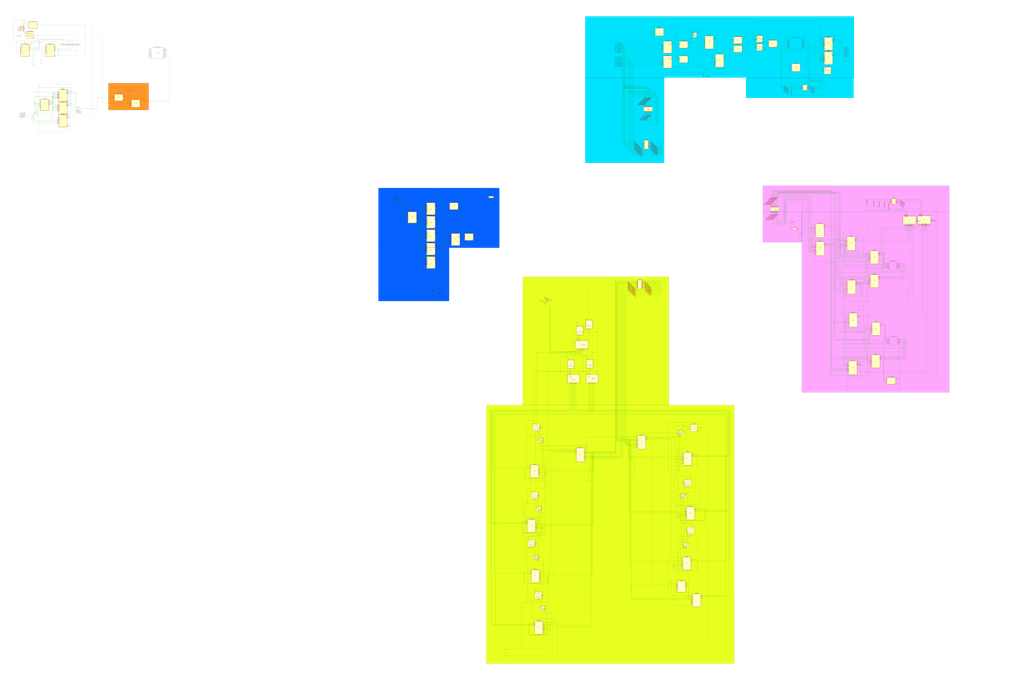
<source format=kicad_sch>
(kicad_sch (version 20230121) (generator eeschema)
  (paper "User" 2999.99 2000)
  (junction (at 2082.8 173.99))
  (junction (at 1828.8 142.24))
  (junction (at 1690.37 944.88))
  (junction (at 2463.8 703.58))
  (junction (at 1353.82 717.55))
  (junction (at 1841.5 1299.21))
  (junction (at 1831.34 252.73))
  (junction (at 2462.53 716.28))
  (junction (at 1292.86 784.86))
  (junction (at 1611.63 1844.04))
  (junction (at 1184.91 633.73))
  (junction (at 1723.39 1409.7))
  (junction (at 1182.37 614.68))
  (junction (at 1992.63 1634.49))
  (junction (at 1611.63 1849.12))
  (junction (at 1831.34 149.86))
  (junction (at 71.12 95.25))
  (junction (at 1234.44 601.98))
  (junction (at 1363.98 596.9))
  (junction (at 1238.25 722.63))
  (junction (at 2513.33 737.87))
  (junction (at 1830.07 254))
  (junction (at 1851.66 186.69))
  (junction (at 1236.98 737.87))
  (junction (at 1733.55 1341.12))
  (junction (at 208.28 302.26))
  (junction (at 95.25 339.09))
  (junction (at 2586.99 1031.24))
  (junction (at 97.79 335.28))
  (junction (at 1285.24 715.01))
  (junction (at 1595.12 1550.67))
  (junction (at 1238.25 607.06))
  (junction (at 158.75 270.51))
  (junction (at 2538.73 742.95))
  (junction (at 1844.04 1301.75))
  (junction (at 1285.24 675.64))
  (junction (at 1234.44 641.35))
  (junction (at 2402.84 132.08))
  (junction (at 2480.31 1134.11))
  (junction (at 2520.95 1068.07))
  (junction (at 2402.84 121.92))
  (junction (at 2538.73 795.02))
  (junction (at 2377.44 723.9))
  (junction (at 1292.86 721.36))
  (junction (at 1995.17 1572.26))
  (junction (at 1577.34 1510.03))
  (junction (at 2406.65 114.3))
  (junction (at 2377.44 673.1))
  (junction (at 1577.34 1620.52))
  (junction (at 1543.05 1276.35))
  (junction (at 1598.93 1385.57))
  (junction (at 1846.58 1304.29))
  (junction (at 2045.97 191.77))
  (junction (at 1226.82 654.05))
  (junction (at 2473.96 768.35))
  (junction (at 1596.39 1473.2))
  (junction (at 2435.86 1052.83))
  (junction (at 1849.12 182.88))
  (junction (at 1995.17 1586.23))
  (junction (at 109.22 337.82))
  (junction (at 2302.51 154.94))
  (junction (at 2432.05 1088.39))
  (junction (at 1978.66 157.48))
  (junction (at 120.65 123.19))
  (junction (at 1574.8 1644.65))
  (junction (at 1592.58 1367.79))
  (junction (at 113.03 256.54))
  (junction (at 2520.95 928.37))
  (junction (at 208.28 265.43))
  (junction (at 1976.12 1731.01))
  (junction (at 2082.8 179.07))
  (junction (at 1850.39 1715.77))
  (junction (at 1750.06 1032.51))
  (junction (at 1995.17 1490.98))
  (junction (at 2402.84 137.16))
  (junction (at 1972.31 1656.08))
  (junction (at 2476.5 1019.81))
  (junction (at 1824.99 257.81))
  (junction (at 1840.23 1286.51))
  (junction (at 1838.96 266.7))
  (junction (at 1292.86 619.76))
  (junction (at 2703.83 674.37))
  (junction (at 2056.13 91.44))
  (junction (at 2045.97 153.67))
  (junction (at 1228.09 651.51))
  (junction (at 1827.53 260.35))
  (junction (at 91.44 123.19))
  (junction (at 2025.65 125.73))
  (junction (at 2650.49 666.75))
  (junction (at 1856.74 1281.43))
  (junction (at 1850.39 1306.83))
  (junction (at 97.79 162.56))
  (junction (at 2045.97 196.85))
  (junction (at 1540.51 1572.26))
  (junction (at 2382.52 744.22))
  (junction (at 1738.63 1336.04))
  (junction (at 1242.06 735.33))
  (junction (at 1184.91 601.98))
  (junction (at 1856.74 284.48))
  (junction (at 1913.89 100.33))
  (junction (at 2461.26 718.82))
  (junction (at 1577.34 1610.36))
  (junction (at 1592.58 1680.21))
  (junction (at 1828.8 255.27))
  (junction (at 2470.15 923.29))
  (junction (at 204.47 369.57))
  (junction (at 2470.15 701.04))
  (junction (at 2241.55 144.78))
  (junction (at 1238.25 680.72))
  (junction (at 1846.58 274.32))
  (junction (at 1847.85 1294.13))
  (junction (at 1230.63 614.68))
  (junction (at 1563.37 1233.17))
  (junction (at 1824.99 130.81))
  (junction (at 2181.86 110.49))
  (junction (at 1553.21 1433.83))
  (junction (at 2473.96 852.17))
  (junction (at 1607.82 1697.99))
  (junction (at 2452.37 849.63))
  (junction (at 1856.74 194.31))
  (junction (at 2379.98 701.04))
  (junction (at 92.71 342.9))
  (junction (at 1750.06 974.09))
  (junction (at 2534.92 777.24))
  (junction (at 1242.06 607.06))
  (junction (at 1847.85 1718.31))
  (junction (at 1846.58 179.07))
  (junction (at 1545.59 1617.98))
  (junction (at 1854.2 190.5))
  (junction (at 2538.73 810.26))
  (junction (at 2590.8 1134.11))
  (junction (at 1294.13 641.35))
  (junction (at 1226.82 628.65))
  (junction (at 2546.35 998.22))
  (junction (at 2402.84 173.99))
  (junction (at 1972.31 1661.16))
  (junction (at 2313.94 204.47))
  (junction (at 172.72 161.29))
  (junction (at 2670.81 674.37))
  (junction (at 2015.49 1443.99))
  (junction (at 1985.01 1513.84))
  (junction (at 1750.06 1088.39))
  (junction (at 1990.09 1379.22))
  (junction (at 2534.92 1019.81))
  (junction (at 2678.43 669.29))
  (junction (at 1823.72 127))
  (junction (at 1616.71 1826.26))
  (junction (at 2515.87 1050.29))
  (junction (at 2433.32 1085.85))
  (junction (at 1292.86 745.49))
  (junction (at 1229.36 656.59))
  (junction (at 2284.73 144.78))
  (junction (at 1242.06 683.26))
  (junction (at 1595.12 1545.59))
  (junction (at 1240.79 690.88))
  (junction (at 1841.5 171.45))
  (junction (at 154.94 288.29))
  (junction (at 2447.29 941.07))
  (junction (at 2402.84 127))
  (junction (at 2698.75 674.37))
  (junction (at 2463.8 836.93))
  (junction (at 2002.79 1496.06))
  (junction (at 1987.55 1643.38))
  (junction (at 1545.59 1724.66))
  (junction (at 2021.84 1398.27))
  (junction (at 1592.58 1306.83))
  (junction (at 1598.93 1390.65))
  (junction (at 2282.19 91.44))
  (junction (at 2437.13 1046.48))
  (junction (at 2475.23 943.61))
  (junction (at 1296.67 680.72))
  (junction (at 161.29 283.21))
  (junction (at 2402.84 139.7))
  (junction (at 2470.15 826.77))
  (junction (at 1301.75 604.52))
  (junction (at 2002.79 1473.2))
  (junction (at 2531.11 1008.38))
  (junction (at 2541.27 768.35))
  (junction (at 2002.79 1579.88))
  (junction (at 2510.79 693.42))
  (junction (at 2184.4 151.13))
  (junction (at 109.22 102.87))
  (junction (at 100.33 331.47))
  (junction (at 1734.82 1041.4))
  (junction (at 2045.97 138.43))
  (junction (at 2377.44 668.02))
  (junction (at 1553.21 1409.7))
  (junction (at 2532.38 784.86))
  (junction (at 1858.01 1379.22))
  (junction (at 105.41 334.01))
  (junction (at 1958.34 1708.15))
  (junction (at 1549.4 1572.26))
  (junction (at 2406.65 156.21))
  (junction (at 1851.66 279.4))
  (junction (at 1545.59 1475.74))
  (junction (at 2402.84 163.83))
  (junction (at 2585.72 795.02))
  (junction (at 1659.89 1045.21))
  (junction (at 1995.17 1468.12))
  (junction (at 2056.13 90.17))
  (junction (at 1588.77 1372.87))
  (junction (at 1987.55 1666.24))
  (junction (at 2476.5 1045.21))
  (junction (at 2406.65 182.88))
  (junction (at 1832.61 153.67))
  (junction (at 104.14 139.7))
  (junction (at 1991.36 1336.04))
  (junction (at 2633.98 1108.71))
  (junction (at 1830.07 146.05))
  (junction (at 1292.86 706.12))
  (junction (at 102.87 120.65))
  (junction (at 2467.61 817.88))
  (junction (at 153.67 285.75))
  (junction (at 204.47 332.74))
  (junction (at 1987.55 1432.56))
  (junction (at 2377.44 154.94))
  (junction (at 1233.17 698.5))
  (junction (at 156.21 317.5))
  (junction (at 2458.72 844.55))
  (junction (at 1590.04 1409.7))
  (junction (at 1606.55 1797.05))
  (junction (at 1826.26 134.62))
  (junction (at 2377.44 721.36))
  (junction (at 1228.09 626.11))
  (junction (at 1569.72 1724.66))
  (junction (at 152.4 298.45))
  (junction (at 1231.9 659.13))
  (junction (at 1285.24 596.9))
  (junction (at 2443.48 946.15))
  (junction (at 153.67 300.99))
  (junction (at 1231.9 633.73))
  (junction (at 2045.97 114.3))
  (junction (at 2402.84 179.07))
  (junction (at 2181.86 106.68))
  (junction (at 1295.4 643.89))
  (junction (at 1285.24 636.27))
  (junction (at 1577.34 1532.89))
  (junction (at 2542.54 787.4))
  (junction (at 2517.14 909.32))
  (junction (at 2363.47 139.7))
  (junction (at 1841.5 269.24))
  (junction (at 1527.81 1903.73))
  (junction (at 2005.33 1607.82))
  (junction (at 1353.82 601.98))
  (junction (at 1981.2 1268.73))
  (junction (at 1235.71 693.42))
  (junction (at 102.87 330.2))
  (junction (at 97.79 124.46))
  (junction (at 1913.89 77.47))
  (junction (at 1987.55 1330.96))
  (junction (at 2512.06 815.34))
  (junction (at 2547.62 1134.11))
  (junction (at 1985.01 1280.16))
  (junction (at 1606.55 1765.3))
  (junction (at 2540 1031.24))
  (junction (at 2001.52 1238.25))
  (junction (at 1845.31 1291.59))
  (junction (at 1957.07 1379.22))
  (junction (at 1695.45 1088.39))
  (junction (at 102.87 303.53))
  (junction (at 1732.28 1330.96))
  (junction (at 1854.2 281.94))
  (junction (at 2377.44 703.58))
  (junction (at 2377.44 718.82))
  (junction (at 1985.01 1508.76))
  (junction (at 71.12 66.04))
  (junction (at 1717.04 1306.83))
  (junction (at 2358.39 91.44))
  (junction (at 1827.53 138.43))
  (junction (at 1285.24 581.66))
  (junction (at 1640.84 1089.66))
  (junction (at 1545.59 1767.84))
  (junction (at 2025.65 120.65))
  (junction (at 1734.82 1032.51))
  (junction (at 2241.55 146.05))
  (junction (at 2581.91 787.4))
  (junction (at 1981.2 1348.74))
  (junction (at 154.94 303.53))
  (junction (at 1588.77 1318.26))
  (junction (at 1664.97 1089.66))
  (junction (at 1832.61 251.46))
  (junction (at 2472.69 928.37))
  (junction (at 1737.36 1325.88))
  (junction (at 1736.09 1338.58))
  (junction (at 1590.04 1675.13))
  (junction (at 1739.9 1323.34))
  (junction (at 2020.57 157.48))
  (junction (at 100.33 300.99))
  (junction (at 2442.21 948.69))
  (junction (at 1978.66 123.19))
  (junction (at 1709.42 1089.66))
  (junction (at 2291.08 154.94))
  (junction (at 1981.2 1353.82))
  (junction (at 1229.36 685.8))
  (junction (at 2056.13 110.49))
  (junction (at 1991.36 1281.43))
  (junction (at 2025.65 128.27))
  (junction (at 1729.74 1343.66))
  (junction (at 1230.63 695.96))
  (junction (at 1582.42 1527.81))
  (junction (at 154.94 314.96))
  (junction (at 1826.26 259.08))
  (junction (at 2660.65 674.37))
  (junction (at 2708.91 674.37))
  (junction (at 2377.44 670.56))
  (junction (at 1823.72 256.54))
  (junction (at 2547.62 1008.38))
  (junction (at 1602.74 1306.83))
  (junction (at 1243.33 732.79))
  (junction (at 1844.04 175.26))
  (junction (at 2181.86 130.81))
  (junction (at 422.91 297.18))
  (junction (at 1677.67 1029.97))
  (junction (at 1233.17 688.34))
  (junction (at 1179.83 607.06))
  (junction (at 2633.98 1019.81))
  (junction (at 1292.86 627.38))
  (junction (at 204.47 295.91))
  (junction (at 1239.52 619.76))
  (junction (at 156.21 295.91))
  (junction (at 2181.86 91.44))
  (junction (at 1233.17 727.71))
  (junction (at 1978.66 85.09))
  (junction (at 1844.04 271.78))
  (junction (at 2002.79 1518.92))
  (junction (at 105.41 325.12))
  (junction (at 1601.47 1831.34))
  (junction (at 2045.97 181.61))
  (junction (at 2519.68 831.85))
  (junction (at 1239.52 720.09))
  (junction (at 1391.92 678.18))
  (junction (at 1292.86 666.75))
  (junction (at 1849.12 276.86))
  (junction (at 2402.84 168.91))
  (junction (at 1838.96 167.64))
  (junction (at 2590.8 1008.38))
  (junction (at 2531.11 883.92))
  (junction (at 2002.79 1535.43))
  (junction (at 1602.74 1273.81))
  (junction (at 1842.77 1289.05))
  (junction (at 1181.1 638.81))
  (junction (at 2655.57 674.37))
  (junction (at 2457.45 723.9))
  (junction (at 1607.82 1692.91))
  (junction (at 39.37 93.98))
  (junction (at 1582.42 1502.41))
  (junction (at 2665.73 674.37))
  (junction (at 2541.27 1005.84))
  (junction (at 2542.54 838.2))
  (junction (at 1734.82 1328.42))
  (junction (at 2459.99 721.36))
  (wire (pts (xy 204.47 295.91) (xy 204.47 332.74)))
  (wire (pts (xy 1239.52 633.73) (xy 1239.52 619.76)))
  (wire (pts (xy 379.73 302.26) (xy 299.72 302.26)))
  (wire (pts (xy 2369.82 693.42) (xy 2369.82 736.6)))
  (wire (pts (xy 2313.94 220.98) (xy 2313.94 204.47)))
  (wire (pts (xy 2015.49 1582.42) (xy 2015.49 1587.5)))
  (wire (pts (xy 2515.87 828.04) (xy 2515.87 864.87)))
  (wire (pts (xy 1310.64 694.69) (xy 1316.99 694.69)))
  (wire (pts (xy 1838.96 266.7) (xy 1888.49 266.7)))
  (wire (pts (xy 2593.34 952.5) (xy 2593.34 995.68)))
  (wire (pts (xy 218.44 322.58) (xy 223.52 322.58)))
  (wire (pts (xy 1553.21 1409.7) (xy 1543.05 1409.7)))
  (wire (pts (xy 109.22 337.82) (xy 109.22 308.61)))
  (wire (pts (xy 105.41 334.01) (xy 105.41 325.12)))
  (wire (pts (xy 1239.52 720.09) (xy 1239.52 759.46)))
  (wire (pts (xy 2480.31 1088.39) (xy 2432.05 1088.39)))
  (wire (pts (xy 2388.87 171.45) (xy 2409.19 171.45)))
  (wire (pts (xy 2466.34 139.7) (xy 2472.69 139.7)))
  (wire (pts (xy 1184.91 577.85) (xy 1184.91 601.98)))
  (wire (pts (xy 1584.96 1765.3) (xy 1584.96 1760.22)))
  (wire (pts (xy 2579.37 810.26) (xy 2640.33 810.26)))
  (wire (pts (xy 2513.33 703.58) (xy 2513.33 737.87)))
  (wire (pts (xy 1828.8 857.25) (xy 1828.8 1299.21)))
  (wire (pts (xy 2586.99 593.09) (xy 2606.04 593.09)))
  (wire (pts (xy 214.63 344.17) (xy 214.63 330.2)))
  (wire (pts (xy 1536.7 1572.26) (xy 1536.7 1475.74)))
  (wire (pts (xy 1593.85 1403.35) (xy 1593.85 1388.11)))
  (wire (pts (xy 2006.6 1431.29) (xy 2006.6 1432.56)))
  (wire (pts (xy 2658.11 613.41) (xy 2586.99 613.41)))
  (wire (pts (xy 1573.53 1268.73) (xy 1573.53 1271.27)))
  (wire (pts (xy 2298.7 119.38) (xy 2298.7 106.68)))
  (wire (pts (xy 2442.21 948.69) (xy 2442.21 716.28)))
  (wire (pts (xy 1851.66 279.4) (xy 1851.66 450.85)))
  (wire (pts (xy 2470.15 1070.61) (xy 2480.31 1070.61)))
  (wire (pts (xy 1184.91 601.98) (xy 1234.44 601.98)))
  (wire (pts (xy 2005.33 1503.68) (xy 1842.77 1503.68)))
  (wire (pts (xy 172.72 161.29) (xy 172.72 167.64)))
  (wire (pts (xy 2020.57 1577.34) (xy 2010.41 1577.34)))
  (wire (pts (xy 2371.09 124.46) (xy 2358.39 124.46)))
  (wire (pts (xy 1954.53 1634.49) (xy 1954.53 1708.15)))
  (wire (pts (xy 71.12 66.04) (xy 71.12 95.25)))
  (wire (pts (xy 2409.19 176.53) (xy 2386.33 176.53)))
  (wire (pts (xy 2274.57 251.46) (xy 2345.69 251.46)))
  (wire (pts (xy 1261.11 840.74) (xy 1261.11 862.33)))
  (wire (pts (xy 100.33 300.99) (xy 113.03 300.99)))
  (wire (pts (xy 1189.99 805.18) (xy 1292.86 805.18)))
  (wire (pts (xy 2264.41 657.86) (xy 2303.78 657.86)))
  (wire (pts (xy 1750.06 974.09) (xy 1750.06 932.18)))
  (wire (pts (xy 1631.95 1922.78) (xy 1631.95 1826.26)))
  (wire (pts (xy 1308.1 697.23) (xy 1316.99 697.23)))
  (wire (pts (xy 1292.86 784.86) (xy 1292.86 805.18)))
  (wire (pts (xy 1607.82 1692.91) (xy 1607.82 1697.99)))
  (wire (pts (xy 2383.79 685.8) (xy 2368.55 685.8)))
  (wire (pts (xy 53.34 147.32) (xy 55.88 147.32)))
  (wire (pts (xy 1242.06 607.06) (xy 1244.6 607.06)))
  (wire (pts (xy 1826.26 419.1) (xy 1880.87 419.1)))
  (wire (pts (xy 2274.57 241.3) (xy 2274.57 251.46)))
  (wire (pts (xy 1549.4 1572.26) (xy 1549.4 1577.34)))
  (wire (pts (xy 1733.55 1341.12) (xy 1822.45 1341.12)))
  (wire (pts (xy 1987.55 1643.38) (xy 1987.55 1648.46)))
  (wire (pts (xy 299.72 102.87) (xy 109.22 102.87)))
  (wire (pts (xy 2373.63 233.68) (xy 2407.92 233.68)))
  (wire (pts (xy 2379.98 701.04) (xy 2379.98 660.4)))
  (wire (pts (xy 1598.93 1355.09) (xy 1568.45 1355.09)))
  (wire (pts (xy 2396.49 134.62) (xy 2409.19 134.62)))
  (wire (pts (xy 1363.98 581.66) (xy 1363.98 596.9)))
  (wire (pts (xy 1732.28 1330.96) (xy 1718.31 1330.96)))
  (wire (pts (xy 1677.67 1206.5) (xy 1440.18 1206.5)))
  (wire (pts (xy 1808.48 836.93) (xy 1861.82 836.93)))
  (wire (pts (xy 2515.87 1050.29) (xy 2547.62 1050.29)))
  (wire (pts (xy 1932.94 186.69) (xy 1938.02 186.69)))
  (wire (pts (xy 1991.36 1336.04) (xy 1996.44 1336.04)))
  (wire (pts (xy 158.75 307.34) (xy 158.75 270.51)))
  (wire (pts (xy 1981.2 1353.82) (xy 1981.2 1395.73)))
  (wire (pts (xy 1543.05 1233.17) (xy 1563.37 1233.17)))
  (wire (pts (xy 2678.43 669.29) (xy 2678.43 664.21)))
  (wire (pts (xy 1280.16 601.98) (xy 1311.91 601.98)))
  (wire (pts (xy 2542.54 928.37) (xy 2542.54 965.2)))
  (wire (pts (xy 2435.86 1052.83) (xy 2435.86 1083.31)))
  (wire (pts (xy 2432.05 721.36) (xy 2420.62 721.36)))
  (wire (pts (xy 1912.62 1713.23) (xy 1978.66 1713.23)))
  (wire (pts (xy 1235.71 693.42) (xy 1244.6 693.42)))
  (wire (pts (xy 2282.19 91.44) (xy 2358.39 91.44)))
  (wire (pts (xy 1242.06 732.79) (xy 1243.33 732.79)))
  (wire (pts (xy 1705.61 949.96) (xy 1705.61 951.23)))
  (wire (pts (xy 1845.31 1291.59) (xy 1861.82 1291.59)))
  (wire (pts (xy 2444.75 161.29) (xy 2467.61 161.29)))
  (wire (pts (xy 250.19 73.66) (xy 114.3 73.66)))
  (wire (pts (xy 1819.91 849.63) (xy 1819.91 1338.58)))
  (wire (pts (xy 1350.01 612.14) (xy 1347.47 612.14)))
  (wire (pts (xy 2377.44 670.56) (xy 2383.79 670.56)))
  (wire (pts (xy 2442.21 948.69) (xy 2481.58 948.69)))
  (wire (pts (xy 1841.5 1338.58) (xy 1996.44 1338.58)))
  (wire (pts (xy 1285.24 571.5) (xy 1285.24 581.66)))
  (wire (pts (xy 2515.87 1050.29) (xy 2470.15 1050.29)))
  (wire (pts (xy 1612.9 896.62) (xy 1577.34 896.62)))
  (wire (pts (xy 78.74 81.28) (xy 77.47 81.28)))
  (wire (pts (xy 1856.74 1268.73) (xy 1981.2 1268.73)))
  (wire (pts (xy 1308.1 709.93) (xy 1316.99 709.93)))
  (wire (pts (xy 208.28 265.43) (xy 208.28 302.26)))
  (wire (pts (xy 1858.01 1311.91) (xy 1858.01 1379.22)))
  (wire (pts (xy 2138.68 1202.69) (xy 2138.68 1336.04)))
  (wire (pts (xy 1934.21 862.33) (xy 1833.88 862.33)))
  (wire (pts (xy 1709.42 1089.66) (xy 1719.58 1089.66)))
  (wire (pts (xy 2515.87 1062.99) (xy 2515.87 1050.29)))
  (wire (pts (xy 1856.74 1281.43) (xy 1856.74 1268.73)))
  (wire (pts (xy 1165.86 589.28) (xy 1177.29 589.28)))
  (wire (pts (xy 1750.06 1088.39) (xy 1750.06 1032.51)))
  (wire (pts (xy 1573.53 1473.2) (xy 1573.53 1468.12)))
  (wire (pts (xy 97.79 356.87) (xy 166.37 356.87)))
  (wire (pts (xy 2462.53 750.57) (xy 2462.53 716.28)))
  (wire (pts (xy 1692.91 989.33) (xy 1697.99 989.33)))
  (wire (pts (xy 1821.18 146.05) (xy 1830.07 146.05)))
  (wire (pts (xy 2132.33 166.37) (xy 2125.98 166.37)))
  (wire (pts (xy 1807.21 1286.51) (xy 1840.23 1286.51)))
  (wire (pts (xy 60.96 71.12) (xy 60.96 73.66)))
  (wire (pts (xy 218.44 334.01) (xy 269.24 334.01)))
  (wire (pts (xy 2590.8 1008.38) (xy 2590.8 1134.11)))
  (wire (pts (xy 2246.63 138.43) (xy 2246.63 128.27)))
  (wire (pts (xy 1450.34 1216.66) (xy 1450.34 1833.88)))
  (wire (pts (xy 2197.1 114.3) (xy 2211.07 114.3)))
  (wire (pts (xy 2043.43 1640.84) (xy 2029.46 1640.84)))
  (wire (pts (xy 1391.92 692.15) (xy 1447.8 692.15)))
  (wire (pts (xy 1602.74 1306.83) (xy 1717.04 1306.83)))
  (wire (pts (xy 100.33 354.33) (xy 100.33 331.47)))
  (wire (pts (xy 2442.21 716.28) (xy 2420.62 716.28)))
  (wire (pts (xy 1577.34 1610.36) (xy 1577.34 1577.34)))
  (wire (pts (xy 2541.27 646.43) (xy 2541.27 674.37)))
  (wire (pts (xy 2313.94 199.39) (xy 2303.78 199.39)))
  (wire (pts (xy 2239.01 114.3) (xy 2246.63 114.3)))
  (wire (pts (xy 2433.32 1101.09) (xy 2541.27 1101.09)))
  (wire (pts (xy 1861.82 1304.29) (xy 1846.58 1304.29)))
  (wire (pts (xy 2588.26 748.03) (xy 2579.37 748.03)))
  (wire (pts (xy 1967.23 1643.38) (xy 1987.55 1643.38)))
  (wire (pts (xy 1830.07 426.72) (xy 1880.87 426.72)))
  (wire (pts (xy 2296.16 151.13) (xy 2396.49 151.13)))
  (wire (pts (xy 2458.72 844.55) (xy 2476.5 844.55)))
  (wire (pts (xy 1978.66 77.47) (xy 1978.66 85.09)))
  (wire (pts (xy 1893.57 252.73) (xy 1831.34 252.73)))
  (wire (pts (xy 2207.26 54.61) (xy 2207.26 138.43)))
  (wire (pts (xy 2663.19 706.12) (xy 2663.19 664.21)))
  (wire (pts (xy 1750.06 1088.39) (xy 1750.06 1092.2)))
  (wire (pts (xy 1935.48 143.51) (xy 1938.02 143.51)))
  (wire (pts (xy 204.47 332.74) (xy 201.93 332.74)))
  (wire (pts (xy 1734.82 1216.66) (xy 2124.71 1216.66)))
  (wire (pts (xy 71.12 66.04) (xy 66.04 66.04)))
  (wire (pts (xy 1697.99 989.33) (xy 1697.99 986.79)))
  (wire (pts (xy 1586.23 1695.45) (xy 1601.47 1695.45)))
  (wire (pts (xy 1285.24 581.66) (xy 1285.24 596.9)))
  (wire (pts (xy 1732.28 1127.76) (xy 1732.28 1216.66)))
  (wire (pts (xy 1978.66 157.48) (xy 1978.66 123.19)))
  (wire (pts (xy 1238.25 646.43) (xy 1244.6 646.43)))
  (wire (pts (xy 2393.95 161.29) (xy 2409.19 161.29)))
  (wire (pts (xy 1906.27 257.81) (xy 1906.27 307.34)))
  (wire (pts (xy 2546.35 998.22) (xy 2597.15 998.22)))
  (wire (pts (xy 1352.55 678.18) (xy 1391.92 678.18)))
  (wire (pts (xy 2437.13 1046.48) (xy 2437.13 560.07)))
  (wire (pts (xy 2018.03 1678.94) (xy 2018.03 1708.15)))
  (wire (pts (xy 1350.01 619.76) (xy 1350.01 612.14)))
  (wire (pts (xy 2315.21 261.62) (xy 2345.69 261.62)))
  (wire (pts (xy 2402.84 121.92) (xy 2402.84 69.85)))
  (wire (pts (xy 1991.36 1280.16) (xy 1991.36 1278.89)))
  (wire (pts (xy 2589.53 779.78) (xy 2595.88 779.78)))
  (wire (pts (xy 2297.43 579.12) (xy 2371.09 579.12)))
  (wire (pts (xy 193.04 116.84) (xy 193.04 127)))
  (wire (pts (xy 120.65 123.19) (xy 120.65 184.15)))
  (wire (pts (xy 2015.49 1483.36) (xy 1978.66 1483.36)))
  (wire (pts (xy 2419.35 665.48) (xy 2453.64 665.48)))
  (wire (pts (xy 1831.34 252.73) (xy 1831.34 149.86)))
  (wire (pts (xy 2437.13 1080.77) (xy 2480.31 1080.77)))
  (wire (pts (xy 2543.81 828.04) (xy 2515.87 828.04)))
  (wire (pts (xy 2299.97 654.05) (xy 2299.97 584.2)))
  (wire (pts (xy 1695.45 947.42) (xy 1714.5 947.42)))
  (wire (pts (xy 2043.43 1367.79) (xy 1985.01 1367.79)))
  (wire (pts (xy 2586.99 1116.33) (xy 2593.34 1116.33)))
  (wire (pts (xy 1823.72 127) (xy 1938.02 127)))
  (wire (pts (xy 102.87 335.28) (xy 102.87 330.2)))
  (wire (pts (xy 102.87 283.21) (xy 161.29 283.21)))
  (wire (pts (xy 2207.26 241.3) (xy 2274.57 241.3)))
  (wire (pts (xy 1832.61 251.46) (xy 1832.61 431.8)))
  (wire (pts (xy 2125.98 171.45) (xy 2139.95 171.45)))
  (wire (pts (xy 105.41 334.01) (xy 148.59 334.01)))
  (wire (pts (xy 2471.42 814.07) (xy 2471.42 834.39)))
  (wire (pts (xy 2095.5 115.57) (xy 2143.76 115.57)))
  (wire (pts (xy 179.07 114.3) (xy 179.07 127)))
  (wire (pts (xy 1588.77 1318.26) (xy 1588.77 1372.87)))
  (wire (pts (xy 224.79 118.11) (xy 228.6 118.11)))
  (wire (pts (xy 2056.13 110.49) (xy 2056.13 163.83)))
  (wire (pts (xy 2541.27 1065.53) (xy 2541.27 1101.09)))
  (wire (pts (xy 1846.58 179.07) (xy 1938.02 179.07)))
  (wire (pts (xy 1305.56 699.77) (xy 1316.99 699.77)))
  (wire (pts (xy 1695.45 951.23) (xy 1695.45 947.42)))
  (wire (pts (xy 1990.09 1379.22) (xy 1990.09 1358.9)))
  (wire (pts (xy 2452.37 567.69) (xy 2272.03 567.69)))
  (wire (pts (xy 1569.72 1614.17) (xy 1569.72 1624.33)))
  (wire (pts (xy 1664.97 1089.66) (xy 1709.42 1089.66)))
  (wire (pts (xy 1595.12 1545.59) (xy 1595.12 1550.67)))
  (wire (pts (xy 1550.67 1828.8) (xy 1560.83 1828.8)))
  (wire (pts (xy 2207.26 241.3) (xy 2207.26 140.97)))
  (wire (pts (xy 2476.5 998.22) (xy 2476.5 933.45)))
  (wire (pts (xy 2402.84 163.83) (xy 2402.84 168.91)))
  (wire (pts (xy 105.41 339.09) (xy 105.41 334.01)))
  (wire (pts (xy 1985.01 1280.16) (xy 1991.36 1280.16)))
  (wire (pts (xy 2393.95 137.16) (xy 2393.95 161.29)))
  (wire (pts (xy 1985.01 1330.96) (xy 1987.55 1330.96)))
  (wire (pts (xy 2301.24 655.32) (xy 2269.49 655.32)))
  (wire (pts (xy 2477.77 909.32) (xy 2477.77 930.91)))
  (wire (pts (xy 2472.69 177.8) (xy 2466.34 177.8)))
  (wire (pts (xy 2642.87 812.8) (xy 2642.87 782.32)))
  (wire (pts (xy 204.47 246.38) (xy 204.47 295.91)))
  (wire (pts (xy 1695.45 1033.78) (xy 1570.99 1033.78)))
  (wire (pts (xy 1832.61 153.67) (xy 1938.02 153.67)))
  (wire (pts (xy 2289.81 134.62) (xy 2302.51 134.62)))
  (wire (pts (xy 1982.47 213.36) (xy 2073.91 213.36)))
  (wire (pts (xy 1924.05 852.17) (xy 1822.45 852.17)))
  (wire (pts (xy 148.59 300.99) (xy 153.67 300.99)))
  (wire (pts (xy 127 147.32) (xy 129.54 147.32)))
  (wire (pts (xy 2360.93 690.88) (xy 2372.36 690.88)))
  (wire (pts (xy 2082.8 184.15) (xy 2090.42 184.15)))
  (wire (pts (xy 2540 820.42) (xy 2543.81 820.42)))
  (wire (pts (xy 1606.55 1675.13) (xy 1590.04 1675.13)))
  (wire (pts (xy 1724.66 1084.58) (xy 1724.66 1092.2)))
  (wire (pts (xy 1184.91 633.73) (xy 1184.91 657.86)))
  (wire (pts (xy 2082.8 179.07) (xy 2090.42 179.07)))
  (wire (pts (xy 2519.68 825.5) (xy 2543.81 825.5)))
  (wire (pts (xy 1934.21 826.77) (xy 1934.21 862.33)))
  (wire (pts (xy 201.93 369.57) (xy 204.47 369.57)))
  (wire (pts (xy 2536.19 972.82) (xy 2447.29 972.82)))
  (wire (pts (xy 1228.09 651.51) (xy 1228.09 690.88)))
  (wire (pts (xy 102.87 303.53) (xy 102.87 283.21)))
  (wire (pts (xy 2042.16 1366.52) (xy 1986.28 1366.52)))
  (wire (pts (xy 2065.02 1493.52) (xy 2040.89 1493.52)))
  (wire (pts (xy 1611.63 1849.12) (xy 1611.63 1844.04)))
  (wire (pts (xy 1739.9 1323.34) (xy 1718.31 1323.34)))
  (wire (pts (xy 1861.82 831.85) (xy 1805.94 831.85)))
  (wire (pts (xy 2655.57 614.68) (xy 2569.21 614.68)))
  (wire (pts (xy 2043.43 1330.96) (xy 2043.43 1367.79)))
  (wire (pts (xy 2538.73 795.02) (xy 2585.72 795.02)))
  (wire (pts (xy 2531.11 883.92) (xy 2476.5 883.92)))
  (wire (pts (xy 1930.4 138.43) (xy 1938.02 138.43)))
  (wire (pts (xy 1229.36 656.59) (xy 1229.36 685.8)))
  (wire (pts (xy 1574.8 1535.43) (xy 1736.09 1535.43)))
  (wire (pts (xy 1682.75 1320.8) (xy 1602.74 1320.8)))
  (wire (pts (xy 1972.31 1678.94) (xy 1972.31 1661.16)))
  (wire (pts (xy 201.93 309.88) (xy 214.63 309.88)))
  (wire (pts (xy 1887.22 826.77) (xy 1934.21 826.77)))
  (wire (pts (xy 2519.68 831.85) (xy 2519.68 825.5)))
  (wire (pts (xy 2512.06 815.34) (xy 2512.06 814.07)))
  (wire (pts (xy 170.18 120.65) (xy 170.18 162.56)))
  (wire (pts (xy 2463.8 116.84) (xy 2463.8 143.51)))
  (wire (pts (xy 2470.15 923.29) (xy 2481.58 923.29)))
  (wire (pts (xy 1231.9 626.11) (xy 1231.9 612.14)))
  (wire (pts (xy 1596.39 1833.88) (xy 1729.74 1833.88)))
  (wire (pts (xy 1536.7 1475.74) (xy 1545.59 1475.74)))
  (wire (pts (xy 1305.56 707.39) (xy 1316.99 707.39)))
  (wire (pts (xy 2467.61 161.29) (xy 2467.61 162.56)))
  (wire (pts (xy 2472.69 975.36) (xy 2538.73 975.36)))
  (wire (pts (xy 2044.7 1638.3) (xy 2044.7 1675.13)))
  (wire (pts (xy 1827.53 421.64) (xy 1880.87 421.64)))
  (wire (pts (xy 1803.4 826.77) (xy 1803.4 1325.88)))
  (wire (pts (xy 2660.65 674.37) (xy 2660.65 664.21)))
  (wire (pts (xy 1177.29 589.28) (xy 1177.29 638.81)))
  (wire (pts (xy 201.93 344.17) (xy 214.63 344.17)))
  (wire (pts (xy 2452.37 849.63) (xy 2452.37 873.76)))
  (wire (pts (xy 1826.26 134.62) (xy 1924.05 134.62)))
  (wire (pts (xy 1972.31 1661.16) (xy 1993.9 1661.16)))
  (wire (pts (xy 2542.54 838.2) (xy 2543.81 838.2)))
  (wire (pts (xy 2045.97 107.95) (xy 2045.97 114.3)))
  (wire (pts (xy 1165.86 577.85) (xy 1184.91 577.85)))
  (wire (pts (xy 2358.39 127) (xy 2388.87 127)))
  (wire (pts (xy 1602.74 1711.96) (xy 1602.74 1690.37)))
  (wire (pts (xy 1856.74 1281.43) (xy 1861.82 1281.43)))
  (wire (pts (xy 1725.93 991.87) (xy 1725.93 969.01)))
  (wire (pts (xy 2402.84 168.91) (xy 2409.19 168.91)))
  (wire (pts (xy 1675.13 1127.76) (xy 1675.13 1205.23)))
  (wire (pts (xy 1985.01 1513.84) (xy 2005.33 1513.84)))
  (wire (pts (xy 204.47 246.38) (xy 170.18 246.38)))
  (wire (pts (xy 2471.42 839.47) (xy 2476.5 839.47)))
  (wire (pts (xy 1978.66 1658.62) (xy 1978.66 1673.86)))
  (wire (pts (xy 1670.05 1202.69) (xy 1670.05 1127.76)))
  (wire (pts (xy 1550.67 1861.82) (xy 1550.67 1828.8)))
  (wire (pts (xy 2005.33 1511.3) (xy 1992.63 1511.3)))
  (wire (pts (xy 1550.67 1675.13) (xy 1535.43 1675.13)))
  (wire (pts (xy 2409.19 156.21) (xy 2406.65 156.21)))
  (wire (pts (xy 1846.58 1304.29) (xy 1833.88 1304.29)))
  (wire (pts (xy 2368.55 685.8) (xy 2368.55 581.66)))
  (wire (pts (xy 1442.72 1209.04) (xy 1442.72 1375.41)))
  (wire (pts (xy 1742.44 1209.04) (xy 2132.33 1209.04)))
  (wire (pts (xy 2045.97 153.67) (xy 2045.97 181.61)))
  (wire (pts (xy 1285.24 581.66) (xy 1363.98 581.66)))
  (wire (pts (xy 2366.01 688.34) (xy 2374.9 688.34)))
  (wire (pts (xy 1292.86 627.38) (xy 1292.86 619.76)))
  (wire (pts (xy 1583.69 1772.92) (xy 1583.69 1767.84)))
  (wire (pts (xy 2181.86 91.44) (xy 2181.86 106.68)))
  (wire (pts (xy 2463.8 143.51) (xy 2472.69 143.51)))
  (wire (pts (xy 1239.52 720.09) (xy 1244.6 720.09)))
  (wire (pts (xy 1590.04 1703.07) (xy 1586.23 1703.07)))
  (wire (pts (xy 1230.63 614.68) (xy 1230.63 693.42)))
  (wire (pts (xy 1238.25 607.06) (xy 1242.06 607.06)))
  (wire (pts (xy 2475.23 943.61) (xy 2481.58 943.61)))
  (wire (pts (xy 148.59 303.53) (xy 154.94 303.53)))
  (wire (pts (xy 1939.29 455.93) (xy 1856.74 455.93)))
  (wire (pts (xy 1724.66 1046.48) (xy 1724.66 1049.02)))
  (wire (pts (xy 2588.26 1113.79) (xy 2593.34 1113.79)))
  (wire (pts (xy 1722.12 1318.26) (xy 1718.31 1318.26)))
  (wire (pts (xy 2466.34 166.37) (xy 2472.69 166.37)))
  (wire (pts (xy 1991.36 1281.43) (xy 1996.44 1281.43)))
  (wire (pts (xy 2045.97 191.77) (xy 2090.42 191.77)))
  (wire (pts (xy 1313.18 675.64) (xy 1313.18 692.15)))
  (wire (pts (xy 2463.8 869.95) (xy 2522.22 869.95)))
  (wire (pts (xy 2402.84 137.16) (xy 2409.19 137.16)))
  (wire (pts (xy 2298.7 147.32) (xy 2298.7 129.54)))
  (wire (pts (xy 1536.7 1367.79) (xy 1536.7 1404.62)))
  (wire (pts (xy 1672.59 1203.96) (xy 1437.64 1203.96)))
  (wire (pts (xy 1930.4 439.42) (xy 1744.98 439.42)))
  (wire (pts (xy 2405.38 254) (xy 2371.09 254)))
  (wire (pts (xy 2595.88 782.32) (xy 2588.26 782.32)))
  (wire (pts (xy 1906.27 431.8) (xy 1930.4 431.8)))
  (wire (pts (xy 2136.14 1643.38) (xy 2029.46 1643.38)))
  (wire (pts (xy 1239.52 759.46) (xy 1244.6 759.46)))
  (wire (pts (xy 1233.17 698.5) (xy 1244.6 698.5)))
  (wire (pts (xy 1598.93 1432.56) (xy 1565.91 1432.56)))
  (wire (pts (xy 2536.19 960.12) (xy 2536.19 972.82)))
  (wire (pts (xy 1238.25 680.72) (xy 1238.25 720.09)))
  (wire (pts (xy 2461.26 748.03) (xy 2543.81 748.03)))
  (wire (pts (xy 2708.91 674.37) (xy 2713.99 674.37)))
  (wire (pts (xy 2510.79 683.26) (xy 2468.88 683.26)))
  (wire (pts (xy 1545.59 1724.66) (xy 1545.59 1617.98)))
  (wire (pts (xy 1226.82 654.05) (xy 1244.6 654.05)))
  (wire (pts (xy 2396.49 151.13) (xy 2396.49 134.62)))
  (wire (pts (xy 1840.23 1343.66) (xy 1996.44 1343.66)))
  (wire (pts (xy 1549.4 1863.09) (xy 1605.28 1863.09)))
  (wire (pts (xy 1981.2 1348.74) (xy 1996.44 1348.74)))
  (wire (pts (xy 109.22 119.38) (xy 49.53 119.38)))
  (wire (pts (xy 1822.45 852.17) (xy 1822.45 1341.12)))
  (wire (pts (xy 2513.33 737.87) (xy 2471.42 737.87)))
  (wire (pts (xy 2701.29 925.83) (xy 2701.29 662.94)))
  (wire (pts (xy 1601.47 1831.34) (xy 1596.39 1831.34)))
  (wire (pts (xy 2056.13 91.44) (xy 2181.86 91.44)))
  (wire (pts (xy 1610.36 891.54) (xy 1592.58 891.54)))
  (wire (pts (xy 2443.48 561.34) (xy 2266.95 561.34)))
  (wire (pts (xy 1680.21 1127.76) (xy 1680.21 1206.5)))
  (wire (pts (xy 2512.06 814.07) (xy 2471.42 814.07)))
  (wire (pts (xy 1847.85 1753.87) (xy 2023.11 1753.87)))
  (wire (pts (xy 154.94 314.96) (xy 166.37 314.96)))
  (wire (pts (xy 1243.33 732.79) (xy 1243.33 762)))
  (wire (pts (xy 2547.62 1008.38) (xy 2590.8 1008.38)))
  (wire (pts (xy 1932.94 173.99) (xy 1938.02 173.99)))
  (wire (pts (xy 1447.8 1682.75) (xy 1550.67 1682.75)))
  (wire (pts (xy 1548.13 1367.79) (xy 1536.7 1367.79)))
  (wire (pts (xy 1225.55 633.73) (xy 1231.9 633.73)))
  (wire (pts (xy 1437.64 1203.96) (xy 1437.64 1532.89)))
  (wire (pts (xy 1165.86 585.47) (xy 1179.83 585.47)))
  (wire (pts (xy 97.79 124.46) (xy 97.79 162.56)))
  (wire (pts (xy 1732.28 1330.96) (xy 1805.94 1330.96)))
  (wire (pts (xy 1189.99 626.11) (xy 1187.45 626.11)))
  (wire (pts (xy 2302.51 121.92) (xy 2284.73 121.92)))
  (wire (pts (xy 1579.88 1760.22) (xy 1579.88 1762.76)))
  (wire (pts (xy 2301.24 586.74) (xy 2301.24 655.32)))
  (wire (pts (xy 1229.36 631.19) (xy 1229.36 656.59)))
  (wire (pts (xy 2382.52 744.22) (xy 2382.52 690.88)))
  (wire (pts (xy 2443.48 946.15) (xy 2443.48 561.34)))
  (wire (pts (xy 1540.51 1572.26) (xy 1536.7 1572.26)))
  (wire (pts (xy 1690.37 933.45) (xy 1718.31 933.45)))
  (wire (pts (xy 2377.44 726.44) (xy 2385.06 726.44)))
  (wire (pts (xy 1612.9 1323.34) (xy 1612.9 1680.21)))
  (wire (pts (xy 2377.44 668.02) (xy 2383.79 668.02)))
  (wire (pts (xy 2540 1031.24) (xy 2467.61 1031.24)))
  (wire (pts (xy 1296.67 680.72) (xy 1305.56 680.72)))
  (wire (pts (xy 1856.74 194.31) (xy 1935.48 194.31)))
  (wire (pts (xy 2459.99 721.36) (xy 2459.99 763.27)))
  (wire (pts (xy 2405.38 119.38) (xy 2409.19 119.38)))
  (wire (pts (xy 1985.01 1479.55) (xy 1985.01 1508.76)))
  (wire (pts (xy 2678.43 669.29) (xy 2721.61 669.29)))
  (wire (pts (xy 2377.44 673.1) (xy 2377.44 703.58)))
  (wire (pts (xy 2541.27 768.35) (xy 2543.81 768.35)))
  (wire (pts (xy 213.36 118.11) (xy 213.36 127)))
  (wire (pts (xy 1830.07 146.05) (xy 1932.94 146.05)))
  (wire (pts (xy 152.4 330.2) (xy 152.4 346.71)))
  (wire (pts (xy 39.37 124.46) (xy 39.37 93.98)))
  (wire (pts (xy 2640.33 784.86) (xy 2636.52 784.86)))
  (wire (pts (xy 2447.29 562.61) (xy 2269.49 562.61)))
  (wire (pts (xy 2044.7 1675.13) (xy 1977.39 1675.13)))
  (wire (pts (xy 2051.05 115.57) (xy 2059.94 115.57)))
  (wire (pts (xy 2085.34 171.45) (xy 2090.42 171.45)))
  (wire (pts (xy 172.72 139.7) (xy 172.72 161.29)))
  (wire (pts (xy 2711.45 1090.93) (xy 2711.45 662.94)))
  (wire (pts (xy 2354.58 693.42) (xy 2369.82 693.42)))
  (wire (pts (xy 1824.99 854.71) (xy 1824.99 1343.66)))
  (wire (pts (xy 2569.21 614.68) (xy 2569.21 590.55)))
  (wire (pts (xy 2466.34 154.94) (xy 2472.69 154.94)))
  (wire (pts (xy 1983.74 1579.88) (xy 1983.74 1666.24)))
  (wire (pts (xy 1577.34 1714.5) (xy 1607.82 1714.5)))
  (wire (pts (xy 365.76 283.21) (xy 374.65 283.21)))
  (wire (pts (xy 1184.91 657.86) (xy 1233.17 657.86)))
  (wire (pts (xy 1821.18 142.24) (xy 1828.8 142.24)))
  (wire (pts (xy 102.87 120.65) (xy 170.18 120.65)))
  (wire (pts (xy 1985.01 1508.76) (xy 2005.33 1508.76)))
  (wire (pts (xy 2371.09 234.95) (xy 2371.09 124.46)))
  (wire (pts (xy 1545.59 1617.98) (xy 1564.64 1617.98)))
  (wire (pts (xy 2637.79 1008.38) (xy 2637.79 1031.24)))
  (wire (pts (xy 2377.44 670.56) (xy 2377.44 673.1)))
  (wire (pts (xy 1824.99 257.81) (xy 1824.99 416.56)))
  (wire (pts (xy 2391.41 166.37) (xy 2409.19 166.37)))
  (wire (pts (xy 1631.95 1826.26) (xy 1616.71 1826.26)))
  (wire (pts (xy 1987.55 1432.56) (xy 1987.55 1468.12)))
  (wire (pts (xy 2137.41 168.91) (xy 2137.41 118.11)))
  (wire (pts (xy 1802.13 824.23) (xy 1861.82 824.23)))
  (wire (pts (xy 2409.19 184.15) (xy 2377.44 184.15)))
  (wire (pts (xy 2360.93 586.74) (xy 2360.93 690.88)))
  (wire (pts (xy 1229.36 685.8) (xy 1229.36 695.96)))
  (wire (pts (xy 2522.22 869.95) (xy 2522.22 833.12)))
  (wire (pts (xy 1976.12 1731.01) (xy 1976.12 1774.19)))
  (wire (pts (xy 114.3 71.12) (xy 269.24 71.12)))
  (wire (pts (xy 2471.42 737.87) (xy 2471.42 711.2)))
  (wire (pts (xy 1993.9 1643.38) (xy 1987.55 1643.38)))
  (wire (pts (xy 1242.06 735.33) (xy 1242.06 764.54)))
  (wire (pts (xy 1670.05 1038.86) (xy 1700.53 1038.86)))
  (wire (pts (xy 2534.92 777.24) (xy 2472.69 777.24)))
  (wire (pts (xy 1847.85 1294.13) (xy 1861.82 1294.13)))
  (wire (pts (xy 2476.5 1062.99) (xy 2480.31 1062.99)))
  (wire (pts (xy 1595.12 1404.62) (xy 1595.12 1383.03)))
  (wire (pts (xy 1687.83 1202.69) (xy 2138.68 1202.69)))
  (wire (pts (xy 2585.72 795.02) (xy 2585.72 666.75)))
  (wire (pts (xy 2458.72 151.13) (xy 2472.69 151.13)))
  (wire (pts (xy 1292.86 619.76) (xy 1350.01 619.76)))
  (wire (pts (xy 1602.74 1273.81) (xy 1602.74 1306.83)))
  (wire (pts (xy 1393.19 702.31) (xy 1391.92 702.31)))
  (wire (pts (xy 2703.83 674.37) (xy 2703.83 662.94)))
  (wire (pts (xy 2588.26 782.32) (xy 2588.26 748.03)))
  (wire (pts (xy 1821.18 179.07) (xy 1846.58 179.07)))
  (wire (pts (xy 1240.79 730.25) (xy 1244.6 730.25)))
  (wire (pts (xy 1807.21 834.39) (xy 1807.21 1286.51)))
  (wire (pts (xy 2385.06 739.14) (xy 2367.28 739.14)))
  (wire (pts (xy 161.29 283.21) (xy 166.37 283.21)))
  (wire (pts (xy 2524.76 830.58) (xy 2543.81 830.58)))
  (wire (pts (xy 2547.62 1134.11) (xy 2590.8 1134.11)))
  (wire (pts (xy 2399.03 147.32) (xy 2298.7 147.32)))
  (wire (pts (xy 1821.18 134.62) (xy 1826.26 134.62)))
  (wire (pts (xy 1690.37 1028.7) (xy 1690.37 1029.97)))
  (wire (pts (xy 1924.05 134.62) (xy 1924.05 133.35)))
  (wire (pts (xy 1531.62 1530.35) (xy 1539.24 1530.35)))
  (wire (pts (xy 2100.58 156.21) (xy 2086.61 156.21)))
  (wire (pts (xy 153.67 300.99) (xy 153.67 285.75)))
  (wire (pts (xy 1301.75 604.52) (xy 1311.91 604.52)))
  (wire (pts (xy 1931.67 829.31) (xy 1931.67 859.79)))
  (wire (pts (xy 1611.63 1813.56) (xy 1611.63 1844.04)))
  (wire (pts (xy 1670.05 1050.29) (xy 1670.05 1038.86)))
  (wire (pts (xy 1690.37 944.88) (xy 1690.37 933.45)))
  (wire (pts (xy 1718.31 1028.7) (xy 1718.31 1032.51)))
  (wire (pts (xy 2590.8 957.58) (xy 2590.8 1003.3)))
  (wire (pts (xy 49.53 119.38) (xy 49.53 154.94)))
  (wire (pts (xy 1606.55 1765.3) (xy 1584.96 1765.3)))
  (wire (pts (xy 2358.39 132.08) (xy 2368.55 132.08)))
  (wire (pts (xy 1995.17 1586.23) (xy 2005.33 1586.23)))
  (wire (pts (xy 2241.55 121.92) (xy 2239.01 121.92)))
  (wire (pts (xy 1847.85 1718.31) (xy 1847.85 1753.87)))
  (wire (pts (xy 2471.42 711.2) (xy 2475.23 711.2)))
  (wire (pts (xy 2409.19 154.94) (xy 2377.44 154.94)))
  (wire (pts (xy 1586.23 1680.21) (xy 1592.58 1680.21)))
  (wire (pts (xy 2547.62 1073.15) (xy 2547.62 1134.11)))
  (wire (pts (xy 1921.51 359.41) (xy 1921.51 271.78)))
  (wire (pts (xy 2274.57 566.42) (xy 2274.57 600.71)))
  (wire (pts (xy 220.98 318.77) (xy 284.48 318.77)))
  (wire (pts (xy 1182.37 581.66) (xy 1182.37 614.68)))
  (wire (pts (xy 105.41 306.07) (xy 113.03 306.07)))
  (wire (pts (xy 1906.27 426.72) (xy 1932.94 426.72)))
  (wire (pts (xy 1294.13 845.82) (xy 1275.08 845.82)))
  (wire (pts (xy 1574.8 1760.22) (xy 1555.75 1760.22)))
  (wire (pts (xy 2517.14 930.91) (xy 2706.37 930.91)))
  (wire (pts (xy 2402.84 179.07) (xy 2409.19 179.07)))
  (wire (pts (xy 1690.37 988.06) (xy 1695.45 988.06)))
  (wire (pts (xy 2269.49 626.11) (xy 2269.49 655.32)))
  (wire (pts (xy 97.79 124.46) (xy 39.37 124.46)))
  (wire (pts (xy 2670.81 674.37) (xy 2670.81 664.21)))
  (wire (pts (xy 1436.37 1372.87) (xy 1548.13 1372.87)))
  (wire (pts (xy 1924.05 133.35) (xy 1938.02 133.35)))
  (wire (pts (xy 2457.45 758.19) (xy 2457.45 723.9)))
  (wire (pts (xy 1991.36 1526.54) (xy 1991.36 1506.22)))
  (wire (pts (xy 1680.21 1206.5) (xy 2134.87 1206.5)))
  (wire (pts (xy 1811.02 842.01) (xy 1811.02 1294.13)))
  (wire (pts (xy 2466.34 177.8) (xy 2466.34 207.01)))
  (wire (pts (xy 1596.39 1502.41) (xy 1596.39 1473.2)))
  (wire (pts (xy 1821.18 171.45) (xy 1841.5 171.45)))
  (wire (pts (xy 2001.52 1238.25) (xy 2052.32 1238.25)))
  (wire (pts (xy 1736.09 1535.43) (xy 1736.09 1338.58)))
  (wire (pts (xy 165.1 147.32) (xy 217.17 147.32)))
  (wire (pts (xy 1906.27 429.26) (xy 1931.67 429.26)))
  (wire (pts (xy 1596.39 1473.2) (xy 1573.53 1473.2)))
  (wire (pts (xy 153.67 275.59) (xy 166.37 275.59)))
  (wire (pts (xy 1292.86 706.12) (xy 1280.16 706.12)))
  (wire (pts (xy 60.96 93.98) (xy 60.96 100.33)))
  (wire (pts (xy 1605.28 1863.09) (xy 1605.28 1841.5)))
  (wire (pts (xy 1739.9 1380.49) (xy 1583.69 1380.49)))
  (wire (pts (xy 1596.39 878.84) (xy 1590.04 878.84)))
  (wire (pts (xy 1717.04 1306.83) (xy 1717.04 1281.43)))
  (wire (pts (xy 1549.4 1572.26) (xy 1578.61 1572.26)))
  (wire (pts (xy 220.98 118.11) (xy 220.98 127)))
  (wire (pts (xy 53.34 167.64) (xy 53.34 147.32)))
  (wire (pts (xy 2713.99 674.37) (xy 2713.99 662.94)))
  (wire (pts (xy 1802.13 824.23) (xy 1802.13 1323.34)))
  (wire (pts (xy 1582.42 1501.14) (xy 1582.42 1502.41)))
  (wire (pts (xy 2443.48 946.15) (xy 2443.48 996.95)))
  (wire (pts (xy 2584.45 957.58) (xy 2590.8 957.58)))
  (wire (pts (xy 2532.38 1094.74) (xy 2716.53 1094.74)))
  (wire (pts (xy 1896.11 254) (xy 1830.07 254)))
  (wire (pts (xy 1687.83 1127.76) (xy 1687.83 1202.69)))
  (wire (pts (xy 1292.86 721.36) (xy 1353.82 721.36)))
  (wire (pts (xy 2184.4 151.13) (xy 2184.4 203.2)))
  (wire (pts (xy 1292.86 745.49) (xy 1280.16 745.49)))
  (wire (pts (xy 2005.33 1607.82) (xy 1987.55 1607.82)))
  (wire (pts (xy 1531.62 1562.1) (xy 1531.62 1530.35)))
  (wire (pts (xy 2581.91 787.4) (xy 2595.88 787.4)))
  (wire (pts (xy 2369.82 736.6) (xy 2385.06 736.6)))
  (wire (pts (xy 1856.74 194.31) (xy 1856.74 284.48)))
  (wire (pts (xy 1292.86 745.49) (xy 1292.86 784.86)))
  (wire (pts (xy 2515.87 1065.53) (xy 2519.68 1065.53)))
  (wire (pts (xy 2020.57 128.27) (xy 2025.65 128.27)))
  (wire (pts (xy 1831.34 859.79) (xy 1831.34 1301.75)))
  (wire (pts (xy 1577.34 1532.89) (xy 1577.34 1510.03)))
  (wire (pts (xy 1931.67 859.79) (xy 1831.34 859.79)))
  (wire (pts (xy 1577.34 1729.74) (xy 1577.34 1714.5)))
  (wire (pts (xy 1578.61 1268.73) (xy 1578.61 1273.81)))
  (wire (pts (xy 2358.39 121.92) (xy 2373.63 121.92)))
  (wire (pts (xy 2282.19 135.89) (xy 2284.73 135.89)))
  (wire (pts (xy 1990.09 1358.9) (xy 1996.44 1358.9)))
  (wire (pts (xy 1531.62 1516.38) (xy 1595.12 1516.38)))
  (wire (pts (xy 1896.11 332.74) (xy 1896.11 364.49)))
  (wire (pts (xy 109.22 337.82) (xy 144.78 337.82)))
  (wire (pts (xy 2358.39 139.7) (xy 2363.47 139.7)))
  (wire (pts (xy 201.93 270.51) (xy 223.52 270.51)))
  (wire (pts (xy 2532.38 822.96) (xy 2543.81 822.96)))
  (wire (pts (xy 2636.52 798.83) (xy 2463.8 798.83)))
  (wire (pts (xy 2520.95 1068.07) (xy 2520.95 1103.63)))
  (wire (pts (xy 1611.63 894.08) (xy 1611.63 1032.51)))
  (wire (pts (xy 1821.18 175.26) (xy 1844.04 175.26)))
  (wire (pts (xy 2476.5 1019.81) (xy 2534.92 1019.81)))
  (wire (pts (xy 1583.69 1377.95) (xy 1588.77 1377.95)))
  (wire (pts (xy 154.94 303.53) (xy 154.94 314.96)))
  (wire (pts (xy 2002.79 1535.43) (xy 2002.79 1579.88)))
  (wire (pts (xy 1935.48 421.64) (xy 1935.48 448.31)))
  (wire (pts (xy 1977.39 1675.13) (xy 1977.39 1653.54)))
  (wire (pts (xy 1280.16 627.38) (xy 1292.86 627.38)))
  (wire (pts (xy 1226.82 628.65) (xy 1226.82 654.05)))
  (wire (pts (xy 1695.45 1088.39) (xy 1563.37 1088.39)))
  (wire (pts (xy 2590.8 742.95) (xy 2590.8 774.7)))
  (wire (pts (xy 1851.66 186.69) (xy 1851.66 279.4)))
  (wire (pts (xy 2461.26 784.86) (xy 2461.26 831.85)))
  (wire (pts (xy 1898.65 119.38) (xy 1898.65 92.71)))
  (wire (pts (xy 2543.81 1062.99) (xy 2547.62 1062.99)))
  (wire (pts (xy 1887.22 831.85) (xy 1929.13 831.85)))
  (wire (pts (xy 488.95 167.64) (xy 496.57 167.64)))
  (wire (pts (xy 1821.18 186.69) (xy 1851.66 186.69)))
  (wire (pts (xy 2241.55 144.78) (xy 2241.55 121.92)))
  (wire (pts (xy 1733.55 932.18) (xy 1733.55 933.45)))
  (wire (pts (xy 1925.32 279.4) (xy 1925.32 363.22)))
  (wire (pts (xy 2302.51 154.94) (xy 2291.08 154.94)))
  (wire (pts (xy 1308.1 759.46) (xy 1308.1 709.93)))
  (wire (pts (xy 214.63 326.39) (xy 223.52 326.39)))
  (wire (pts (xy 1981.2 1247.14) (xy 2016.76 1247.14)))
  (wire (pts (xy 1901.19 260.35) (xy 1901.19 307.34)))
  (wire (pts (xy 1595.12 1516.38) (xy 1595.12 1545.59)))
  (wire (pts (xy 154.94 314.96) (xy 154.94 325.12)))
  (wire (pts (xy 2447.29 972.82) (xy 2447.29 941.07)))
  (wire (pts (xy 2296.16 127) (xy 2296.16 104.14)))
  (wire (pts (xy 1856.74 284.48) (xy 1927.86 284.48)))
  (wire (pts (xy 1809.75 1291.59) (xy 1845.31 1291.59)))
  (wire (pts (xy 2006.6 1432.56) (xy 1987.55 1432.56)))
  (wire (pts (xy 2581.91 787.4) (xy 2581.91 669.29)))
  (wire (pts (xy 1233.17 688.34) (xy 1244.6 688.34)))
  (wire (pts (xy 1231.9 612.14) (xy 1244.6 612.14)))
  (wire (pts (xy 1231.9 633.73) (xy 1231.9 648.97)))
  (wire (pts (xy 165.1 123.19) (xy 165.1 132.08)))
  (wire (pts (xy 1831.34 149.86) (xy 1935.48 149.86)))
  (wire (pts (xy 2665.73 674.37) (xy 2665.73 664.21)))
  (wire (pts (xy 2542.54 883.92) (xy 2542.54 838.2)))
  (wire (pts (xy 1238.25 735.33) (xy 1242.06 735.33)))
  (wire (pts (xy 1578.61 1572.26) (xy 1578.61 1555.75)))
  (wire (pts (xy 1824.99 130.81) (xy 1824.99 257.81)))
  (wire (pts (xy 2590.8 1008.38) (xy 2597.15 1008.38)))
  (wire (pts (xy 2659.38 895.35) (xy 2659.38 779.78)))
  (wire (pts (xy 2466.34 163.83) (xy 2466.34 166.37)))
  (wire (pts (xy 1985.01 1280.16) (xy 1985.01 1330.96)))
  (wire (pts (xy 1659.89 1029.97) (xy 1677.67 1029.97)))
  (wire (pts (xy 2467.61 817.88) (xy 2467.61 816.61)))
  (wire (pts (xy 2433.32 1085.85) (xy 2433.32 558.8)))
  (wire (pts (xy 2644.14 1045.21) (xy 2644.14 1005.84)))
  (wire (pts (xy 73.66 335.28) (xy 97.79 335.28)))
  (wire (pts (xy 2358.39 137.16) (xy 2393.95 137.16)))
  (wire (pts (xy 1583.69 1367.79) (xy 1592.58 1367.79)))
  (wire (pts (xy 2400.3 251.46) (xy 2371.09 251.46)))
  (wire (pts (xy 1844.04 271.78) (xy 1844.04 443.23)))
  (wire (pts (xy 2350.77 591.82) (xy 2303.78 591.82)))
  (wire (pts (xy 1891.03 251.46) (xy 1891.03 307.34)))
  (wire (pts (xy 1714.5 947.42) (xy 1714.5 970.28)))
  (wire (pts (xy 2181.86 106.68) (xy 2181.86 110.49)))
  (wire (pts (xy 2399.03 124.46) (xy 2409.19 124.46)))
  (wire (pts (xy 1292.86 666.75) (xy 1292.86 706.12)))
  (wire (pts (xy 2543.81 810.26) (xy 2538.73 810.26)))
  (wire (pts (xy 153.67 285.75) (xy 153.67 275.59)))
  (wire (pts (xy 1611.63 1032.51) (xy 1708.15 1032.51)))
  (wire (pts (xy 104.14 167.64) (xy 53.34 167.64)))
  (wire (pts (xy 2466.34 156.21) (xy 2466.34 154.94)))
  (wire (pts (xy 1692.91 993.14) (xy 1692.91 989.33)))
  (wire (pts (xy 1823.72 256.54) (xy 1908.81 256.54)))
  (wire (pts (xy 1935.48 167.64) (xy 1935.48 171.45)))
  (wire (pts (xy 1842.77 1289.05) (xy 1842.77 1503.68)))
  (wire (pts (xy 1587.5 1562.1) (xy 1531.62 1562.1)))
  (wire (pts (xy 2708.91 674.37) (xy 2708.91 662.94)))
  (wire (pts (xy 2467.61 1073.15) (xy 2480.31 1073.15)))
  (wire (pts (xy 1285.24 754.38) (xy 1285.24 715.01)))
  (wire (pts (xy 2051.05 102.87) (xy 2051.05 115.57)))
  (wire (pts (xy 2181.86 130.81) (xy 2181.86 135.89)))
  (wire (pts (xy 1292.86 666.75) (xy 1280.16 666.75)))
  (wire (pts (xy 2374.9 688.34) (xy 2374.9 731.52)))
  (wire (pts (xy 100.33 331.47) (xy 100.33 300.99)))
  (wire (pts (xy 2377.44 721.36) (xy 2385.06 721.36)))
  (wire (pts (xy 2056.13 91.44) (xy 2056.13 110.49)))
  (wire (pts (xy 153.67 300.99) (xy 153.67 312.42)))
  (wire (pts (xy 1982.47 97.79) (xy 1982.47 213.36)))
  (wire (pts (xy 2405.38 106.68) (xy 2405.38 119.38)))
  (wire (pts (xy 2463.8 703.58) (xy 2463.8 753.11)))
  (wire (pts (xy 1705.61 1046.48) (xy 1724.66 1046.48)))
  (wire (pts (xy 1750.06 1032.51) (xy 1750.06 974.09)))
  (wire (pts (xy 1977.39 1653.54) (xy 1993.9 1653.54)))
  (wire (pts (xy 1821.18 127) (xy 1823.72 127)))
  (wire (pts (xy 105.41 325.12) (xy 105.41 306.07)))
  (wire (pts (xy 2241.55 146.05) (xy 2241.55 151.13)))
  (wire (pts (xy 1734.82 1328.42) (xy 1804.67 1328.42)))
  (wire (pts (xy 1553.21 1433.83) (xy 1558.29 1433.83)))
  (wire (pts (xy 1607.82 1656.08) (xy 1536.7 1656.08)))
  (wire (pts (xy 2241.55 144.78) (xy 2241.55 146.05)))
  (wire (pts (xy 1750.06 974.09) (xy 1711.96 974.09)))
  (wire (pts (xy 1601.47 1836.42) (xy 1601.47 1831.34)))
  (wire (pts (xy 2023.11 1532.89) (xy 1985.01 1532.89)))
  (wire (pts (xy 1844.04 175.26) (xy 1844.04 271.78)))
  (wire (pts (xy 2363.47 139.7) (xy 2363.47 181.61)))
  (wire (pts (xy 1897.38 1283.97) (xy 1977.39 1283.97)))
  (wire (pts (xy 2655.57 614.68) (xy 2655.57 628.65)))
  (wire (pts (xy 1182.37 633.73) (xy 1184.91 633.73)))
  (wire (pts (xy 1934.21 445.77) (xy 1846.58 445.77)))
  (wire (pts (xy 1887.22 834.39) (xy 1926.59 834.39)))
  (wire (pts (xy 204.47 369.57) (xy 204.47 384.81)))
  (wire (pts (xy 1535.43 1675.13) (xy 1535.43 1711.96)))
  (wire (pts (xy 2125.98 168.91) (xy 2137.41 168.91)))
  (wire (pts (xy 2651.76 772.16) (xy 2636.52 772.16)))
  (wire (pts (xy 2203.45 102.87) (xy 2203.45 111.76)))
  (wire (pts (xy 1229.36 656.59) (xy 1244.6 656.59)))
  (wire (pts (xy 2358.39 91.44) (xy 2406.65 91.44)))
  (wire (pts (xy 2461.26 718.82) (xy 2461.26 748.03)))
  (wire (pts (xy 1897.38 1281.43) (xy 1991.36 1281.43)))
  (wire (pts (xy 2650.49 666.75) (xy 2650.49 664.21)))
  (wire (pts (xy 1934.21 424.18) (xy 1934.21 445.77)))
  (wire (pts (xy 1238.25 722.63) (xy 1244.6 722.63)))
  (wire (pts (xy 1981.2 1268.73) (xy 1981.2 1247.14)))
  (wire (pts (xy 2015.49 1572.26) (xy 1995.17 1572.26)))
  (wire (pts (xy 1995.17 1468.12) (xy 1995.17 1490.98)))
  (wire (pts (xy 2303.78 199.39) (xy 2303.78 242.57)))
  (wire (pts (xy 1240.79 690.88) (xy 1240.79 730.25)))
  (wire (pts (xy 104.14 139.7) (xy 124.46 139.7)))
  (wire (pts (xy 2590.8 774.7) (xy 2595.88 774.7)))
  (wire (pts (xy 2179.32 140.97) (xy 2189.48 140.97)))
  (wire (pts (xy 1913.89 100.33) (xy 1913.89 114.3)))
  (wire (pts (xy 97.79 162.56) (xy 91.44 162.56)))
  (wire (pts (xy 1887.22 839.47) (xy 1921.51 839.47)))
  (wire (pts (xy 1854.2 190.5) (xy 1932.94 190.5)))
  (wire (pts (xy 2512.06 831.85) (xy 2519.68 831.85)))
  (wire (pts (xy 1742.44 1127.76) (xy 1742.44 1209.04)))
  (wire (pts (xy 1184.91 633.73) (xy 1189.99 633.73)))
  (wire (pts (xy 1723.39 1409.7) (xy 1723.39 1348.74)))
  (wire (pts (xy 1553.21 1433.83) (xy 1553.21 1409.7)))
  (wire (pts (xy 1729.74 1127.76) (xy 1729.74 1214.12)))
  (wire (pts (xy 1724.66 1127.76) (xy 1724.66 1209.04)))
  (wire (pts (xy 2399.03 129.54) (xy 2399.03 147.32)))
  (wire (pts (xy 1447.8 692.15) (xy 1447.8 669.29)))
  (wire (pts (xy 127 167.64) (xy 127 147.32)))
  (wire (pts (xy 1849.12 182.88) (xy 1927.86 182.88)))
  (wire (pts (xy 2269.49 562.61) (xy 2269.49 600.71)))
  (wire (pts (xy 2458.72 566.42) (xy 2458.72 844.55)))
  (wire (pts (xy 1557.02 1569.72) (xy 1595.12 1569.72)))
  (wire (pts (xy 1858.01 1311.91) (xy 1861.82 1311.91)))
  (wire (pts (xy 1993.9 1658.62) (xy 1978.66 1658.62)))
  (wire (pts (xy 2541.27 768.35) (xy 2541.27 787.4)))
  (wire (pts (xy 1727.2 1127.76) (xy 1727.2 1211.58)))
  (wire (pts (xy 2473.96 864.87) (xy 2473.96 852.17)))
  (wire (pts (xy 2045.97 138.43) (xy 2045.97 153.67)))
  (wire (pts (xy 1906.27 416.56) (xy 1938.02 416.56)))
  (wire (pts (xy 1234.44 601.98) (xy 1244.6 601.98)))
  (wire (pts (xy 1711.96 949.96) (xy 1705.61 949.96)))
  (wire (pts (xy 284.48 285.75) (xy 284.48 318.77)))
  (wire (pts (xy 102.87 124.46) (xy 97.79 124.46)))
  (wire (pts (xy 1228.09 690.88) (xy 1240.79 690.88)))
  (wire (pts (xy 154.94 288.29) (xy 154.94 278.13)))
  (wire (pts (xy 1908.81 358.14) (xy 1920.24 358.14)))
  (wire (pts (xy 1242.06 607.06) (xy 1242.06 617.22)))
  (wire (pts (xy 1539.24 1527.81) (xy 1530.35 1527.81)))
  (wire (pts (xy 1809.75 839.47) (xy 1861.82 839.47)))
  (wire (pts (xy 2592.07 1000.76) (xy 2597.15 1000.76)))
  (wire (pts (xy 1887.22 842.01) (xy 1918.97 842.01)))
  (wire (pts (xy 1897.38 1286.51) (xy 1967.23 1286.51)))
  (wire (pts (xy 1924.05 361.95) (xy 1924.05 276.86)))
  (wire (pts (xy 1734.82 1127.76) (xy 1734.82 1216.66)))
  (wire (pts (xy 124.46 154.94) (xy 129.54 154.94)))
  (wire (pts (xy 1680.21 1041.4) (xy 1680.21 1050.29)))
  (wire (pts (xy 2538.73 975.36) (xy 2538.73 962.66)))
  (wire (pts (xy 1995.17 1490.98) (xy 2005.33 1490.98)))
  (wire (pts (xy 269.24 71.12) (xy 269.24 334.01)))
  (wire (pts (xy 2065.02 1525.27) (xy 2065.02 1493.52)))
  (wire (pts (xy 1595.12 1550.67) (xy 1595.12 1569.72)))
  (wire (pts (xy 2099.31 102.87) (xy 2203.45 102.87)))
  (wire (pts (xy 208.28 339.09) (xy 201.93 339.09)))
  (wire (pts (xy 1243.33 762) (xy 1244.6 762)))
  (wire (pts (xy 1836.42 864.87) (xy 1836.42 1306.83)))
  (wire (pts (xy 1932.94 171.45) (xy 1932.94 173.99)))
  (wire (pts (xy 2132.33 153.67) (xy 2085.34 153.67)))
  (wire (pts (xy 2593.34 995.68) (xy 2597.15 995.68)))
  (wire (pts (xy 1821.18 153.67) (xy 1832.61 153.67)))
  (wire (pts (xy 1992.63 1525.27) (xy 2065.02 1525.27)))
  (wire (pts (xy 1582.42 1271.27) (xy 1582.42 1281.43)))
  (wire (pts (xy 1958.34 1708.15) (xy 1958.34 1746.25)))
  (wire (pts (xy 2277.11 626.11) (xy 2277.11 651.51)))
  (wire (pts (xy 2354.58 589.28) (xy 2354.58 693.42)))
  (wire (pts (xy 1294.13 641.35) (xy 1310.64 641.35)))
  (wire (pts (xy 1921.51 849.63) (xy 1819.91 849.63)))
  (wire (pts (xy 1598.93 1390.65) (xy 1598.93 1385.57)))
  (wire (pts (xy 2189.48 135.89) (xy 2211.07 135.89)))
  (wire (pts (xy 2315.21 670.56) (xy 2315.21 646.43)))
  (wire (pts (xy 2631.44 590.55) (xy 2701.29 590.55)))
  (wire (pts (xy 2082.8 173.99) (xy 2090.42 173.99)))
  (wire (pts (xy 2589.53 745.49) (xy 2589.53 779.78)))
  (wire (pts (xy 1896.11 254) (xy 1896.11 307.34)))
  (wire (pts (xy 2461.26 660.4) (xy 2461.26 718.82)))
  (wire (pts (xy 1588.77 1793.24) (xy 1588.77 1799.59)))
  (wire (pts (xy 2470.15 826.77) (xy 2476.5 826.77)))
  (wire (pts (xy 2466.34 207.01) (xy 2439.67 207.01)))
  (wire (pts (xy 2553.97 588.01) (xy 2606.04 588.01)))
  (wire (pts (xy 2021.84 1398.27) (xy 2021.84 1383.03)))
  (wire (pts (xy 1861.82 1306.83) (xy 1850.39 1306.83)))
  (wire (pts (xy 2527.3 869.95) (xy 2673.35 869.95)))
  (wire (pts (xy 2297.43 651.51) (xy 2297.43 579.12)))
  (wire (pts (xy 1563.37 1233.17) (xy 1563.37 1238.25)))
  (wire (pts (xy 1918.97 848.36) (xy 1723.39 848.36)))
  (wire (pts (xy 2706.37 662.94) (xy 2706.37 930.91)))
  (wire (pts (xy 1588.77 1543.05) (xy 1574.8 1543.05)))
  (wire (pts (xy 2071.37 1254.76) (xy 2071.37 1878.33)))
  (wire (pts (xy 1938.02 127) (xy 1938.02 128.27)))
  (wire (pts (xy 2368.55 236.22) (xy 2400.3 236.22)))
  (wire (pts (xy 2409.19 209.55) (xy 2402.84 209.55)))
  (wire (pts (xy 1845.31 1291.59) (xy 1845.31 1651)))
  (wire (pts (xy 2086.61 156.21) (xy 2086.61 168.91)))
  (wire (pts (xy 1605.28 1841.5) (xy 1596.39 1841.5)))
  (wire (pts (xy 102.87 102.87) (xy 109.22 102.87)))
  (wire (pts (xy 2538.73 962.66) (xy 2548.89 962.66)))
  (wire (pts (xy 2477.77 935.99) (xy 2481.58 935.99)))
  (wire (pts (xy 2272.03 654.05) (xy 2299.97 654.05)))
  (wire (pts (xy 2533.65 970.28) (xy 2475.23 970.28)))
  (wire (pts (xy 104.14 139.7) (xy 104.14 167.64)))
  (wire (pts (xy 2534.92 585.47) (xy 2606.04 585.47)))
  (wire (pts (xy 2386.33 176.53) (xy 2386.33 119.38)))
  (wire (pts (xy 71.12 123.19) (xy 91.44 123.19)))
  (wire (pts (xy 2082.8 171.45) (xy 2082.8 173.99)))
  (wire (pts (xy 2302.51 127) (xy 2296.16 127)))
  (wire (pts (xy 1280.16 784.86) (xy 1292.86 784.86)))
  (wire (pts (xy 2018.03 1715.77) (xy 2018.03 1758.95)))
  (wire (pts (xy 1353.82 553.72) (xy 1426.21 553.72)))
  (wire (pts (xy 1568.45 1468.12) (xy 1568.45 1470.66)))
  (wire (pts (xy 1977.39 1473.2) (xy 2002.79 1473.2)))
  (wire (pts (xy 1734.82 1049.02) (xy 1734.82 1041.4)))
  (wire (pts (xy 1828.8 255.27) (xy 1828.8 142.24)))
  (wire (pts (xy 1677.67 1029.97) (xy 1677.67 944.88)))
  (wire (pts (xy 1987.55 1432.56) (xy 1987.55 1330.96)))
  (wire (pts (xy 1234.44 680.72) (xy 1238.25 680.72)))
  (wire (pts (xy 1593.85 1793.24) (xy 1593.85 1797.05)))
  (wire (pts (xy 2457.45 662.94) (xy 2419.35 662.94)))
  (wire (pts (xy 2279.65 563.88) (xy 2462.53 563.88)))
  (wire (pts (xy 2100.58 113.03) (xy 2100.58 156.21)))
  (wire (pts (xy 2419.35 660.4) (xy 2461.26 660.4)))
  (wire (pts (xy 2471.42 834.39) (xy 2476.5 834.39)))
  (wire (pts (xy 2595.88 784.86) (xy 2532.38 784.86)))
  (wire (pts (xy 1913.89 87.63) (xy 1913.89 77.47)))
  (wire (pts (xy 2296.16 650.24) (xy 2296.16 576.58)))
  (wire (pts (xy 1718.31 1341.12) (xy 1733.55 1341.12)))
  (wire (pts (xy 2358.39 116.84) (xy 2358.39 91.44)))
  (wire (pts (xy 2302.51 589.28) (xy 2302.51 656.59)))
  (wire (pts (xy 1292.86 721.36) (xy 1292.86 745.49)))
  (wire (pts (xy 1734.82 1032.51) (xy 1750.06 1032.51)))
  (wire (pts (xy 1664.97 1092.2) (xy 1664.97 1089.66)))
  (wire (pts (xy 2382.52 744.22) (xy 2385.06 744.22)))
  (wire (pts (xy 2457.45 723.9) (xy 2475.23 723.9)))
  (wire (pts (xy 1832.61 251.46) (xy 1832.61 153.67)))
  (wire (pts (xy 186.69 115.57) (xy 113.03 115.57)))
  (wire (pts (xy 1275.08 845.82) (xy 1275.08 857.25)))
  (wire (pts (xy 2023.11 1540.51) (xy 2023.11 1532.89)))
  (wire (pts (xy 2002.79 1473.2) (xy 2002.79 1464.31)))
  (wire (pts (xy 148.59 334.01) (xy 148.59 349.25)))
  (wire (pts (xy 1935.48 189.23) (xy 1938.02 189.23)))
  (wire (pts (xy 1588.77 1318.26) (xy 1582.42 1318.26)))
  (wire (pts (xy 2592.07 740.41) (xy 2592.07 772.16)))
  (wire (pts (xy 1578.61 1555.75) (xy 1574.8 1555.75)))
  (wire (pts (xy 1887.22 836.93) (xy 1924.05 836.93)))
  (wire (pts (xy 2444.75 158.75) (xy 2472.69 158.75)))
  (wire (pts (xy 1831.34 1301.75) (xy 1844.04 1301.75)))
  (wire (pts (xy 1623.06 1325.88) (xy 1623.06 1831.34)))
  (wire (pts (xy 1927.86 181.61) (xy 1927.86 182.88)))
  (wire (pts (xy 1601.47 1799.59) (xy 1588.77 1799.59)))
  (wire (pts (xy 1957.07 1379.22) (xy 1957.07 1238.25)))
  (wire (pts (xy 1734.82 1328.42) (xy 1718.31 1328.42)))
  (wire (pts (xy 2296.16 576.58) (xy 2373.63 576.58)))
  (wire (pts (xy 2541.27 1005.84) (xy 2472.69 1005.84)))
  (wire (pts (xy 148.59 295.91) (xy 156.21 295.91)))
  (wire (pts (xy 2444.75 156.21) (xy 2466.34 156.21)))
  (wire (pts (xy 2301.24 586.74) (xy 2360.93 586.74)))
  (wire (pts (xy 2043.43 1673.86) (xy 2043.43 1640.84)))
  (wire (pts (xy 2277.11 651.51) (xy 2297.43 651.51)))
  (wire (pts (xy 1236.98 737.87) (xy 1244.6 737.87)))
  (wire (pts (xy 2594.61 949.96) (xy 2594.61 993.14)))
  (wire (pts (xy 2444.75 121.92) (xy 2458.72 121.92)))
  (wire (pts (xy 2470.15 826.77) (xy 2470.15 923.29)))
  (wire (pts (xy 1978.66 1483.36) (xy 1978.66 1518.92)))
  (wire (pts (xy 2432.05 1106.17) (xy 2543.81 1106.17)))
  (wire (pts (xy 1844.04 1498.6) (xy 1844.04 1301.75)))
  (wire (pts (xy 2377.44 184.15) (xy 2377.44 154.94)))
  (wire (pts (xy 1584.96 1577.34) (xy 1584.96 1527.81)))
  (wire (pts (xy 2007.87 1443.99) (xy 2015.49 1443.99)))
  (wire (pts (xy 1577.34 1620.52) (xy 1577.34 1610.36)))
  (wire (pts (xy 2541.27 1057.91) (xy 2547.62 1057.91)))
  (wire (pts (xy 109.22 342.9) (xy 109.22 337.82)))
  (wire (pts (xy 1445.26 1211.58) (xy 1445.26 1535.43)))
  (wire (pts (xy 2477.77 930.91) (xy 2481.58 930.91)))
  (wire (pts (xy 2435.86 1052.83) (xy 2435.86 718.82)))
  (wire (pts (xy 1930.4 142.24) (xy 1930.4 138.43)))
  (wire (pts (xy 2038.35 1398.27) (xy 2021.84 1398.27)))
  (wire (pts (xy 2277.11 565.15) (xy 2459.99 565.15)))
  (wire (pts (xy 2463.8 836.93) (xy 2463.8 869.95)))
  (wire (pts (xy 214.63 309.88) (xy 214.63 326.39)))
  (wire (pts (xy 1569.72 1724.66) (xy 1569.72 1729.74)))
  (wire (pts (xy 1913.89 100.33) (xy 1883.41 100.33)))
  (wire (pts (xy 1930.4 431.8) (xy 1930.4 439.42)))
  (wire (pts (xy 2274.57 626.11) (xy 2274.57 652.78)))
  (wire (pts (xy 2646.68 1003.3) (xy 2637.79 1003.3)))
  (wire (pts (xy 172.72 167.64) (xy 127 167.64)))
  (wire (pts (xy 2011.68 1431.29) (xy 2011.68 1433.83)))
  (wire (pts (xy 1695.45 993.14) (xy 1695.45 991.87)))
  (wire (pts (xy 2372.36 690.88) (xy 2372.36 734.06)))
  (wire (pts (xy 1844.04 175.26) (xy 1938.02 175.26)))
  (wire (pts (xy 1606.55 1797.05) (xy 1616.71 1797.05)))
  (wire (pts (xy 1977.39 1283.97) (xy 1977.39 1473.2)))
  (wire (pts (xy 2481.58 946.15) (xy 2443.48 946.15)))
  (wire (pts (xy 2296.16 137.16) (xy 2296.16 151.13)))
  (wire (pts (xy 1226.82 683.26) (xy 1242.06 683.26)))
  (wire (pts (xy 2386.33 119.38) (xy 2358.39 119.38)))
  (wire (pts (xy 2139.95 143.51) (xy 2143.76 143.51)))
  (wire (pts (xy 1543.05 1276.35) (xy 1543.05 1233.17)))
  (wire (pts (xy 2139.95 171.45) (xy 2139.95 143.51)))
  (wire (pts (xy 1846.58 1304.29) (xy 1846.58 1645.92)))
  (wire (pts (xy 1931.67 440.69) (xy 1841.5 440.69)))
  (wire (pts (xy 1912.62 1713.23) (xy 1912.62 1289.05)))
  (wire (pts (xy 1531.62 1468.12) (xy 1531.62 1516.38)))
  (wire (pts (xy 2020.57 171.45) (xy 2082.8 171.45)))
  (wire (pts (xy 2590.8 1003.3) (xy 2597.15 1003.3)))
  (wire (pts (xy 2510.79 701.04) (xy 2658.11 701.04)))
  (wire (pts (xy 2045.97 153.67) (xy 1973.58 153.67)))
  (wire (pts (xy 1440.18 1206.5) (xy 1440.18 1831.34)))
  (wire (pts (xy 2045.97 203.2) (xy 2045.97 196.85)))
  (wire (pts (xy 2030.73 1535.43) (xy 2030.73 1540.51)))
  (wire (pts (xy 1233.17 657.86) (xy 1233.17 643.89)))
  (wire (pts (xy 2534.92 1019.81) (xy 2633.98 1019.81)))
  (wire (pts (xy 1682.75 1205.23) (xy 2136.14 1205.23)))
  (wire (pts (xy 2058.67 1748.79) (xy 2134.87 1748.79)))
  (wire (pts (xy 1727.2 1211.58) (xy 1445.26 1211.58)))
  (wire (pts (xy 2284.73 154.94) (xy 2284.73 144.78)))
  (wire (pts (xy 156.21 295.91) (xy 156.21 317.5)))
  (wire (pts (xy 1932.94 190.5) (xy 1932.94 186.69)))
  (wire (pts (xy 1682.75 1323.34) (xy 1612.9 1323.34)))
  (wire (pts (xy 2547.62 977.9) (xy 2547.62 1008.38)))
  (wire (pts (xy 1828.8 142.24) (xy 1930.4 142.24)))
  (wire (pts (xy 1973.58 171.45) (xy 1985.01 171.45)))
  (wire (pts (xy 2644.14 1005.84) (xy 2637.79 1005.84)))
  (wire (pts (xy 154.94 278.13) (xy 166.37 278.13)))
  (wire (pts (xy 1450.34 1833.88) (xy 1560.83 1833.88)))
  (wire (pts (xy 1228.09 626.11) (xy 1228.09 651.51)))
  (wire (pts (xy 2470.15 701.04) (xy 2470.15 698.5)))
  (wire (pts (xy 2303.78 591.82) (xy 2303.78 657.86)))
  (wire (pts (xy 1921.51 839.47) (xy 1921.51 849.63)))
  (wire (pts (xy 113.03 144.78) (xy 91.44 144.78)))
  (wire (pts (xy 1987.55 1699.26) (xy 1965.96 1699.26)))
  (wire (pts (xy 2311.4 182.88) (xy 2311.4 191.77)))
  (wire (pts (xy 1734.82 1687.83) (xy 1586.23 1687.83)))
  (wire (pts (xy 2701.29 590.55) (xy 2701.29 627.38)))
  (wire (pts (xy 1606.55 1765.3) (xy 1606.55 1675.13)))
  (wire (pts (xy 1570.99 1033.78) (xy 1570.99 1238.25)))
  (wire (pts (xy 1353.82 675.64) (xy 1313.18 675.64)))
  (wire (pts (xy 161.29 309.88) (xy 166.37 309.88)))
  (wire (pts (xy 1978.66 166.37) (xy 1978.66 157.48)))
  (wire (pts (xy 2546.35 998.22) (xy 2476.5 998.22)))
  (wire (pts (xy 2432.05 1088.39) (xy 2432.05 1106.17)))
  (wire (pts (xy 2461.26 718.82) (xy 2475.23 718.82)))
  (wire (pts (xy 2052.32 1262.38) (xy 2047.24 1262.38)))
  (wire (pts (xy 1577.34 1276.35) (xy 1577.34 1281.43)))
  (wire (pts (xy 1729.74 1214.12) (xy 1447.8 1214.12)))
  (wire (pts (xy 1558.29 1433.83) (xy 1558.29 1437.64)))
  (wire (pts (xy 156.21 317.5) (xy 166.37 317.5)))
  (wire (pts (xy 2633.98 1019.81) (xy 2633.98 1108.71)))
  (wire (pts (xy 1569.72 1724.66) (xy 1590.04 1724.66)))
  (wire (pts (xy 161.29 283.21) (xy 161.29 309.88)))
  (wire (pts (xy 2636.52 779.78) (xy 2659.38 779.78)))
  (wire (pts (xy 1828.8 424.18) (xy 1880.87 424.18)))
  (wire (pts (xy 1611.63 1878.33) (xy 2071.37 1878.33)))
  (wire (pts (xy 2307.59 181.61) (xy 2307.59 196.85)))
  (wire (pts (xy 2510.79 706.12) (xy 2663.19 706.12)))
  (wire (pts (xy 1981.2 1318.26) (xy 2010.41 1318.26)))
  (wire (pts (xy 2272.03 626.11) (xy 2272.03 654.05)))
  (wire (pts (xy 102.87 330.2) (xy 102.87 303.53)))
  (wire (pts (xy 1664.97 1089.66) (xy 1640.84 1089.66)))
  (wire (pts (xy 2052.32 1238.25) (xy 2052.32 1262.38)))
  (wire (pts (xy 2467.61 817.88) (xy 2467.61 847.09)))
  (wire (pts (xy 2025.65 120.65) (xy 2025.65 102.87)))
  (wire (pts (xy 1918.97 842.01) (xy 1918.97 848.36)))
  (wire (pts (xy 1737.36 1214.12) (xy 2127.25 1214.12)))
  (wire (pts (xy 2537.46 1046.48) (xy 2437.13 1046.48)))
  (wire (pts (xy 1695.45 991.87) (xy 1725.93 991.87)))
  (wire (pts (xy 1973.58 166.37) (xy 1978.66 166.37)))
  (wire (pts (xy 2520.95 928.37) (xy 2542.54 928.37)))
  (wire (pts (xy 1543.05 1276.35) (xy 1577.34 1276.35)))
  (wire (pts (xy 1285.24 715.01) (xy 1285.24 675.64)))
  (wire (pts (xy 1280.16 754.38) (xy 1285.24 754.38)))
  (wire (pts (xy 2476.5 1019.81) (xy 2470.15 1019.81)))
  (wire (pts (xy 2470.15 742.95) (xy 2470.15 701.04)))
  (wire (pts (xy 1353.82 601.98) (xy 1353.82 553.72)))
  (wire (pts (xy 2056.13 110.49) (xy 2059.94 110.49)))
  (wire (pts (xy 2189.48 116.84) (xy 2211.07 116.84)))
  (wire (pts (xy 496.57 297.18) (xy 422.91 297.18)))
  (wire (pts (xy 1811.02 1294.13) (xy 1847.85 1294.13)))
  (wire (pts (xy 2020.57 1570.99) (xy 2020.57 1577.34)))
  (wire (pts (xy 1821.18 182.88) (xy 1849.12 182.88)))
  (wire (pts (xy 1729.74 1343.66) (xy 1824.99 1343.66)))
  (wire (pts (xy 2207.26 140.97) (xy 2211.07 140.97)))
  (wire (pts (xy 2021.84 1383.03) (xy 1990.09 1383.03)))
  (wire (pts (xy 2015.49 1572.26) (xy 2015.49 1570.99)))
  (wire (pts (xy 1225.55 626.11) (xy 1228.09 626.11)))
  (wire (pts (xy 111.76 318.77) (xy 111.76 384.81)))
  (wire (pts (xy 1234.44 601.98) (xy 1234.44 641.35)))
  (wire (pts (xy 1951.99 87.63) (xy 1951.99 80.01)))
  (wire (pts (xy 1973.58 196.85) (xy 2045.97 196.85)))
  (wire (pts (xy 2584.45 952.5) (xy 2593.34 952.5)))
  (wire (pts (xy 1231.9 659.13) (xy 1231.9 688.34)))
  (wire (pts (xy 2129.79 1211.58) (xy 2129.79 1498.6)))
  (wire (pts (xy 2471.42 866.14) (xy 2471.42 839.47)))
  (wire (pts (xy 1695.45 1028.7) (xy 1695.45 1033.78)))
  (wire (pts (xy 2241.55 146.05) (xy 2239.01 146.05)))
  (wire (pts (xy 1682.75 1325.88) (xy 1623.06 1325.88)))
  (wire (pts (xy 1992.63 1511.3) (xy 1992.63 1525.27)))
  (wire (pts (xy 91.44 149.86) (xy 115.57 149.86)))
  (wire (pts (xy 2377.44 665.48) (xy 2377.44 668.02)))
  (wire (pts (xy 152.4 298.45) (xy 152.4 320.04)))
  (wire (pts (xy 2020.57 123.19) (xy 2023.11 123.19)))
  (wire (pts (xy 1738.63 1336.04) (xy 1738.63 1375.41)))
  (wire (pts (xy 1734.82 1041.4) (xy 1680.21 1041.4)))
  (wire (pts (xy 2458.72 121.92) (xy 2458.72 151.13)))
  (wire (pts (xy 1545.59 1724.66) (xy 1569.72 1724.66)))
  (wire (pts (xy 1543.05 1409.7) (xy 1543.05 1276.35)))
  (wire (pts (xy 2014.22 1710.69) (xy 2016.76 1710.69)))
  (wire (pts (xy 2510.79 693.42) (xy 2528.57 693.42)))
  (wire (pts (xy 201.93 302.26) (xy 208.28 302.26)))
  (wire (pts (xy 1697.99 1028.7) (xy 1697.99 1036.32)))
  (wire (pts (xy 2513.33 755.65) (xy 2543.81 755.65)))
  (wire (pts (xy 2472.69 928.37) (xy 2472.69 895.35)))
  (wire (pts (xy 2047.24 1254.76) (xy 2071.37 1254.76)))
  (wire (pts (xy 2654.3 1000.76) (xy 2654.3 1055.37)))
  (wire (pts (xy 1985.01 1346.2) (xy 1996.44 1346.2)))
  (wire (pts (xy 1352.55 694.69) (xy 1356.36 694.69)))
  (wire (pts (xy 2377.44 673.1) (xy 2383.79 673.1)))
  (wire (pts (xy 1723.39 1409.7) (xy 1858.01 1409.7)))
  (wire (pts (xy 1827.53 260.35) (xy 1827.53 421.64)))
  (wire (pts (xy 2653.03 615.95) (xy 2653.03 628.65)))
  (wire (pts (xy 1849.12 276.86) (xy 1849.12 448.31)))
  (wire (pts (xy 1854.2 281.94) (xy 1926.59 281.94)))
  (wire (pts (xy 1592.58 1306.83) (xy 1587.5 1306.83)))
  (wire (pts (xy 1228.09 626.11) (xy 1231.9 626.11)))
  (wire (pts (xy 1737.36 1325.88) (xy 1803.4 1325.88)))
  (wire (pts (xy 1280.16 720.09) (xy 1303.02 720.09)))
  (wire (pts (xy 1280.16 683.26) (xy 1303.02 683.26)))
  (wire (pts (xy 113.03 250.19) (xy 113.03 256.54)))
  (wire (pts (xy 2409.19 129.54) (xy 2399.03 129.54)))
  (wire (pts (xy 1242.06 735.33) (xy 1244.6 735.33)))
  (wire (pts (xy 2650.49 617.22) (xy 2534.92 617.22)))
  (wire (pts (xy 1737.36 1325.88) (xy 1718.31 1325.88)))
  (wire (pts (xy 1442.72 1375.41) (xy 1548.13 1375.41)))
  (wire (pts (xy 1927.86 284.48) (xy 1927.86 365.76)))
  (wire (pts (xy 2599.69 595.63) (xy 2599.69 612.14)))
  (wire (pts (xy 2586.99 1031.24) (xy 2586.99 1116.33)))
  (wire (pts (xy 2402.84 121.92) (xy 2409.19 121.92)))
  (wire (pts (xy 2548.89 967.74) (xy 2542.54 967.74)))
  (wire (pts (xy 95.25 339.09) (xy 105.41 339.09)))
  (wire (pts (xy 2595.88 777.24) (xy 2534.92 777.24)))
  (wire (pts (xy 1549.4 1826.26) (xy 1549.4 1863.09)))
  (wire (pts (xy 2520.95 962.66) (xy 2477.77 962.66)))
  (wire (pts (xy 1849.12 276.86) (xy 1924.05 276.86)))
  (wire (pts (xy 1537.97 1370.33) (xy 1537.97 1403.35)))
  (wire (pts (xy 2537.46 1055.37) (xy 2537.46 1046.48)))
  (wire (pts (xy 1353.82 717.55) (xy 1352.55 717.55)))
  (wire (pts (xy 1564.64 1610.36) (xy 1564.64 1607.82)))
  (wire (pts (xy 1559.56 1614.17) (xy 1569.72 1614.17)))
  (wire (pts (xy 1595.12 1550.67) (xy 1574.8 1550.67)))
  (wire (pts (xy 2519.68 866.14) (xy 2471.42 866.14)))
  (wire (pts (xy 1285.24 636.27) (xy 1280.16 636.27)))
  (wire (pts (xy 2477.77 1075.69) (xy 2480.31 1075.69)))
  (wire (pts (xy 77.47 81.28) (xy 77.47 59.69)))
  (wire (pts (xy 2476.5 1062.99) (xy 2476.5 1045.21)))
  (wire (pts (xy 2016.76 1431.29) (xy 2048.51 1431.29)))
  (wire (pts (xy 2366.01 237.49) (xy 2366.01 134.62)))
  (wire (pts (xy 1995.17 1468.12) (xy 1997.71 1468.12)))
  (wire (pts (xy 153.67 285.75) (xy 166.37 285.75)))
  (wire (pts (xy 1844.04 1301.75) (xy 1861.82 1301.75)))
  (wire (pts (xy 1527.81 1767.84) (xy 1527.81 1903.73)))
  (wire (pts (xy 1564.64 1617.98) (xy 1564.64 1624.33)))
  (wire (pts (xy 66.04 66.04) (xy 66.04 73.66)))
  (wire (pts (xy 1996.44 1252.22) (xy 2016.76 1252.22)))
  (wire (pts (xy 2579.37 817.88) (xy 2647.95 817.88)))
  (wire (pts (xy 2379.98 701.04) (xy 2379.98 713.74)))
  (wire (pts (xy 1230.63 725.17) (xy 1244.6 725.17)))
  (wire (pts (xy 1598.93 1385.57) (xy 1583.69 1385.57)))
  (wire (pts (xy 2545.08 996.95) (xy 2545.08 970.28)))
  (wire (pts (xy 1590.04 1620.52) (xy 1577.34 1620.52)))
  (wire (pts (xy 100.33 354.33) (xy 166.37 354.33)))
  (wire (pts (xy 2298.7 129.54) (xy 2302.51 129.54)))
  (wire (pts (xy 2693.67 627.38) (xy 2693.67 612.14)))
  (wire (pts (xy 156.21 344.17) (xy 166.37 344.17)))
  (wire (pts (xy 1233.17 698.5) (xy 1233.17 727.71)))
  (wire (pts (xy 1588.77 1563.37) (xy 1588.77 1543.05)))
  (wire (pts (xy 102.87 120.65) (xy 102.87 124.46)))
  (wire (pts (xy 2458.72 844.55) (xy 2458.72 881.38)))
  (wire (pts (xy 1913.89 114.3) (xy 2045.97 114.3)))
  (wire (pts (xy 1838.96 266.7) (xy 1838.96 434.34)))
  (wire (pts (xy 71.12 66.04) (xy 78.74 66.04)))
  (wire (pts (xy 2025.65 1570.99) (xy 2043.43 1570.99)))
  (wire (pts (xy 2073.91 213.36) (xy 2073.91 218.44)))
  (wire (pts (xy 2453.64 665.48) (xy 2453.64 816.61)))
  (wire (pts (xy 152.4 273.05) (xy 166.37 273.05)))
  (wire (pts (xy 1548.13 1370.33) (xy 1537.97 1370.33)))
  (wire (pts (xy 2105.66 118.11) (xy 2095.5 118.11)))
  (wire (pts (xy 1226.82 628.65) (xy 1236.98 628.65)))
  (wire (pts (xy 1677.67 1127.76) (xy 1677.67 1206.5)))
  (wire (pts (xy 2583.18 1045.21) (xy 2644.14 1045.21)))
  (wire (pts (xy 1391.92 596.9) (xy 1391.92 678.18)))
  (wire (pts (xy 1553.21 1409.7) (xy 1590.04 1409.7)))
  (wire (pts (xy 2291.08 204.47) (xy 2313.94 204.47)))
  (wire (pts (xy 1817.37 844.55) (xy 1817.37 1336.04)))
  (wire (pts (xy 1236.98 767.08) (xy 1244.6 767.08)))
  (wire (pts (xy 2179.32 151.13) (xy 2184.4 151.13)))
  (wire (pts (xy 2143.76 140.97) (xy 2105.66 140.97)))
  (wire (pts (xy 2467.61 847.09) (xy 2476.5 847.09)))
  (wire (pts (xy 1230.63 693.42) (xy 1235.71 693.42)))
  (wire (pts (xy 2266.95 656.59) (xy 2302.51 656.59)))
  (wire (pts (xy 1616.71 1797.05) (xy 1616.71 1826.26)))
  (wire (pts (xy 1181.1 638.81) (xy 1189.99 638.81)))
  (wire (pts (xy 1841.5 1299.21) (xy 1841.5 1338.58)))
  (wire (pts (xy 2472.69 708.66) (xy 2475.23 708.66)))
  (wire (pts (xy 1850.39 1306.83) (xy 1836.42 1306.83)))
  (wire (pts (xy 49.53 154.94) (xy 55.88 154.94)))
  (wire (pts (xy 1987.55 1330.96) (xy 1996.44 1330.96)))
  (wire (pts (xy 2520.95 1103.63) (xy 2477.77 1103.63)))
  (wire (pts (xy 2391.41 204.47) (xy 2409.19 204.47)))
  (wire (pts (xy 204.47 332.74) (xy 204.47 369.57)))
  (wire (pts (xy 2002.79 1579.88) (xy 2002.79 1582.42)))
  (wire (pts (xy 165.1 139.7) (xy 172.72 139.7)))
  (wire (pts (xy 1841.5 171.45) (xy 1932.94 171.45)))
  (wire (pts (xy 2437.13 560.07) (xy 2264.41 560.07)))
  (wire (pts (xy 1954.53 1708.15) (xy 1958.34 1708.15)))
  (wire (pts (xy 1846.58 1645.92) (xy 1993.9 1645.92)))
  (wire (pts (xy 1285.24 715.01) (xy 1280.16 715.01)))
  (wire (pts (xy 1582.42 1502.41) (xy 1582.42 1527.81)))
  (wire (pts (xy 2020.57 181.61) (xy 2045.97 181.61)))
  (wire (pts (xy 1808.48 836.93) (xy 1808.48 1289.05)))
  (wire (pts (xy 2651.76 795.02) (xy 2651.76 772.16)))
  (wire (pts (xy 1233.17 643.89) (xy 1244.6 643.89)))
  (wire (pts (xy 2444.75 163.83) (xy 2466.34 163.83)))
  (wire (pts (xy 2415.54 242.57) (xy 2415.54 259.08)))
  (wire (pts (xy 1978.66 85.09) (xy 2056.13 85.09)))
  (wire (pts (xy 1858.01 1379.22) (xy 1858.01 1409.7)))
  (wire (pts (xy 1986.28 1351.28) (xy 1996.44 1351.28)))
  (wire (pts (xy 2515.87 864.87) (xy 2473.96 864.87)))
  (wire (pts (xy 1530.35 1527.81) (xy 1530.35 1563.37)))
  (wire (pts (xy 2637.79 1031.24) (xy 2586.99 1031.24)))
  (wire (pts (xy 1838.96 167.64) (xy 1838.96 266.7)))
  (wire (pts (xy 1602.74 1690.37) (xy 1586.23 1690.37)))
  (wire (pts (xy 1598.93 1385.57) (xy 1598.93 1355.09)))
  (wire (pts (xy 1804.67 829.31) (xy 1861.82 829.31)))
  (wire (pts (xy 1887.22 824.23) (xy 1936.75 824.23)))
  (wire (pts (xy 2534.92 949.96) (xy 2534.92 1019.81)))
  (wire (pts (xy 2586.99 613.41) (xy 2586.99 593.09)))
  (wire (pts (xy 1739.9 1127.76) (xy 1739.9 1211.58)))
  (wire (pts (xy 1958.34 1746.25) (xy 2023.11 1746.25)))
  (wire (pts (xy 2181.86 110.49) (xy 2179.32 110.49)))
  (wire (pts (xy 2472.69 1068.07) (xy 2480.31 1068.07)))
  (wire (pts (xy 1807.21 834.39) (xy 1861.82 834.39)))
  (wire (pts (xy 1592.58 1680.21) (xy 1592.58 1685.29)))
  (wire (pts (xy 2597.15 1005.84) (xy 2541.27 1005.84)))
  (wire (pts (xy 1579.88 1762.76) (xy 1588.77 1762.76)))
  (wire (pts (xy 2599.69 612.14) (xy 2693.67 612.14)))
  (wire (pts (xy 1294.13 845.82) (xy 1294.13 641.35)))
  (wire (pts (xy 2274.57 566.42) (xy 2458.72 566.42)))
  (wire (pts (xy 1363.98 596.9) (xy 1347.47 596.9)))
  (wire (pts (xy 2379.98 660.4) (xy 2383.79 660.4)))
  (wire (pts (xy 1935.48 149.86) (xy 1935.48 143.51)))
  (wire (pts (xy 115.57 118.11) (xy 199.39 118.11)))
  (wire (pts (xy 422.91 297.18) (xy 422.91 255.27)))
  (wire (pts (xy 2377.44 721.36) (xy 2377.44 723.9)))
  (wire (pts (xy 1936.75 450.85) (xy 1851.66 450.85)))
  (wire (pts (xy 2646.68 1047.75) (xy 2646.68 1003.3)))
  (wire (pts (xy 2372.36 734.06) (xy 2385.06 734.06)))
  (wire (pts (xy 2547.62 977.9) (xy 2548.89 977.9)))
  (wire (pts (xy 1718.31 1032.51) (xy 1734.82 1032.51)))
  (wire (pts (xy 2315.21 646.43) (xy 2541.27 646.43)))
  (wire (pts (xy 1545.59 1767.84) (xy 1545.59 1724.66)))
  (wire (pts (xy 1607.82 1714.5) (xy 1607.82 1697.99)))
  (wire (pts (xy 1604.01 1861.82) (xy 1550.67 1861.82)))
  (wire (pts (xy 1912.62 1289.05) (xy 1897.38 1289.05)))
  (wire (pts (xy 1841.5 269.24) (xy 1841.5 440.69)))
  (wire (pts (xy 1296.67 840.74) (xy 1296.67 680.72)))
  (wire (pts (xy 2086.61 168.91) (xy 2090.42 168.91)))
  (wire (pts (xy 1664.97 1050.29) (xy 1664.97 1045.21)))
  (wire (pts (xy 1714.5 970.28) (xy 1723.39 970.28)))
  (wire (pts (xy 2066.29 1526.54) (xy 1991.36 1526.54)))
  (wire (pts (xy 2463.8 798.83) (xy 2463.8 836.93)))
  (wire (pts (xy 1925.32 363.22) (xy 1898.65 363.22)))
  (wire (pts (xy 113.03 115.57) (xy 113.03 144.78)))
  (wire (pts (xy 2400.3 236.22) (xy 2400.3 251.46)))
  (wire (pts (xy 1732.28 1216.66) (xy 1450.34 1216.66)))
  (wire (pts (xy 2388.87 127) (xy 2388.87 171.45)))
  (wire (pts (xy 1991.36 1281.43) (xy 1991.36 1336.04)))
  (wire (pts (xy 2698.75 588.01) (xy 2698.75 627.38)))
  (wire (pts (xy 1718.31 1348.74) (xy 1723.39 1348.74)))
  (wire (pts (xy 2239.01 138.43) (xy 2246.63 138.43)))
  (wire (pts (xy 1981.2 1268.73) (xy 1981.2 1280.16)))
  (wire (pts (xy 1239.52 619.76) (xy 1244.6 619.76)))
  (wire (pts (xy 2519.68 831.85) (xy 2519.68 866.14)))
  (wire (pts (xy 2002.79 1535.43) (xy 2030.73 1535.43)))
  (wire (pts (xy 2059.94 130.81) (xy 2025.65 130.81)))
  (wire (pts (xy 1303.02 702.31) (xy 1316.99 702.31)))
  (wire (pts (xy 152.4 346.71) (xy 166.37 346.71)))
  (wire (pts (xy 2636.52 787.4) (xy 2636.52 798.83)))
  (wire (pts (xy 2377.44 668.02) (xy 2377.44 670.56)))
  (wire (pts (xy 1906.27 359.41) (xy 1921.51 359.41)))
  (wire (pts (xy 2462.53 716.28) (xy 2475.23 716.28)))
  (wire (pts (xy 2368.55 581.66) (xy 2298.7 581.66)))
  (wire (pts (xy 1578.61 1273.81) (xy 1602.74 1273.81)))
  (wire (pts (xy 1602.74 1510.03) (xy 1577.34 1510.03)))
  (wire (pts (xy 2025.65 120.65) (xy 2059.94 120.65)))
  (wire (pts (xy 2655.57 993.14) (xy 2637.79 993.14)))
  (wire (pts (xy 1738.63 1336.04) (xy 1718.31 1336.04)))
  (wire (pts (xy 2298.7 652.78) (xy 2298.7 581.66)))
  (wire (pts (xy 201.93 307.34) (xy 218.44 307.34)))
  (wire (pts (xy 2581.91 669.29) (xy 2678.43 669.29)))
  (wire (pts (xy 1833.88 862.33) (xy 1833.88 1304.29)))
  (wire (pts (xy 1426.21 553.72) (xy 1426.21 577.85)))
  (wire (pts (xy 1830.07 254) (xy 1830.07 146.05)))
  (wire (pts (xy 1582.42 1527.81) (xy 1584.96 1527.81)))
  (wire (pts (xy 2366.01 237.49) (xy 2420.62 237.49)))
  (wire (pts (xy 1577.34 1577.34) (xy 1584.96 1577.34)))
  (wire (pts (xy 1187.45 626.11) (xy 1187.45 581.66)))
  (wire (pts (xy 1903.73 259.08) (xy 1903.73 307.34)))
  (wire (pts (xy 2367.28 739.14) (xy 2367.28 695.96)))
  (wire (pts (xy 1437.64 1532.89) (xy 1539.24 1532.89)))
  (wire (pts (xy 2513.33 737.87) (xy 2513.33 755.65)))
  (wire (pts (xy 2475.23 970.28) (xy 2475.23 943.61)))
  (wire (pts (xy 2018.03 1758.95) (xy 2023.11 1758.95)))
  (wire (pts (xy 1577.34 896.62) (xy 1577.34 876.3)))
  (wire (pts (xy 2014.22 1395.73) (xy 2014.22 1400.81)))
  (wire (pts (xy 1181.1 638.81) (xy 1181.1 659.13)))
  (wire (pts (xy 1851.66 186.69) (xy 1930.4 186.69)))
  (wire (pts (xy 1854.2 190.5) (xy 1854.2 281.94)))
  (wire (pts (xy 2633.98 1108.71) (xy 2633.98 1139.19)))
  (wire (pts (xy 1292.86 706.12) (xy 1292.86 721.36)))
  (wire (pts (xy 1938.02 453.39) (xy 1854.2 453.39)))
  (wire (pts (xy 1831.34 429.26) (xy 1880.87 429.26)))
  (wire (pts (xy 2660.65 674.37) (xy 2665.73 674.37)))
  (wire (pts (xy 1592.58 1306.83) (xy 1602.74 1306.83)))
  (wire (pts (xy 2376.17 678.18) (xy 2383.79 678.18)))
  (wire (pts (xy 2189.48 140.97) (xy 2189.48 135.89)))
  (wire (pts (xy 2631.44 585.47) (xy 2696.21 585.47)))
  (wire (pts (xy 1936.75 419.1) (xy 1936.75 450.85)))
  (wire (pts (xy 1582.42 1301.75) (xy 1582.42 1318.26)))
  (wire (pts (xy 152.4 273.05) (xy 152.4 298.45)))
  (wire (pts (xy 2647.95 817.88) (xy 2647.95 774.7)))
  (wire (pts (xy 1611.63 1844.04) (xy 1596.39 1844.04)))
  (wire (pts (xy 1592.58 881.38) (xy 1596.39 881.38)))
  (wire (pts (xy 1574.8 1620.52) (xy 1574.8 1624.33)))
  (wire (pts (xy 1545.59 1433.83) (xy 1553.21 1433.83)))
  (wire (pts (xy 165.1 149.86) (xy 224.79 149.86)))
  (wire (pts (xy 1985.01 1367.79) (xy 1985.01 1346.2)))
  (wire (pts (xy 209.55 144.78) (xy 209.55 118.11)))
  (wire (pts (xy 1604.01 1846.58) (xy 1604.01 1861.82)))
  (wire (pts (xy 1826.26 259.08) (xy 1826.26 419.1)))
  (wire (pts (xy 1981.2 1353.82) (xy 1981.2 1348.74)))
  (wire (pts (xy 2377.44 718.82) (xy 2385.06 718.82)))
  (wire (pts (xy 2127.25 1214.12) (xy 2127.25 1645.92)))
  (wire (pts (xy 1803.4 826.77) (xy 1861.82 826.77)))
  (wire (pts (xy 2407.92 233.68) (xy 2407.92 256.54)))
  (wire (pts (xy 1590.04 1395.73) (xy 1583.69 1395.73)))
  (wire (pts (xy 2512.06 829.31) (xy 2529.84 829.31)))
  (wire (pts (xy 2095.5 110.49) (xy 2099.31 110.49)))
  (wire (pts (xy 1827.53 138.43) (xy 1927.86 138.43)))
  (wire (pts (xy 2095.5 113.03) (xy 2100.58 113.03)))
  (wire (pts (xy 2032 1330.96) (xy 2043.43 1330.96)))
  (wire (pts (xy 1842.77 1289.05) (xy 1861.82 1289.05)))
  (wire (pts (xy 1936.75 864.87) (xy 1836.42 864.87)))
  (wire (pts (xy 1988.82 80.01) (xy 1988.82 69.85)))
  (wire (pts (xy 2377.44 723.9) (xy 2377.44 726.44)))
  (wire (pts (xy 1574.8 1548.13) (xy 1587.5 1548.13)))
  (wire (pts (xy 2528.57 745.49) (xy 2543.81 745.49)))
  (wire (pts (xy 2446.02 943.61) (xy 2446.02 713.74)))
  (wire (pts (xy 1574.8 1527.81) (xy 1582.42 1527.81)))
  (wire (pts (xy 2264.41 560.07) (xy 2264.41 600.71)))
  (wire (pts (xy 1821.18 130.81) (xy 1824.99 130.81)))
  (wire (pts (xy 102.87 303.53) (xy 113.03 303.53)))
  (wire (pts (xy 1978.66 1673.86) (xy 2043.43 1673.86)))
  (wire (pts (xy 2459.99 763.27) (xy 2543.81 763.27)))
  (wire (pts (xy 2439.67 214.63) (xy 2439.67 220.98)))
  (wire (pts (xy 2179.32 115.57) (xy 2189.48 115.57)))
  (wire (pts (xy 2640.33 810.26) (xy 2640.33 784.86)))
  (wire (pts (xy 1616.71 1826.26) (xy 1596.39 1826.26)))
  (wire (pts (xy 2005.33 1498.6) (xy 1844.04 1498.6)))
  (wire (pts (xy 1981.2 1353.82) (xy 1996.44 1353.82)))
  (wire (pts (xy 2181.86 110.49) (xy 2181.86 130.81)))
  (wire (pts (xy 1973.58 128.27) (xy 1985.01 128.27)))
  (wire (pts (xy 2653.03 615.95) (xy 2553.97 615.95)))
  (wire (pts (xy 1285.24 596.9) (xy 1285.24 636.27)))
  (wire (pts (xy 2579.37 815.34) (xy 2645.41 815.34)))
  (wire (pts (xy 1906.27 414.02) (xy 1939.29 414.02)))
  (wire (pts (xy 2698.75 674.37) (xy 2698.75 662.94)))
  (wire (pts (xy 2468.88 706.12) (xy 2475.23 706.12)))
  (wire (pts (xy 1242.06 617.22) (xy 1244.6 617.22)))
  (wire (pts (xy 1846.58 179.07) (xy 1846.58 274.32)))
  (wire (pts (xy 2540 881.38) (xy 2540 820.42)))
  (wire (pts (xy 2277.11 565.15) (xy 2277.11 600.71)))
  (wire (pts (xy 2452.37 849.63) (xy 2452.37 567.69)))
  (wire (pts (xy 1965.96 1699.26) (xy 1965.96 1731.01)))
  (wire (pts (xy 228.6 118.11) (xy 228.6 127)))
  (wire (pts (xy 1536.7 1710.69) (xy 1536.7 1677.67)))
  (wire (pts (xy 1737.36 1127.76) (xy 1737.36 1214.12)))
  (wire (pts (xy 1230.63 614.68) (xy 1244.6 614.68)))
  (wire (pts (xy 1992.63 1638.3) (xy 1993.9 1638.3)))
  (wire (pts (xy 1305.56 680.72) (xy 1305.56 699.77)))
  (wire (pts (xy 2032 1336.04) (xy 2138.68 1336.04)))
  (wire (pts (xy 2043.43 1619.25) (xy 2043.43 1570.99)))
  (wire (pts (xy 1908.81 256.54) (xy 1908.81 307.34)))
  (wire (pts (xy 1235.71 693.42) (xy 1235.71 722.63)))
  (wire (pts (xy 199.39 118.11) (xy 199.39 127)))
  (wire (pts (xy 1850.39 1715.77) (xy 1978.66 1715.77)))
  (wire (pts (xy 1972.31 1656.08) (xy 1972.31 1619.25)))
  (wire (pts (xy 2448.56 852.17) (xy 2448.56 668.02)))
  (wire (pts (xy 2350.77 695.96) (xy 2350.77 591.82)))
  (wire (pts (xy 2655.57 674.37) (xy 2655.57 664.21)))
  (wire (pts (xy 2716.53 1094.74) (xy 2716.53 662.94)))
  (wire (pts (xy 2447.29 941.07) (xy 2447.29 562.61)))
  (wire (pts (xy 2647.95 774.7) (xy 2636.52 774.7)))
  (wire (pts (xy 2538.73 810.26) (xy 2470.15 810.26)))
  (wire (pts (xy 1809.75 839.47) (xy 1809.75 1291.59)))
  (wire (pts (xy 1744.98 54.61) (xy 1744.98 439.42)))
  (wire (pts (xy 2284.73 135.89) (xy 2284.73 144.78)))
  (wire (pts (xy 100.33 270.51) (xy 158.75 270.51)))
  (wire (pts (xy 111.76 384.81) (xy 204.47 384.81)))
  (wire (pts (xy 2382.52 690.88) (xy 2383.79 690.88)))
  (wire (pts (xy 2542.54 965.2) (xy 2548.89 965.2)))
  (wire (pts (xy 2402.84 132.08) (xy 2409.19 132.08)))
  (wire (pts (xy 201.93 273.05) (xy 220.98 273.05)))
  (wire (pts (xy 1930.4 184.15) (xy 1938.02 184.15)))
  (wire (pts (xy 2649.22 998.22) (xy 2637.79 998.22)))
  (wire (pts (xy 120.65 123.19) (xy 165.1 123.19)))
  (wire (pts (xy 2476.5 1045.21) (xy 2476.5 1019.81)))
  (wire (pts (xy 95.25 339.09) (xy 95.25 359.41)))
  (wire (pts (xy 2002.79 1496.06) (xy 2002.79 1473.2)))
  (wire (pts (xy 1826.26 134.62) (xy 1826.26 259.08)))
  (wire (pts (xy 2467.61 162.56) (xy 2472.69 162.56)))
  (wire (pts (xy 1177.29 638.81) (xy 1181.1 638.81)))
  (wire (pts (xy 2532.38 1070.61) (xy 2532.38 1094.74)))
  (wire (pts (xy 223.52 270.51) (xy 223.52 314.96)))
  (wire (pts (xy 1536.7 1656.08) (xy 1536.7 1607.82)))
  (wire (pts (xy 1436.37 1202.69) (xy 1436.37 1372.87)))
  (wire (pts (xy 1560.83 1826.26) (xy 1549.4 1826.26)))
  (wire (pts (xy 1233.17 737.87) (xy 1236.98 737.87)))
  (wire (pts (xy 1230.63 695.96) (xy 1244.6 695.96)))
  (wire (pts (xy 2211.07 130.81) (xy 2181.86 130.81)))
  (wire (pts (xy 2040.89 1490.98) (xy 2066.29 1490.98)))
  (wire (pts (xy 1727.2 1084.58) (xy 1727.2 1092.2)))
  (wire (pts (xy 1310.64 641.35) (xy 1310.64 694.69)))
  (wire (pts (xy 2082.8 179.07) (xy 2082.8 184.15)))
  (wire (pts (xy 2541.27 787.4) (xy 2542.54 787.4)))
  (wire (pts (xy 2363.47 139.7) (xy 2402.84 139.7)))
  (wire (pts (xy 1272.54 859.79) (xy 1280.16 859.79)))
  (wire (pts (xy 2377.44 665.48) (xy 2383.79 665.48)))
  (wire (pts (xy 1598.93 1903.73) (xy 1527.81 1903.73)))
  (wire (pts (xy 1352.55 687.07) (xy 1352.55 678.18)))
  (wire (pts (xy 1957.07 1238.25) (xy 2001.52 1238.25)))
  (wire (pts (xy 2466.34 114.3) (xy 2466.34 139.7)))
  (wire (pts (xy 1568.45 1470.66) (xy 1577.34 1470.66)))
  (wire (pts (xy 1929.13 831.85) (xy 1929.13 857.25)))
  (wire (pts (xy 1926.59 834.39) (xy 1926.59 854.71)))
  (wire (pts (xy 1226.82 654.05) (xy 1226.82 683.26)))
  (wire (pts (xy 2538.73 795.02) (xy 2538.73 742.95)))
  (wire (pts (xy 1238.25 722.63) (xy 1238.25 735.33)))
  (wire (pts (xy 2211.07 138.43) (xy 2207.26 138.43)))
  (wire (pts (xy 2650.49 617.22) (xy 2650.49 628.65)))
  (wire (pts (xy 2302.51 137.16) (xy 2296.16 137.16)))
  (wire (pts (xy 1352.55 692.15) (xy 1356.36 692.15)))
  (wire (pts (xy 1530.35 1563.37) (xy 1588.77 1563.37)))
  (wire (pts (xy 2132.33 153.67) (xy 2132.33 166.37)))
  (wire (pts (xy 2583.18 1050.29) (xy 2649.22 1050.29)))
  (wire (pts (xy 2432.05 1088.39) (xy 2432.05 721.36)))
  (wire (pts (xy 2010.41 1318.26) (xy 2010.41 1257.3)))
  (wire (pts (xy 2066.29 1490.98) (xy 2066.29 1526.54)))
  (wire (pts (xy 154.94 303.53) (xy 154.94 288.29)))
  (wire (pts (xy 2703.83 674.37) (xy 2708.91 674.37)))
  (wire (pts (xy 2479.04 953.77) (xy 2481.58 953.77)))
  (wire (pts (xy 1993.9 1656.08) (xy 1972.31 1656.08)))
  (wire (pts (xy 2259.33 574.04) (xy 2376.17 574.04)))
  (wire (pts (xy 1888.49 266.7) (xy 1888.49 307.34)))
  (wire (pts (xy 1574.8 1532.89) (xy 1577.34 1532.89)))
  (wire (pts (xy 2371.09 234.95) (xy 2405.38 234.95)))
  (wire (pts (xy 1590.04 1724.66) (xy 1590.04 1703.07)))
  (wire (pts (xy 2649.22 1050.29) (xy 2649.22 998.22)))
  (wire (pts (xy 2025.65 130.81) (xy 2025.65 128.27)))
  (wire (pts (xy 1438.91 1205.23) (xy 1438.91 1680.21)))
  (wire (pts (xy 2540 1031.24) (xy 2540 1068.07)))
  (wire (pts (xy 1906.27 97.79) (xy 1982.47 97.79)))
  (wire (pts (xy 2045.97 138.43) (xy 2059.94 138.43)))
  (wire (pts (xy 2029.46 1638.3) (xy 2044.7 1638.3)))
  (wire (pts (xy 2433.32 1085.85) (xy 2433.32 1101.09)))
  (wire (pts (xy 2579.37 812.8) (xy 2642.87 812.8)))
  (wire (pts (xy 172.72 161.29) (xy 250.19 161.29)))
  (wire (pts (xy 2658.11 701.04) (xy 2658.11 664.21)))
  (wire (pts (xy 1893.57 365.76) (xy 1893.57 332.74)))
  (wire (pts (xy 1722.12 1306.83) (xy 1722.12 1318.26)))
  (wire (pts (xy 2377.44 154.94) (xy 2302.51 154.94)))
  (wire (pts (xy 224.79 149.86) (xy 224.79 118.11)))
  (wire (pts (xy 2743.2 593.09) (xy 2743.2 1113.79)))
  (wire (pts (xy 1951.99 80.01) (xy 1988.82 80.01)))
  (wire (pts (xy 2048.51 1431.29) (xy 2048.51 1479.55)))
  (wire (pts (xy 2025.65 125.73) (xy 2025.65 120.65)))
  (wire (pts (xy 2042.16 1333.5) (xy 2042.16 1366.52)))
  (wire (pts (xy 2056.13 85.09) (xy 2056.13 90.17)))
  (wire (pts (xy 1719.58 1043.94) (xy 1719.58 1049.02)))
  (wire (pts (xy 124.46 139.7) (xy 124.46 154.94)))
  (wire (pts (xy 1189.99 648.97) (xy 1189.99 805.18)))
  (wire (pts (xy 2519.68 1090.93) (xy 2711.45 1090.93)))
  (wire (pts (xy 2546.35 972.82) (xy 2548.89 972.82)))
  (wire (pts (xy 1228.09 651.51) (xy 1244.6 651.51)))
  (wire (pts (xy 1535.43 1711.96) (xy 1602.74 1711.96)))
  (wire (pts (xy 1932.94 426.72) (xy 1932.94 443.23)))
  (wire (pts (xy 1537.97 1403.35) (xy 1593.85 1403.35)))
  (wire (pts (xy 2025.65 128.27) (xy 2025.65 125.73)))
  (wire (pts (xy 1736.09 1338.58) (xy 1718.31 1338.58)))
  (wire (pts (xy 1737.36 1325.88) (xy 1737.36 1540.51)))
  (wire (pts (xy 2520.95 928.37) (xy 2520.95 962.66)))
  (wire (pts (xy 186.69 127) (xy 186.69 115.57)))
  (wire (pts (xy 1303.02 683.26) (xy 1303.02 702.31)))
  (wire (pts (xy 1927.86 138.43) (xy 1927.86 135.89)))
  (wire (pts (xy 2547.62 1060.45) (xy 2520.95 1060.45)))
  (wire (pts (xy 1846.58 274.32) (xy 1846.58 445.77)))
  (wire (pts (xy 2584.45 955.04) (xy 2592.07 955.04)))
  (wire (pts (xy 1976.12 1774.19) (xy 2023.11 1774.19)))
  (wire (pts (xy 1672.59 1085.85) (xy 1672.59 1092.2)))
  (wire (pts (xy 1997.71 1468.12) (xy 1997.71 1464.31)))
  (wire (pts (xy 1685.29 1127.76) (xy 1685.29 1203.96)))
  (wire (pts (xy 1932.94 146.05) (xy 1932.94 140.97)))
  (wire (pts (xy 217.17 147.32) (xy 217.17 118.11)))
  (wire (pts (xy 2284.73 125.73) (xy 2282.19 125.73)))
  (wire (pts (xy 2045.97 196.85) (xy 2045.97 191.77)))
  (wire (pts (xy 2569.21 590.55) (xy 2606.04 590.55)))
  (wire (pts (xy 2524.76 873.76) (xy 2524.76 830.58)))
  (wire (pts (xy 2510.79 698.5) (xy 2510.79 693.42)))
  (wire (pts (xy 1847.85 1718.31) (xy 1978.66 1718.31)))
  (wire (pts (xy 1261.11 862.33) (xy 1280.16 862.33)))
  (wire (pts (xy 1242.06 683.26) (xy 1244.6 683.26)))
  (wire (pts (xy 1990.09 1379.22) (xy 1957.07 1379.22)))
  (wire (pts (xy 2002.79 1582.42) (xy 2015.49 1582.42)))
  (wire (pts (xy 2184.4 203.2) (xy 2045.97 203.2)))
  (wire (pts (xy 1601.47 1831.34) (xy 1601.47 1799.59)))
  (wire (pts (xy 2721.61 669.29) (xy 2721.61 662.94)))
  (wire (pts (xy 1804.67 829.31) (xy 1804.67 1328.42)))
  (wire (pts (xy 2020.57 138.43) (xy 2045.97 138.43)))
  (wire (pts (xy 109.22 308.61) (xy 113.03 308.61)))
  (wire (pts (xy 1850.39 1756.41) (xy 2023.11 1756.41)))
  (wire (pts (xy 2002.79 1496.06) (xy 2002.79 1501.14)))
  (wire (pts (xy 114.3 147.32) (xy 114.3 116.84)))
  (wire (pts (xy 1242.06 764.54) (xy 1244.6 764.54)))
  (wire (pts (xy 1840.23 1286.51) (xy 1861.82 1286.51)))
  (wire (pts (xy 1906.27 97.79) (xy 1906.27 95.25)))
  (wire (pts (xy 111.76 114.3) (xy 179.07 114.3)))
  (wire (pts (xy 2459.99 565.15) (xy 2459.99 721.36)))
  (wire (pts (xy 2023.11 123.19) (xy 2023.11 157.48)))
  (wire (pts (xy 2015.49 1443.99) (xy 2015.49 1483.36)))
  (wire (pts (xy 2246.63 114.3) (xy 2246.63 125.73)))
  (wire (pts (xy 1675.13 1205.23) (xy 1438.91 1205.23)))
  (wire (pts (xy 1729.74 1343.66) (xy 1729.74 1833.88)))
  (wire (pts (xy 1292.86 627.38) (xy 1292.86 666.75)))
  (wire (pts (xy 1841.5 171.45) (xy 1841.5 269.24)))
  (wire (pts (xy 2527.3 834.39) (xy 2527.3 869.95)))
  (wire (pts (xy 1931.67 429.26) (xy 1931.67 440.69)))
  (wire (pts (xy 2374.9 731.52) (xy 2385.06 731.52)))
  (wire (pts (xy 1483.36 1922.78) (xy 1631.95 1922.78)))
  (wire (pts (xy 78.74 71.12) (xy 60.96 71.12)))
  (wire (pts (xy 2382.52 768.35) (xy 2473.96 768.35)))
  (wire (pts (xy 1888.49 119.38) (xy 1898.65 119.38)))
  (wire (pts (xy 1187.45 581.66) (xy 1285.24 581.66)))
  (wire (pts (xy 2402.84 139.7) (xy 2402.84 137.16)))
  (wire (pts (xy 113.03 295.91) (xy 113.03 256.54)))
  (wire (pts (xy 2279.65 563.88) (xy 2279.65 600.71)))
  (wire (pts (xy 2463.8 753.11) (xy 2543.81 753.11)))
  (wire (pts (xy 1891.03 251.46) (xy 1832.61 251.46)))
  (wire (pts (xy 1596.39 1367.79) (xy 1596.39 1473.2)))
  (wire (pts (xy 1677.67 944.88) (xy 1690.37 944.88)))
  (wire (pts (xy 2477.77 962.66) (xy 2477.77 935.99)))
  (wire (pts (xy 2371.09 579.12) (xy 2371.09 683.26)))
  (wire (pts (xy 1986.28 1366.52) (xy 1986.28 1351.28)))
  (wire (pts (xy 299.72 302.26) (xy 299.72 102.87)))
  (wire (pts (xy 220.98 273.05) (xy 220.98 318.77)))
  (wire (pts (xy 2045.97 102.87) (xy 2051.05 102.87)))
  (wire (pts (xy 1353.82 717.55) (xy 1393.19 717.55)))
  (wire (pts (xy 1236.98 737.87) (xy 1236.98 767.08)))
  (wire (pts (xy 1824.99 416.56) (xy 1880.87 416.56)))
  (wire (pts (xy 2005.33 1586.23) (xy 2005.33 1587.5)))
  (wire (pts (xy 2082.8 173.99) (xy 2082.8 179.07)))
  (wire (pts (xy 2020.57 157.48) (xy 2020.57 166.37)))
  (wire (pts (xy 1991.36 1506.22) (xy 2005.33 1506.22)))
  (wire (pts (xy 2302.51 589.28) (xy 2354.58 589.28)))
  (wire (pts (xy 2542.54 787.4) (xy 2581.91 787.4)))
  (wire (pts (xy 1234.44 641.35) (xy 1244.6 641.35)))
  (wire (pts (xy 2542.54 995.68) (xy 2442.21 995.68)))
  (wire (pts (xy 91.44 139.7) (xy 104.14 139.7)))
  (wire (pts (xy 2442.21 995.68) (xy 2442.21 948.69)))
  (wire (pts (xy 1711.96 974.09) (xy 1711.96 949.96)))
  (wire (pts (xy 2045.97 181.61) (xy 2045.97 191.77)))
  (wire (pts (xy 156.21 280.67) (xy 166.37 280.67)))
  (wire (pts (xy 2588.26 1055.37) (xy 2654.3 1055.37)))
  (wire (pts (xy 1854.2 281.94) (xy 1854.2 453.39)))
  (wire (pts (xy 1996.44 1278.89) (xy 1996.44 1281.43)))
  (wire (pts (xy 1898.65 92.71) (xy 1913.89 92.71)))
  (wire (pts (xy 1179.83 585.47) (xy 1179.83 607.06)))
  (wire (pts (xy 1391.92 596.9) (xy 1363.98 596.9)))
  (wire (pts (xy 1592.58 1367.79) (xy 1592.58 1306.83)))
  (wire (pts (xy 2137.41 1203.96) (xy 2137.41 1496.06)))
  (wire (pts (xy 1992.63 1586.23) (xy 1992.63 1634.49)))
  (wire (pts (xy 2377.44 703.58) (xy 2377.44 718.82)))
  (wire (pts (xy 209.55 118.11) (xy 213.36 118.11)))
  (wire (pts (xy 1938.02 181.61) (xy 1927.86 181.61)))
  (wire (pts (xy 1225.55 628.65) (xy 1226.82 628.65)))
  (wire (pts (xy 1280.16 641.35) (xy 1294.13 641.35)))
  (wire (pts (xy 2472.69 1005.84) (xy 2472.69 1068.07)))
  (wire (pts (xy 1242.06 683.26) (xy 1242.06 732.79)))
  (wire (pts (xy 1850.39 1715.77) (xy 1850.39 1756.41)))
  (wire (pts (xy 1750.06 932.18) (xy 1733.55 932.18)))
  (wire (pts (xy 2531.11 883.92) (xy 2542.54 883.92)))
  (wire (pts (xy 1717.04 1306.83) (xy 1722.12 1306.83)))
  (wire (pts (xy 1280.16 722.63) (xy 1305.56 722.63)))
  (wire (pts (xy 1913.89 95.25) (xy 1906.27 95.25)))
  (wire (pts (xy 330.2 285.75) (xy 284.48 285.75)))
  (wire (pts (xy 2579.37 742.95) (xy 2590.8 742.95)))
  (wire (pts (xy 2377.44 723.9) (xy 2385.06 723.9)))
  (wire (pts (xy 1559.56 1607.82) (xy 1559.56 1614.17)))
  (wire (pts (xy 2670.81 674.37) (xy 2698.75 674.37)))
  (wire (pts (xy 323.85 283.21) (xy 323.85 255.27)))
  (wire (pts (xy 2287.27 124.46) (xy 2302.51 124.46)))
  (wire (pts (xy 2284.73 121.92) (xy 2284.73 125.73)))
  (wire (pts (xy 1811.02 842.01) (xy 1861.82 842.01)))
  (wire (pts (xy 1445.26 1535.43) (xy 1539.24 1535.43)))
  (wire (pts (xy 323.85 283.21) (xy 330.2 283.21)))
  (wire (pts (xy 1935.48 171.45) (xy 1938.02 171.45)))
  (wire (pts (xy 2522.22 833.12) (xy 2543.81 833.12)))
  (wire (pts (xy 2409.19 142.24) (xy 2409.19 154.94)))
  (wire (pts (xy 2016.76 1751.33) (xy 2023.11 1751.33)))
  (wire (pts (xy 2452.37 873.76) (xy 2524.76 873.76)))
  (wire (pts (xy 1682.75 1318.26) (xy 1588.77 1318.26)))
  (wire (pts (xy 1824.99 257.81) (xy 1906.27 257.81)))
  (wire (pts (xy 114.3 116.84) (xy 193.04 116.84)))
  (wire (pts (xy 1823.72 256.54) (xy 1823.72 414.02)))
  (wire (pts (xy 2479.04 1008.38) (xy 2479.04 953.77)))
  (wire (pts (xy 2480.31 1140.46) (xy 2480.31 1134.11)))
  (wire (pts (xy 2010.41 1607.82) (xy 2005.33 1607.82)))
  (wire (pts (xy 1898.65 363.22) (xy 1898.65 332.74)))
  (wire (pts (xy 1670.05 1085.85) (xy 1670.05 1092.2)))
  (wire (pts (xy 1930.4 186.69) (xy 1930.4 184.15)))
  (wire (pts (xy 2545.08 955.04) (xy 2548.89 955.04)))
  (wire (pts (xy 2315.21 279.4) (xy 2315.21 261.62)))
  (wire (pts (xy 1887.22 829.31) (xy 1931.67 829.31)))
  (wire (pts (xy 2377.44 703.58) (xy 2463.8 703.58)))
  (wire (pts (xy 1738.63 1336.04) (xy 1817.37 1336.04)))
  (wire (pts (xy 1606.55 1797.05) (xy 1606.55 1765.3)))
  (wire (pts (xy 1695.45 1092.2) (xy 1695.45 1088.39)))
  (wire (pts (xy 1596.39 1846.58) (xy 1604.01 1846.58)))
  (wire (pts (xy 2435.86 718.82) (xy 2420.62 718.82)))
  (wire (pts (xy 2651.76 1052.83) (xy 2651.76 995.68)))
  (wire (pts (xy 1229.36 695.96) (xy 1230.63 695.96)))
  (wire (pts (xy 2287.27 124.46) (xy 2287.27 254)))
  (wire (pts (xy 1927.86 135.89) (xy 1938.02 135.89)))
  (wire (pts (xy 2437.13 1046.48) (xy 2437.13 1080.77)))
  (wire (pts (xy 1995.17 1490.98) (xy 1995.17 1572.26)))
  (wire (pts (xy 1821.18 190.5) (xy 1854.2 190.5)))
  (wire (pts (xy 1236.98 604.52) (xy 1244.6 604.52)))
  (wire (pts (xy 2014.22 1715.77) (xy 2018.03 1715.77)))
  (wire (pts (xy 1598.93 1854.2) (xy 1598.93 1903.73)))
  (wire (pts (xy 113.03 256.54) (xy 208.28 256.54)))
  (wire (pts (xy 2470.15 698.5) (xy 2475.23 698.5)))
  (wire (pts (xy 1590.04 1675.13) (xy 1586.23 1675.13)))
  (wire (pts (xy 2583.18 1047.75) (xy 2646.68 1047.75)))
  (wire (pts (xy 92.71 342.9) (xy 109.22 342.9)))
  (wire (pts (xy 2655.57 1019.81) (xy 2655.57 993.14)))
  (wire (pts (xy 1239.52 609.6) (xy 1244.6 609.6)))
  (wire (pts (xy 1285.24 675.64) (xy 1285.24 636.27)))
  (wire (pts (xy 1831.34 252.73) (xy 1831.34 429.26)))
  (wire (pts (xy 2592.07 955.04) (xy 2592.07 1000.76)))
  (wire (pts (xy 2476.5 933.45) (xy 2481.58 933.45)))
  (wire (pts (xy 2631.44 593.09) (xy 2743.2 593.09)))
  (wire (pts (xy 1841.5 1299.21) (xy 1861.82 1299.21)))
  (wire (pts (xy 1574.8 1644.65) (xy 1592.58 1644.65)))
  (wire (pts (xy 73.66 342.9) (xy 92.71 342.9)))
  (wire (pts (xy 1235.71 722.63) (xy 1238.25 722.63)))
  (wire (pts (xy 2406.65 182.88) (xy 2406.65 156.21)))
  (wire (pts (xy 1602.74 1089.66) (xy 1602.74 1273.81)))
  (wire (pts (xy 2406.65 114.3) (xy 2406.65 91.44)))
  (wire (pts (xy 1236.98 628.65) (xy 1236.98 604.52)))
  (wire (pts (xy 2025.65 90.17) (xy 2025.65 97.79)))
  (wire (pts (xy 1595.12 1383.03) (xy 1583.69 1383.03)))
  (wire (pts (xy 1303.02 704.85) (xy 1316.99 704.85)))
  (wire (pts (xy 1238.25 720.09) (xy 1239.52 720.09)))
  (wire (pts (xy 1987.55 1666.24) (xy 1993.9 1666.24)))
  (wire (pts (xy 2368.55 132.08) (xy 2368.55 236.22)))
  (wire (pts (xy 2132.33 1338.58) (xy 2032 1338.58)))
  (wire (pts (xy 2125.98 163.83) (xy 2197.1 163.83)))
  (wire (pts (xy 1821.18 167.64) (xy 1838.96 167.64)))
  (wire (pts (xy 1936.75 824.23) (xy 1936.75 864.87)))
  (wire (pts (xy 1353.82 717.55) (xy 1353.82 721.36)))
  (wire (pts (xy 218.44 307.34) (xy 218.44 322.58)))
  (wire (pts (xy 1901.19 361.95) (xy 1924.05 361.95)))
  (wire (pts (xy 2542.54 967.74) (xy 2542.54 995.68)))
  (wire (pts (xy 2382.52 768.35) (xy 2382.52 744.22)))
  (wire (pts (xy 1623.06 1831.34) (xy 1601.47 1831.34)))
  (wire (pts (xy 1577.34 1532.89) (xy 1577.34 1537.97)))
  (wire (pts (xy 1733.55 1341.12) (xy 1733.55 1682.75)))
  (wire (pts (xy 2002.79 1518.92) (xy 2002.79 1535.43)))
  (wire (pts (xy 1850.39 1306.83) (xy 1850.39 1715.77)))
  (wire (pts (xy 2476.5 1045.21) (xy 2547.62 1045.21)))
  (wire (pts (xy 2546.35 998.22) (xy 2546.35 972.82)))
  (wire (pts (xy 218.44 346.71) (xy 218.44 334.01)))
  (wire (pts (xy 1233.17 727.71) (xy 1244.6 727.71)))
  (wire (pts (xy 2590.8 1134.11) (xy 2628.9 1134.11)))
  (wire (pts (xy 1569.72 1644.65) (xy 1574.8 1644.65)))
  (wire (pts (xy 1596.39 1838.96) (xy 1732.28 1838.96)))
  (wire (pts (xy 2517.14 909.32) (xy 2477.77 909.32)))
  (wire (pts (xy 2015.49 1443.99) (xy 2038.35 1443.99)))
  (wire (pts (xy 1690.37 944.88) (xy 1690.37 951.23)))
  (wire (pts (xy 2579.37 745.49) (xy 2589.53 745.49)))
  (wire (pts (xy 1682.75 1127.76) (xy 1682.75 1205.23)))
  (wire (pts (xy 148.59 349.25) (xy 166.37 349.25)))
  (wire (pts (xy 1595.12 1545.59) (xy 1574.8 1545.59)))
  (wire (pts (xy 170.18 162.56) (xy 165.1 162.56)))
  (wire (pts (xy 1929.13 857.25) (xy 1828.8 857.25)))
  (wire (pts (xy 1292.86 565.15) (xy 1292.86 619.76)))
  (wire (pts (xy 2371.09 259.08) (xy 2415.54 259.08)))
  (wire (pts (xy 1243.33 732.79) (xy 1244.6 732.79)))
  (wire (pts (xy 2129.79 1498.6) (xy 2040.89 1498.6)))
  (wire (pts (xy 2366.01 134.62) (xy 2358.39 134.62)))
  (wire (pts (xy 2005.33 1496.06) (xy 2002.79 1496.06)))
  (wire (pts (xy 1938.02 175.26) (xy 1938.02 176.53)))
  (wire (pts (xy 2435.86 1083.31) (xy 2480.31 1083.31)))
  (wire (pts (xy 2448.56 668.02) (xy 2419.35 668.02)))
  (wire (pts (xy 1574.8 1540.51) (xy 1737.36 1540.51)))
  (wire (pts (xy 1590.04 1409.7) (xy 1723.39 1409.7)))
  (wire (pts (xy 166.37 307.34) (xy 158.75 307.34)))
  (wire (pts (xy 111.76 142.24) (xy 111.76 114.3)))
  (wire (pts (xy 2377.44 718.82) (xy 2377.44 721.36)))
  (wire (pts (xy 1239.52 619.76) (xy 1239.52 609.6)))
  (wire (pts (xy 1612.9 1680.21) (xy 1592.58 1680.21)))
  (wire (pts (xy 154.94 325.12) (xy 166.37 325.12)))
  (wire (pts (xy 2650.49 666.75) (xy 2693.67 666.75)))
  (wire (pts (xy 2266.95 561.34) (xy 2266.95 600.71)))
  (wire (pts (xy 1965.96 1731.01) (xy 1976.12 1731.01)))
  (wire (pts (xy 1903.73 332.74) (xy 1903.73 360.68)))
  (wire (pts (xy 2349.5 191.77) (xy 2391.41 191.77)))
  (wire (pts (xy 2124.71 1216.66) (xy 2124.71 1746.25)))
  (wire (pts (xy 1695.45 988.06) (xy 1695.45 986.79)))
  (wire (pts (xy 1847.85 1294.13) (xy 1847.85 1718.31)))
  (wire (pts (xy 1563.37 1088.39) (xy 1563.37 1233.17)))
  (wire (pts (xy 2402.84 127) (xy 2409.19 127)))
  (wire (pts (xy 2698.75 674.37) (xy 2703.83 674.37)))
  (wire (pts (xy 2655.57 674.37) (xy 2660.65 674.37)))
  (wire (pts (xy 204.47 295.91) (xy 201.93 295.91)))
  (wire (pts (xy 1733.55 1682.75) (xy 1586.23 1682.75)))
  (wire (pts (xy 1957.07 1379.22) (xy 1858.01 1379.22)))
  (wire (pts (xy 1280.16 596.9) (xy 1285.24 596.9)))
  (wire (pts (xy 1308.1 643.89) (xy 1308.1 697.23)))
  (wire (pts (xy 1536.7 1404.62) (xy 1595.12 1404.62)))
  (wire (pts (xy 2462.53 563.88) (xy 2462.53 716.28)))
  (wire (pts (xy 1901.19 260.35) (xy 1827.53 260.35)))
  (wire (pts (xy 2510.79 703.58) (xy 2513.33 703.58)))
  (wire (pts (xy 1978.66 157.48) (xy 2020.57 157.48)))
  (wire (pts (xy 1231.9 648.97) (xy 1244.6 648.97)))
  (wire (pts (xy 2645.41 815.34) (xy 2645.41 777.24)))
  (wire (pts (xy 1583.69 1767.84) (xy 1545.59 1767.84)))
  (wire (pts (xy 2473.96 728.98) (xy 2475.23 728.98)))
  (wire (pts (xy 1992.63 1634.49) (xy 1954.53 1634.49)))
  (wire (pts (xy 1981.2 1280.16) (xy 1985.01 1280.16)))
  (wire (pts (xy 1828.8 255.27) (xy 1828.8 424.18)))
  (wire (pts (xy 2543.81 760.73) (xy 2534.92 760.73)))
  (wire (pts (xy 1596.39 1836.42) (xy 1601.47 1836.42)))
  (wire (pts (xy 2529.84 829.31) (xy 2529.84 864.87)))
  (wire (pts (xy 2543.81 1106.17) (xy 2543.81 1062.99)))
  (wire (pts (xy 144.78 337.82) (xy 144.78 351.79)))
  (wire (pts (xy 1234.44 641.35) (xy 1234.44 680.72)))
  (wire (pts (xy 2547.62 1008.38) (xy 2531.11 1008.38)))
  (wire (pts (xy 2132.33 1209.04) (xy 2132.33 1338.58)))
  (wire (pts (xy 1303.02 720.09) (xy 1303.02 704.85)))
  (wire (pts (xy 1705.61 1046.48) (xy 1705.61 1028.7)))
  (wire (pts (xy 1906.27 332.74) (xy 1906.27 359.41)))
  (wire (pts (xy 97.79 184.15) (xy 97.79 162.56)))
  (wire (pts (xy 1978.66 123.19) (xy 1973.58 123.19)))
  (wire (pts (xy 2373.63 121.92) (xy 2373.63 233.68)))
  (wire (pts (xy 1572.26 1475.74) (xy 1572.26 1480.82)))
  (wire (pts (xy 1568.45 1355.09) (xy 1568.45 1268.73)))
  (wire (pts (xy 1926.59 854.71) (xy 1824.99 854.71)))
  (wire (pts (xy 2025.65 125.73) (xy 2059.94 125.73)))
  (wire (pts (xy 1920.24 269.24) (xy 1841.5 269.24)))
  (wire (pts (xy 2207.26 54.61) (xy 1744.98 54.61)))
  (wire (pts (xy 2592.07 772.16) (xy 2595.88 772.16)))
  (wire (pts (xy 2023.11 157.48) (xy 2020.57 157.48)))
  (wire (pts (xy 39.37 59.69) (xy 39.37 93.98)))
  (wire (pts (xy 1240.79 690.88) (xy 1244.6 690.88)))
  (wire (pts (xy 1805.94 831.85) (xy 1805.94 1330.96)))
  (wire (pts (xy 1536.7 1677.67) (xy 1550.67 1677.67)))
  (wire (pts (xy 1700.53 1038.86) (xy 1700.53 1028.7)))
  (wire (pts (xy 1896.11 364.49) (xy 1926.59 364.49)))
  (wire (pts (xy 1179.83 636.27) (xy 1189.99 636.27)))
  (wire (pts (xy 2633.98 1108.71) (xy 2628.9 1108.71)))
  (wire (pts (xy 1995.17 1586.23) (xy 1992.63 1586.23)))
  (wire (pts (xy 2468.88 683.26) (xy 2468.88 706.12)))
  (wire (pts (xy 2665.73 674.37) (xy 2670.81 674.37)))
  (wire (pts (xy 1703.07 1028.7) (xy 1703.07 1031.24)))
  (wire (pts (xy 1391.92 687.07) (xy 1391.92 678.18)))
  (wire (pts (xy 1830.07 254) (xy 1830.07 426.72)))
  (wire (pts (xy 100.33 300.99) (xy 100.33 270.51)))
  (wire (pts (xy 2444.75 114.3) (xy 2466.34 114.3)))
  (wire (pts (xy 2402.84 137.16) (xy 2402.84 132.08)))
  (wire (pts (xy 2534.92 585.47) (xy 2534.92 617.22)))
  (wire (pts (xy 422.91 255.27) (xy 323.85 255.27)))
  (wire (pts (xy 1739.9 1323.34) (xy 1739.9 1380.49)))
  (wire (pts (xy 1951.99 87.63) (xy 1949.45 87.63)))
  (wire (pts (xy 1611.63 1849.12) (xy 1611.63 1878.33)))
  (wire (pts (xy 1659.89 1045.21) (xy 1640.84 1045.21)))
  (wire (pts (xy 1898.65 255.27) (xy 1898.65 307.34)))
  (wire (pts (xy 2402.84 209.55) (xy 2402.84 179.07)))
  (wire (pts (xy 2473.96 768.35) (xy 2473.96 728.98)))
  (wire (pts (xy 1592.58 1685.29) (xy 1586.23 1685.29)))
  (wire (pts (xy 1677.67 1029.97) (xy 1690.37 1029.97)))
  (wire (pts (xy 1991.36 1341.12) (xy 1991.36 1336.04)))
  (wire (pts (xy 2002.79 1433.83) (xy 2002.79 1443.99)))
  (wire (pts (xy 1557.02 1577.34) (xy 1557.02 1569.72)))
  (wire (pts (xy 2402.84 127) (xy 2402.84 121.92)))
  (wire (pts (xy 1992.63 1634.49) (xy 1992.63 1638.3)))
  (wire (pts (xy 1906.27 421.64) (xy 1935.48 421.64)))
  (wire (pts (xy 2409.19 199.39) (xy 2406.65 199.39)))
  (wire (pts (xy 1179.83 607.06) (xy 1179.83 636.27)))
  (wire (pts (xy 1732.28 1838.96) (xy 1732.28 1330.96)))
  (wire (pts (xy 1893.57 252.73) (xy 1893.57 307.34)))
  (wire (pts (xy 1280.16 680.72) (xy 1296.67 680.72)))
  (wire (pts (xy 1184.91 601.98) (xy 1184.91 631.19)))
  (wire (pts (xy 2181.86 135.89) (xy 2179.32 135.89)))
  (wire (pts (xy 2472.69 895.35) (xy 2659.38 895.35)))
  (wire (pts (xy 1828.8 1299.21) (xy 1841.5 1299.21)))
  (wire (pts (xy 153.67 322.58) (xy 166.37 322.58)))
  (wire (pts (xy 1973.58 173.99) (xy 1985.01 173.99)))
  (wire (pts (xy 1296.67 840.74) (xy 1261.11 840.74)))
  (wire (pts (xy 1976.12 1731.01) (xy 1978.66 1731.01)))
  (wire (pts (xy 2056.13 90.17) (xy 2056.13 91.44)))
  (wire (pts (xy 2541.27 1005.84) (xy 2541.27 1057.91)))
  (wire (pts (xy 2261.87 558.8) (xy 2261.87 600.71)))
  (wire (pts (xy 102.87 110.49) (xy 102.87 120.65)))
  (wire (pts (xy 2628.9 1123.95) (xy 2628.9 1134.11)))
  (wire (pts (xy 1995.17 1572.26) (xy 1995.17 1586.23)))
  (wire (pts (xy 2481.58 928.37) (xy 2472.69 928.37)))
  (wire (pts (xy 1295.4 643.89) (xy 1308.1 643.89)))
  (wire (pts (xy 1972.31 1619.25) (xy 2043.43 1619.25)))
  (wire (pts (xy 2579.37 740.41) (xy 2592.07 740.41)))
  (wire (pts (xy 1353.82 601.98) (xy 1353.82 675.64)))
  (wire (pts (xy 1280.16 759.46) (xy 1308.1 759.46)))
  (wire (pts (xy 2291.08 154.94) (xy 2284.73 154.94)))
  (wire (pts (xy 2302.51 132.08) (xy 2288.54 132.08)))
  (wire (pts (xy 1985.01 1513.84) (xy 1985.01 1532.89)))
  (wire (pts (xy 2538.73 740.41) (xy 2543.81 740.41)))
  (wire (pts (xy 1598.93 1390.65) (xy 1583.69 1390.65)))
  (wire (pts (xy 1592.58 891.54) (xy 1592.58 881.38)))
  (wire (pts (xy 1832.61 431.8) (xy 1880.87 431.8)))
  (wire (pts (xy 2181.86 106.68) (xy 2211.07 106.68)))
  (wire (pts (xy 1826.26 259.08) (xy 1903.73 259.08)))
  (wire (pts (xy 2446.02 713.74) (xy 2420.62 713.74)))
  (wire (pts (xy 1590.04 894.08) (xy 1611.63 894.08)))
  (wire (pts (xy 2470.15 1050.29) (xy 2470.15 1070.61)))
  (wire (pts (xy 1821.18 149.86) (xy 1831.34 149.86)))
  (wire (pts (xy 1697.99 1036.32) (xy 1610.36 1036.32)))
  (wire (pts (xy 1734.82 1328.42) (xy 1734.82 1687.83)))
  (wire (pts (xy 1709.42 1089.66) (xy 1709.42 1043.94)))
  (wire (pts (xy 1838.96 434.34) (xy 1880.87 434.34)))
  (wire (pts (xy 2001.52 1238.25) (xy 2001.52 1258.57)))
  (wire (pts (xy 2542.54 838.2) (xy 2542.54 787.4)))
  (wire (pts (xy 1672.59 1127.76) (xy 1672.59 1203.96)))
  (wire (pts (xy 1967.23 1286.51) (xy 1967.23 1643.38)))
  (wire (pts (xy 92.71 361.95) (xy 166.37 361.95)))
  (wire (pts (xy 153.67 325.12) (xy 153.67 322.58)))
  (wire (pts (xy 2594.61 993.14) (xy 2597.15 993.14)))
  (wire (pts (xy 2547.62 1055.37) (xy 2537.46 1055.37)))
  (wire (pts (xy 1987.55 1666.24) (xy 1987.55 1699.26)))
  (wire (pts (xy 2517.14 909.32) (xy 2545.08 909.32)))
  (wire (pts (xy 39.37 93.98) (xy 55.88 93.98)))
  (wire (pts (xy 2696.21 585.47) (xy 2696.21 627.38)))
  (wire (pts (xy 1838.96 167.64) (xy 1935.48 167.64)))
  (wire (pts (xy 2512.06 834.39) (xy 2527.3 834.39)))
  (wire (pts (xy 2406.65 182.88) (xy 2311.4 182.88)))
  (wire (pts (xy 1184.91 631.19) (xy 1189.99 631.19)))
  (wire (pts (xy 2402.84 173.99) (xy 2409.19 173.99)))
  (wire (pts (xy 113.03 318.77) (xy 111.76 318.77)))
  (wire (pts (xy 1851.66 279.4) (xy 1925.32 279.4)))
  (wire (pts (xy 1545.59 1617.98) (xy 1540.51 1617.98)))
  (wire (pts (xy 1577.34 1510.03) (xy 1577.34 1501.14)))
  (wire (pts (xy 2515.87 1070.61) (xy 2532.38 1070.61)))
  (wire (pts (xy 2545.08 970.28) (xy 2548.89 970.28)))
  (wire (pts (xy 1590.04 878.84) (xy 1590.04 894.08)))
  (wire (pts (xy 1231.9 688.34) (xy 1233.17 688.34)))
  (wire (pts (xy 2284.73 144.78) (xy 2241.55 144.78)))
  (wire (pts (xy 201.93 346.71) (xy 218.44 346.71)))
  (wire (pts (xy 2358.39 129.54) (xy 2391.41 129.54)))
  (wire (pts (xy 1987.55 1648.46) (xy 1993.9 1648.46)))
  (wire (pts (xy 2538.73 810.26) (xy 2538.73 795.02)))
  (wire (pts (xy 1996.44 1341.12) (xy 1991.36 1341.12)))
  (wire (pts (xy 1540.51 1572.26) (xy 1549.4 1572.26)))
  (wire (pts (xy 2025.65 90.17) (xy 2056.13 90.17)))
  (wire (pts (xy 2134.87 1206.5) (xy 2134.87 1748.79)))
  (wire (pts (xy 97.79 335.28) (xy 102.87 335.28)))
  (wire (pts (xy 1717.04 1281.43) (xy 1856.74 1281.43)))
  (wire (pts (xy 2002.79 1501.14) (xy 2005.33 1501.14)))
  (wire (pts (xy 1939.29 414.02) (xy 1939.29 455.93)))
  (wire (pts (xy 2532.38 784.86) (xy 2532.38 822.96)))
  (wire (pts (xy 250.19 161.29) (xy 250.19 73.66)))
  (wire (pts (xy 2299.97 584.2) (xy 2366.01 584.2)))
  (wire (pts (xy 2038.35 1443.99) (xy 2038.35 1398.27)))
  (wire (pts (xy 1823.72 414.02) (xy 1880.87 414.02)))
  (wire (pts (xy 2311.4 191.77) (xy 2313.94 191.77)))
  (wire (pts (xy 2099.31 110.49) (xy 2099.31 102.87)))
  (wire (pts (xy 1823.72 127) (xy 1823.72 256.54)))
  (wire (pts (xy 1596.39 1849.12) (xy 1611.63 1849.12)))
  (wire (pts (xy 205.74 118.11) (xy 205.74 127)))
  (wire (pts (xy 1540.51 1617.98) (xy 1540.51 1572.26)))
  (wire (pts (xy 2475.23 943.61) (xy 2446.02 943.61)))
  (wire (pts (xy 1545.59 1475.74) (xy 1545.59 1433.83)))
  (wire (pts (xy 2307.59 196.85) (xy 2313.94 196.85)))
  (wire (pts (xy 1231.9 659.13) (xy 1244.6 659.13)))
  (wire (pts (xy 2541.27 1065.53) (xy 2547.62 1065.53)))
  (wire (pts (xy 1230.63 695.96) (xy 1230.63 725.17)))
  (wire (pts (xy 1347.47 601.98) (xy 1353.82 601.98)))
  (wire (pts (xy 1577.34 876.3) (xy 1596.39 876.3)))
  (wire (pts (xy 2002.79 1518.92) (xy 2005.33 1518.92)))
  (wire (pts (xy 217.17 118.11) (xy 220.98 118.11)))
  (wire (pts (xy 1981.2 1395.73) (xy 2014.22 1395.73)))
  (wire (pts (xy 2472.69 777.24) (xy 2472.69 708.66)))
  (wire (pts (xy 1438.91 1680.21) (xy 1550.67 1680.21)))
  (wire (pts (xy 1908.81 332.74) (xy 1908.81 358.14)))
  (wire (pts (xy 1182.37 614.68) (xy 1230.63 614.68)))
  (wire (pts (xy 1927.86 365.76) (xy 1893.57 365.76)))
  (wire (pts (xy 2517.14 925.83) (xy 2701.29 925.83)))
  (wire (pts (xy 1555.75 1760.22) (xy 1555.75 1813.56)))
  (wire (pts (xy 1978.66 85.09) (xy 1978.66 123.19)))
  (wire (pts (xy 2470.15 742.95) (xy 2538.73 742.95)))
  (wire (pts (xy 2056.13 163.83) (xy 2090.42 163.83)))
  (wire (pts (xy 2631.44 588.01) (xy 2698.75 588.01)))
  (wire (pts (xy 2543.81 758.19) (xy 2457.45 758.19)))
  (wire (pts (xy 1601.47 1695.45) (xy 1601.47 1710.69)))
  (wire (pts (xy 1739.9 1323.34) (xy 1802.13 1323.34)))
  (wire (pts (xy 2402.84 173.99) (xy 2402.84 179.07)))
  (wire (pts (xy 2296.16 104.14) (xy 2399.03 104.14)))
  (wire (pts (xy 1590.04 1675.13) (xy 1590.04 1620.52)))
  (wire (pts (xy 1577.34 1620.52) (xy 1574.8 1620.52)))
  (wire (pts (xy 1527.81 1903.73) (xy 1485.9 1903.73)))
  (wire (pts (xy 1598.93 1854.2) (xy 1596.39 1854.2)))
  (wire (pts (xy 2402.84 163.83) (xy 2409.19 163.83)))
  (wire (pts (xy 2553.97 615.95) (xy 2553.97 588.01)))
  (wire (pts (xy 1734.82 1041.4) (xy 1734.82 1032.51)))
  (wire (pts (xy 154.94 288.29) (xy 166.37 288.29)))
  (wire (pts (xy 2519.68 1065.53) (xy 2519.68 1090.93)))
  (wire (pts (xy 2184.4 125.73) (xy 2179.32 125.73)))
  (wire (pts (xy 2651.76 995.68) (xy 2637.79 995.68)))
  (wire (pts (xy 1179.83 607.06) (xy 1238.25 607.06)))
  (wire (pts (xy 1588.77 1762.76) (xy 1588.77 1772.92)))
  (wire (pts (xy 2463.8 703.58) (xy 2475.23 703.58)))
  (wire (pts (xy 1723.39 970.28) (xy 1723.39 969.01)))
  (wire (pts (xy 165.1 142.24) (xy 201.93 142.24)))
  (wire (pts (xy 1670.05 1202.69) (xy 1436.37 1202.69)))
  (wire (pts (xy 1817.37 844.55) (xy 1861.82 844.55)))
  (wire (pts (xy 2512.06 815.34) (xy 2512.06 826.77)))
  (wire (pts (xy 91.44 123.19) (xy 120.65 123.19)))
  (wire (pts (xy 2279.65 650.24) (xy 2296.16 650.24)))
  (wire (pts (xy 2376.17 574.04) (xy 2376.17 678.18)))
  (wire (pts (xy 1932.94 443.23) (xy 1844.04 443.23)))
  (wire (pts (xy 109.22 102.87) (xy 109.22 119.38)))
  (wire (pts (xy 2420.62 279.4) (xy 2315.21 279.4)))
  (wire (pts (xy 1270 571.5) (xy 1285.24 571.5)))
  (wire (pts (xy 1587.5 1306.83) (xy 1587.5 1301.75)))
  (wire (pts (xy 2197.1 163.83) (xy 2197.1 114.3)))
  (wire (pts (xy 2420.62 237.49) (xy 2420.62 279.4)))
  (wire (pts (xy 1736.09 1338.58) (xy 1819.91 1338.58)))
  (wire (pts (xy 2668.27 864.87) (xy 2668.27 664.21)))
  (wire (pts (xy 1285.24 675.64) (xy 1280.16 675.64)))
  (wire (pts (xy 1932.94 140.97) (xy 1938.02 140.97)))
  (wire (pts (xy 2406.65 156.21) (xy 2406.65 114.3)))
  (wire (pts (xy 2540 1068.07) (xy 2547.62 1068.07)))
  (wire (pts (xy 2259.33 574.04) (xy 2259.33 600.71)))
  (wire (pts (xy 1664.97 1045.21) (xy 1659.89 1045.21)))
  (wire (pts (xy 1883.41 77.47) (xy 1913.89 77.47)))
  (wire (pts (xy 1272.54 843.28) (xy 1272.54 859.79)))
  (wire (pts (xy 1640.84 1089.66) (xy 1602.74 1089.66)))
  (wire (pts (xy 1545.59 1475.74) (xy 1572.26 1475.74)))
  (wire (pts (xy 2029.46 1645.92) (xy 2127.25 1645.92)))
  (wire (pts (xy 2467.61 1031.24) (xy 2467.61 1073.15)))
  (wire (pts (xy 1719.58 1089.66) (xy 1719.58 1092.2)))
  (wire (pts (xy 2282.19 120.65) (xy 2282.19 91.44)))
  (wire (pts (xy 1703.07 1031.24) (xy 1612.9 1031.24)))
  (wire (pts (xy 92.71 342.9) (xy 92.71 361.95)))
  (wire (pts (xy 1856.74 284.48) (xy 1856.74 455.93)))
  (wire (pts (xy 1225.55 631.19) (xy 1229.36 631.19)))
  (wire (pts (xy 2407.92 256.54) (xy 2371.09 256.54)))
  (wire (pts (xy 214.63 330.2) (xy 223.52 330.2)))
  (wire (pts (xy 2016.76 1710.69) (xy 2016.76 1751.33)))
  (wire (pts (xy 2282.19 91.44) (xy 2181.86 91.44)))
  (wire (pts (xy 1849.12 182.88) (xy 1849.12 276.86)))
  (wire (pts (xy 1440.18 1831.34) (xy 1560.83 1831.34)))
  (wire (pts (xy 2045.97 114.3) (xy 2045.97 138.43)))
  (wire (pts (xy 2476.5 883.92) (xy 2476.5 857.25)))
  (wire (pts (xy 1231.9 633.73) (xy 1239.52 633.73)))
  (wire (pts (xy 2533.65 957.58) (xy 2533.65 970.28)))
  (wire (pts (xy 1990.09 1383.03) (xy 1990.09 1379.22)))
  (wire (pts (xy 2476.5 849.63) (xy 2452.37 849.63)))
  (wire (pts (xy 1280.16 604.52) (xy 1301.75 604.52)))
  (wire (pts (xy 144.78 351.79) (xy 166.37 351.79)))
  (wire (pts (xy 1607.82 1697.99) (xy 1586.23 1697.99)))
  (wire (pts (xy 1640.84 1045.21) (xy 1640.84 1089.66)))
  (wire (pts (xy 2048.51 1479.55) (xy 1985.01 1479.55)))
  (wire (pts (xy 2673.35 869.95) (xy 2673.35 664.21)))
  (wire (pts (xy 2470.15 701.04) (xy 2379.98 701.04)))
  (wire (pts (xy 2588.26 1055.37) (xy 2588.26 1113.79)))
  (wire (pts (xy 91.44 147.32) (xy 114.3 147.32)))
  (wire (pts (xy 1724.66 1209.04) (xy 1442.72 1209.04)))
  (wire (pts (xy 2534.92 760.73) (xy 2534.92 777.24)))
  (wire (pts (xy 1840.23 1286.51) (xy 1840.23 1343.66)))
  (wire (pts (xy 2528.57 693.42) (xy 2528.57 745.49)))
  (wire (pts (xy 2371.09 683.26) (xy 2383.79 683.26)))
  (wire (pts (xy 148.59 298.45) (xy 152.4 298.45)))
  (wire (pts (xy 1573.53 1271.27) (xy 1582.42 1271.27)))
  (wire (pts (xy 1233.17 688.34) (xy 1233.17 698.5)))
  (wire (pts (xy 2184.4 151.13) (xy 2184.4 125.73)))
  (wire (pts (xy 2633.98 1019.81) (xy 2655.57 1019.81)))
  (wire (pts (xy 2279.65 626.11) (xy 2279.65 650.24)))
  (wire (pts (xy 1582.42 1502.41) (xy 1596.39 1502.41)))
  (wire (pts (xy 2203.45 111.76) (xy 2211.07 111.76)))
  (wire (pts (xy 1607.82 1692.91) (xy 1607.82 1656.08)))
  (wire (pts (xy 374.65 304.8) (xy 379.73 304.8)))
  (wire (pts (xy 1985.01 1508.76) (xy 1985.01 1513.84)))
  (wire (pts (xy 201.93 142.24) (xy 201.93 118.11)))
  (wire (pts (xy 2399.03 104.14) (xy 2399.03 124.46)))
  (wire (pts (xy 1301.75 629.92) (xy 1451.61 629.92)))
  (wire (pts (xy 1577.34 1537.97) (xy 1574.8 1537.97)))
  (wire (pts (xy 1821.18 138.43) (xy 1827.53 138.43)))
  (wire (pts (xy 2548.89 957.58) (xy 2533.65 957.58)))
  (wire (pts (xy 1612.9 1031.24) (xy 1612.9 896.62)))
  (wire (pts (xy 1588.77 1372.87) (xy 1583.69 1372.87)))
  (wire (pts (xy 2340.61 703.58) (xy 2377.44 703.58)))
  (wire (pts (xy 2637.79 1000.76) (xy 2654.3 1000.76)))
  (wire (pts (xy 1973.58 130.81) (xy 1985.01 130.81)))
  (wire (pts (xy 2585.72 666.75) (xy 2650.49 666.75)))
  (wire (pts (xy 1598.93 1390.65) (xy 1598.93 1432.56)))
  (wire (pts (xy 2477.77 1103.63) (xy 2477.77 1075.69)))
  (wire (pts (xy 374.65 304.8) (xy 374.65 283.21)))
  (wire (pts (xy 2002.79 1579.88) (xy 1983.74 1579.88)))
  (wire (pts (xy 2461.26 147.32) (xy 2472.69 147.32)))
  (wire (pts (xy 2470.15 810.26) (xy 2470.15 826.77)))
  (wire (pts (xy 2541.27 674.37) (xy 2655.57 674.37)))
  (wire (pts (xy 1958.34 1708.15) (xy 1978.66 1708.15)))
  (wire (pts (xy 2545.08 909.32) (xy 2545.08 955.04)))
  (wire (pts (xy 2124.71 1746.25) (xy 2058.67 1746.25)))
  (wire (pts (xy 1313.18 692.15) (xy 1316.99 692.15)))
  (wire (pts (xy 2645.41 777.24) (xy 2636.52 777.24)))
  (wire (pts (xy 2439.67 220.98) (xy 2313.94 220.98)))
  (wire (pts (xy 1906.27 424.18) (xy 1934.21 424.18)))
  (wire (pts (xy 2136.14 1205.23) (xy 2136.14 1643.38)))
  (wire (pts (xy 2291.08 204.47) (xy 2291.08 154.94)))
  (wire (pts (xy 2298.7 106.68) (xy 2405.38 106.68)))
  (wire (pts (xy 1238.25 607.06) (xy 1238.25 646.43)))
  (wire (pts (xy 2288.54 132.08) (xy 2288.54 256.54)))
  (wire (pts (xy 2287.27 254) (xy 2345.69 254)))
  (wire (pts (xy 2184.4 151.13) (xy 2241.55 151.13)))
  (wire (pts (xy 1808.48 1289.05) (xy 1842.77 1289.05)))
  (wire (pts (xy 2458.72 881.38) (xy 2540 881.38)))
  (wire (pts (xy 2658.11 613.41) (xy 2658.11 628.65)))
  (wire (pts (xy 2529.84 864.87) (xy 2668.27 864.87)))
  (wire (pts (xy 2512.06 815.34) (xy 2543.81 815.34)))
  (wire (pts (xy 2480.31 1134.11) (xy 2480.31 1093.47)))
  (wire (pts (xy 201.93 118.11) (xy 205.74 118.11)))
  (wire (pts (xy 1987.55 1468.12) (xy 1995.17 1468.12)))
  (wire (pts (xy 1987.55 1607.82) (xy 1987.55 1643.38)))
  (wire (pts (xy 2383.79 680.72) (xy 2373.63 680.72)))
  (wire (pts (xy 2289.81 134.62) (xy 2289.81 259.08)))
  (wire (pts (xy 1739.9 1211.58) (xy 2129.79 1211.58)))
  (wire (pts (xy 1898.65 255.27) (xy 1828.8 255.27)))
  (wire (pts (xy 2517.14 928.37) (xy 2520.95 928.37)))
  (wire (pts (xy 1393.19 717.55) (xy 1393.19 702.31)))
  (wire (pts (xy 158.75 270.51) (xy 166.37 270.51)))
  (wire (pts (xy 2531.11 1008.38) (xy 2531.11 883.92)))
  (wire (pts (xy 2480.31 1085.85) (xy 2433.32 1085.85)))
  (wire (pts (xy 1181.1 659.13) (xy 1231.9 659.13)))
  (wire (pts (xy 1233.17 727.71) (xy 1233.17 737.87)))
  (wire (pts (xy 2457.45 723.9) (xy 2457.45 662.94)))
  (wire (pts (xy 1295.4 643.89) (xy 1295.4 843.28)))
  (wire (pts (xy 2373.63 680.72) (xy 2373.63 576.58)))
  (wire (pts (xy 1588.77 1377.95) (xy 1588.77 1372.87)))
  (wire (pts (xy 1718.31 1343.66) (xy 1729.74 1343.66)))
  (wire (pts (xy 2288.54 256.54) (xy 2345.69 256.54)))
  (wire (pts (xy 208.28 302.26) (xy 208.28 339.09)))
  (wire (pts (xy 2628.9 1113.79) (xy 2743.2 1113.79)))
  (wire (pts (xy 2520.95 1060.45) (xy 2520.95 1068.07)))
  (wire (pts (xy 2189.48 115.57) (xy 2189.48 116.84)))
  (wire (pts (xy 71.12 95.25) (xy 71.12 123.19)))
  (wire (pts (xy 1981.2 1348.74) (xy 1981.2 1318.26)))
  (wire (pts (xy 1577.34 1470.66) (xy 1577.34 1480.82)))
  (wire (pts (xy 208.28 265.43) (xy 208.28 256.54)))
  (wire (pts (xy 2105.66 140.97) (xy 2105.66 118.11)))
  (wire (pts (xy 1738.63 1375.41) (xy 1583.69 1375.41)))
  (wire (pts (xy 2010.41 1577.34) (xy 2010.41 1587.5)))
  (wire (pts (xy 2302.51 119.38) (xy 2298.7 119.38)))
  (wire (pts (xy 2642.87 782.32) (xy 2636.52 782.32)))
  (wire (pts (xy 1602.74 1320.8) (xy 1602.74 1510.03)))
  (wire (pts (xy 1821.18 194.31) (xy 1856.74 194.31)))
  (wire (pts (xy 91.44 123.19) (xy 91.44 132.08)))
  (wire (pts (xy 1906.27 419.1) (xy 1936.75 419.1)))
  (wire (pts (xy 1913.89 77.47) (xy 1978.66 77.47)))
  (wire (pts (xy 73.66 331.47) (xy 100.33 331.47)))
  (wire (pts (xy 2366.01 584.2) (xy 2366.01 688.34)))
  (wire (pts (xy 2379.98 713.74) (xy 2385.06 713.74)))
  (wire (pts (xy 1563.37 1468.12) (xy 1531.62 1468.12)))
  (wire (pts (xy 2547.62 1052.83) (xy 2435.86 1052.83)))
  (wire (pts (xy 1270 565.15) (xy 1292.86 565.15)))
  (wire (pts (xy 1695.45 1088.39) (xy 1750.06 1088.39)))
  (wire (pts (xy 2583.18 1052.83) (xy 2651.76 1052.83)))
  (wire (pts (xy 1554.48 1607.82) (xy 1536.7 1607.82)))
  (wire (pts (xy 208.28 265.43) (xy 201.93 265.43)))
  (wire (pts (xy 2461.26 119.38) (xy 2461.26 147.32)))
  (wire (pts (xy 1593.85 1797.05) (xy 1606.55 1797.05)))
  (wire (pts (xy 2274.57 652.78) (xy 2298.7 652.78)))
  (wire (pts (xy 1844.04 271.78) (xy 1921.51 271.78)))
  (wire (pts (xy 1451.61 577.85) (xy 1451.61 629.92)))
  (wire (pts (xy 1590.04 1409.7) (xy 1590.04 1395.73)))
  (wire (pts (xy 2585.72 795.02) (xy 2651.76 795.02)))
  (wire (pts (xy 2021.84 1400.81) (xy 2021.84 1398.27)))
  (wire (pts (xy 71.12 95.25) (xy 72.39 95.25)))
  (wire (pts (xy 1935.48 194.31) (xy 1935.48 189.23)))
  (wire (pts (xy 2467.61 817.88) (xy 2543.81 817.88)))
  (wire (pts (xy 2517.14 923.29) (xy 2517.14 909.32)))
  (wire (pts (xy 2406.65 114.3) (xy 2409.19 114.3)))
  (wire (pts (xy 1938.02 416.56) (xy 1938.02 453.39)))
  (wire (pts (xy 1587.5 1548.13) (xy 1587.5 1562.1)))
  (wire (pts (xy 1182.37 614.68) (xy 1182.37 633.73)))
  (wire (pts (xy 2367.28 695.96) (xy 2350.77 695.96)))
  (wire (pts (xy 1920.24 358.14) (xy 1920.24 269.24)))
  (wire (pts (xy 2515.87 1068.07) (xy 2520.95 1068.07)))
  (wire (pts (xy 2405.38 234.95) (xy 2405.38 254)))
  (wire (pts (xy 2040.89 1496.06) (xy 2137.41 1496.06)))
  (wire (pts (xy 1938.02 153.67) (xy 1938.02 146.05)))
  (wire (pts (xy 2443.48 996.95) (xy 2545.08 996.95)))
  (wire (pts (xy 165.1 144.78) (xy 209.55 144.78)))
  (wire (pts (xy 2272.03 567.69) (xy 2272.03 600.71)))
  (wire (pts (xy 115.57 149.86) (xy 115.57 118.11)))
  (wire (pts (xy 1978.66 1518.92) (xy 2002.79 1518.92)))
  (wire (pts (xy 2447.29 941.07) (xy 2481.58 941.07)))
  (wire (pts (xy 1824.99 130.81) (xy 1938.02 130.81)))
  (wire (pts (xy 2548.89 949.96) (xy 2534.92 949.96)))
  (wire (pts (xy 156.21 317.5) (xy 156.21 344.17)))
  (wire (pts (xy 1593.85 1388.11) (xy 1583.69 1388.11)))
  (wire (pts (xy 2693.67 666.75) (xy 2693.67 662.94)))
  (wire (pts (xy 2472.69 928.37) (xy 2472.69 975.36)))
  (wire (pts (xy 2548.89 960.12) (xy 2536.19 960.12)))
  (wire (pts (xy 2480.31 1134.11) (xy 2547.62 1134.11)))
  (wire (pts (xy 152.4 320.04) (xy 166.37 320.04)))
  (wire (pts (xy 2266.95 626.11) (xy 2266.95 656.59)))
  (wire (pts (xy 2531.11 1008.38) (xy 2479.04 1008.38)))
  (wire (pts (xy 1924.05 836.93) (xy 1924.05 852.17)))
  (wire (pts (xy 1592.58 1644.65) (xy 1592.58 1680.21)))
  (wire (pts (xy 2538.73 742.95) (xy 2538.73 740.41)))
  (wire (pts (xy 1555.75 1813.56) (xy 1611.63 1813.56)))
  (wire (pts (xy 2014.22 1708.15) (xy 2018.03 1708.15)))
  (wire (pts (xy 1592.58 1367.79) (xy 1596.39 1367.79)))
  (wire (pts (xy 2453.64 816.61) (xy 2467.61 816.61)))
  (wire (pts (xy 1903.73 360.68) (xy 1922.78 360.68)))
  (wire (pts (xy 2473.96 852.17) (xy 2476.5 852.17)))
  (wire (pts (xy 1983.74 1666.24) (xy 1987.55 1666.24)))
  (wire (pts (xy 1577.34 1610.36) (xy 1564.64 1610.36)))
  (wire (pts (xy 2459.99 721.36) (xy 2475.23 721.36)))
  (wire (pts (xy 1996.44 1252.22) (xy 1996.44 1258.57)))
  (wire (pts (xy 2402.84 132.08) (xy 2402.84 127)))
  (wire (pts (xy 2137.41 118.11) (xy 2143.76 118.11)))
  (wire (pts (xy 2340.61 670.56) (xy 2340.61 703.58)))
  (wire (pts (xy 73.66 339.09) (xy 95.25 339.09)))
  (wire (pts (xy 2444.75 116.84) (xy 2463.8 116.84)))
  (wire (pts (xy 2018.03 1678.94) (xy 1972.31 1678.94)))
  (wire (pts (xy 1275.08 857.25) (xy 1280.16 857.25)))
  (wire (pts (xy 2463.8 836.93) (xy 2476.5 836.93)))
  (wire (pts (xy 1708.15 1032.51) (xy 1708.15 1028.7)))
  (wire (pts (xy 2363.47 181.61) (xy 2307.59 181.61)))
  (wire (pts (xy 2032 1333.5) (xy 2042.16 1333.5)))
  (wire (pts (xy 1659.89 1045.21) (xy 1659.89 1029.97)))
  (wire (pts (xy 2543.81 750.57) (xy 2462.53 750.57)))
  (wire (pts (xy 2586.99 1031.24) (xy 2540 1031.24)))
  (wire (pts (xy 105.41 325.12) (xy 153.67 325.12)))
  (wire (pts (xy 2584.45 949.96) (xy 2594.61 949.96)))
  (wire (pts (xy 1827.53 260.35) (xy 1827.53 138.43)))
  (wire (pts (xy 1447.8 1214.12) (xy 1447.8 1682.75)))
  (wire (pts (xy 496.57 167.64) (xy 496.57 297.18)))
  (wire (pts (xy 1723.39 848.36) (xy 1723.39 933.45)))
  (wire (pts (xy 1301.75 604.52) (xy 1301.75 629.92)))
  (wire (pts (xy 2011.68 1433.83) (xy 2002.79 1433.83)))
  (wire (pts (xy 1565.91 1432.56) (xy 1565.91 1437.64)))
  (wire (pts (xy 2406.65 199.39) (xy 2406.65 182.88)))
  (wire (pts (xy 1972.31 1656.08) (xy 1972.31 1661.16)))
  (wire (pts (xy 2402.84 139.7) (xy 2402.84 163.83)))
  (wire (pts (xy 1685.29 1203.96) (xy 2137.41 1203.96)))
  (wire (pts (xy 1586.23 1692.91) (xy 1607.82 1692.91)))
  (wire (pts (xy 1545.59 1767.84) (xy 1527.81 1767.84)))
  (wire (pts (xy 1709.42 1043.94) (xy 1719.58 1043.94)))
  (wire (pts (xy 1690.37 993.14) (xy 1690.37 988.06)))
  (wire (pts (xy 1926.59 281.94) (xy 1926.59 364.49)))
  (wire (pts (xy 1295.4 843.28) (xy 1272.54 843.28)))
  (wire (pts (xy 2302.51 139.7) (xy 2302.51 154.94)))
  (wire (pts (xy 1901.19 332.74) (xy 1901.19 361.95)))
  (wire (pts (xy 153.67 312.42) (xy 166.37 312.42)))
  (wire (pts (xy 2391.41 191.77) (xy 2391.41 204.47)))
  (wire (pts (xy 1601.47 1710.69) (xy 1536.7 1710.69)))
  (wire (pts (xy 2461.26 831.85) (xy 2476.5 831.85)))
  (wire (pts (xy 1935.48 448.31) (xy 1849.12 448.31)))
  (wire (pts (xy 2402.84 168.91) (xy 2402.84 173.99)))
  (wire (pts (xy 1238.25 680.72) (xy 1244.6 680.72)))
  (wire (pts (xy 2303.78 242.57) (xy 2415.54 242.57)))
  (wire (pts (xy 97.79 335.28) (xy 97.79 356.87)))
  (wire (pts (xy 2606.04 595.63) (xy 2599.69 595.63)))
  (wire (pts (xy 1610.36 891.54) (xy 1610.36 1036.32)))
  (wire (pts (xy 1922.78 274.32) (xy 1846.58 274.32)))
  (wire (pts (xy 2510.79 693.42) (xy 2510.79 683.26)))
  (wire (pts (xy 156.21 295.91) (xy 156.21 280.67)))
  (wire (pts (xy 2402.84 69.85) (xy 1988.82 69.85)))
  (wire (pts (xy 2010.41 1257.3) (xy 2016.76 1257.3)))
  (wire (pts (xy 1165.86 581.66) (xy 1182.37 581.66)))
  (wire (pts (xy 77.47 59.69) (xy 39.37 59.69)))
  (wire (pts (xy 1305.56 722.63) (xy 1305.56 707.39)))
  (wire (pts (xy 95.25 359.41) (xy 166.37 359.41)))
  (wire (pts (xy 2391.41 129.54) (xy 2391.41 166.37)))
  (wire (pts (xy 2085.34 153.67) (xy 2085.34 171.45)))
  (wire (pts (xy 422.91 297.18) (xy 415.29 297.18)))
  (wire (pts (xy 2433.32 558.8) (xy 2261.87 558.8)))
  (wire (pts (xy 2470.15 1019.81) (xy 2470.15 923.29)))
  (wire (pts (xy 2473.96 768.35) (xy 2541.27 768.35)))
  (wire (pts (xy 91.44 142.24) (xy 111.76 142.24)))
  (wire (pts (xy 1922.78 360.68) (xy 1922.78 274.32)))
  (wire (pts (xy 2473.96 852.17) (xy 2448.56 852.17)))
  (wire (pts (xy 1845.31 1651) (xy 1993.9 1651)))
  (wire (pts (xy 60.96 100.33) (xy 72.39 100.33)))
  (wire (pts (xy 2264.41 626.11) (xy 2264.41 657.86)))
  (wire (pts (xy 2532.38 784.86) (xy 2461.26 784.86)))
  (wire (pts (xy 1229.36 685.8) (xy 1244.6 685.8)))
  (wire (pts (xy 2444.75 119.38) (xy 2461.26 119.38)))
  (wire (pts (xy 102.87 330.2) (xy 152.4 330.2)))
  (wire (pts (xy 1280.16 643.89) (xy 1295.4 643.89)))
  (wire (pts (xy 2289.81 259.08) (xy 2345.69 259.08)))
  (rectangle (start 1108.71 551.18) (end 1463.04 726.44) (fill (type color) (color 4 97 255 1)))
  (rectangle (start 317.5 243.84) (end 435.61 322.58) (fill (type color) (color 255 150 40 1)))
  (rectangle (start 1714.5 227.33) (end 1945.64 477.52) (fill (type color) (color 0 227 255 1)))
  (rectangle (start 1424.94 1187.45) (end 2151.38 1945.64) (fill (type color) (color 231 255 31 1)))
  (rectangle (start 2235.2 619.76) (end 2349.5 709.93) (fill (type color) (color 255 167 253 1)))
  (rectangle (start 2185.67 227.33) (end 2500.63 287.02) (fill (type color) (color 0 227 255 1)))
  (rectangle (start 1531.62 811.53) (end 1959.61 1187.45) (fill (type color) (color 231 255 31 1)))
  (rectangle (start 1714.5 48.26) (end 2501.9 227.33) (fill (type color) (color 0 227 255 1)))
  (rectangle (start 2235.2 544.83) (end 2781.3 619.76) (fill (type color) (color 255 167 253 1)))
  (rectangle (start 2349.5 619.76) (end 2781.3 1150.62) (fill (type color) (color 255 167 253 1)))
  (rectangle (start 1108.71 726.44) (end 1315.72 882.65) (fill (type color) (color 4 97 255 1)))
  (text "AND" (at 1581.15 1256.03 0) (effects (font (size 1.27 1.27)) (justify right bottom)))
  (text "AND" (at 1568.45 1598.93 0) (effects (font (size 1.27 1.27)) (justify right bottom)))
  (text "AND\n" (at 2425.7 127 0) (effects (font (size 1.27 1.27)) (justify left bottom)))
  (text "AND" (at 1587.5 1747.52 0) (effects (font (size 1.27 1.27)) (justify right bottom)))
  (text "OR\n" (at 1372.87 694.69 0) (effects (font (size 1.27 1.27)) (justify left bottom)))
  (text "AND" (at 2011.68 1562.1 0) (effects (font (size 1.27 1.27)) (justify left bottom)))
  (text "AND\n" (at 2705.1 645.16 0) (effects (font (size 1.27 1.27)) (justify left bottom)))
  (text "OR" (at 2223.77 139.7 0) (effects (font (size 1.27 1.27)) (justify left bottom)))
  (text "AND\n" (at 2423.16 207.01 0) (effects (font (size 1.27 1.27)) (justify left bottom)))
  (text "XOR\n" (at 2159 118.11 0) (effects (font (size 1.27 1.27)) (justify left bottom)))
  (text "XOR\n" (at 2399.03 675.64 0) (effects (font (size 1.27 1.27)) (justify left bottom)))
  (text "AND\n" (at 1261.11 774.7 0) (effects (font (size 1.27 1.27)) (justify left bottom)))
  (text "D-Latch" (at 2329.18 199.39 0) (effects (font (size 1.27 1.27)) (justify left bottom)))
  (text "AND" (at 1569.72 1687.83 0) (effects (font (size 1.27 1.27)) (justify right bottom)))
  (text "OR\n" (at 1333.5 701.04 0) (effects (font (size 1.27 1.27)) (justify left bottom)))
  (text "Inverter" (at 1203.96 635 0) (effects (font (size 1.27 1.27)) (justify left bottom)))
  (text "AND" (at 2010.41 1651 0) (effects (font (size 1.27 1.27)) (justify left bottom)))
  (text "AND\n" (at 2105.66 177.8 0) (effects (font (size 1.27 1.27)) (justify left bottom)))
  (text "D-Latch" (at 458.47 156.21 0) (effects (font (size 1.27 1.27)) (justify left bottom)))
  (text "AND\n" (at 2560.32 822.96 0) (effects (font (size 1.27 1.27)) (justify left bottom)))
  (text "AND" (at 2020.57 1504.95 0) (effects (font (size 1.27 1.27)) (justify left bottom)))
  (text "AND" (at 1579.88 1838.96 0) (effects (font (size 1.27 1.27)) (justify right bottom)))
  (text "AND\n" (at 1261.11 614.68 0) (effects (font (size 1.27 1.27)) (justify left bottom)))
  (text "OR\n" (at 1329.69 603.25 0) (effects (font (size 1.27 1.27)) (justify left bottom)))
  (text "AND\n" (at 2564.13 965.2 0) (effects (font (size 1.27 1.27)) (justify left bottom)))
  (text "Delay required" (at 2067.56 226.06 0) (effects (font (size 1.27 1.27)) (justify left bottom)))
  (text "T-Latch" (at 361.95 267.97 0) (effects (font (size 5 5)) (justify left bottom)))
  (text "AND\n" (at 2424.43 167.64 0) (effects (font (size 1.27 1.27)) (justify left bottom)))
  (text "XOR" (at 1878.33 1297.94 0) (effects (font (size 1.27 1.27)) (justify left bottom)))
  (text "AND\n" (at 1259.84 652.78 0) (effects (font (size 1.27 1.27)) (justify left bottom)))
  (text "AND\n" (at 2661.92 646.43 0) (effects (font (size 1.27 1.27)) (justify left bottom)))
  (text "OR" (at 2261.87 128.27 0) (effects (font (size 1.27 1.27)) (justify left bottom)))
  (text "XOR\n" (at 2496.82 941.07 0) (effects (font (size 1.27 1.27)) (justify left bottom)))
  (text "clock replacement" (at 44.45 106.68 0) (effects (font (size 1.27 1.27)) (justify left bottom)))
  (text "D-Latch" (at 2327.91 128.27 0) (effects (font (size 1.27 1.27)) (justify left bottom)))
  (text "AND" (at 2011.68 1344.93 0) (effects (font (size 1.27 1.27)) (justify left bottom)))
  (text "XOR\n" (at 2159 143.51 0) (effects (font (size 1.27 1.27)) (justify left bottom)))
  (text "AND\n" (at 2560.32 754.38 0) (effects (font (size 1.27 1.27)) (justify left bottom)))
  (text "AND\n" (at 2076.45 123.19 0) (effects (font (size 1.27 1.27)) (justify left bottom)))
  (text "OR" (at 2222.5 114.3 0) (effects (font (size 1.27 1.27)) (justify left bottom)))
  (text "AND" (at 1559.56 1541.78 0) (effects (font (size 1.27 1.27)) (justify right bottom)))
  (text "AND\n" (at 1259.84 693.42 0) (effects (font (size 1.27 1.27)) (justify left bottom)))
  (text "OR\n" (at 2616.2 1000.76 0) (effects (font (size 1.27 1.27)) (justify left bottom)))
  (text "AND" (at 1576.07 1455.42 0) (effects (font (size 1.27 1.27)) (justify right bottom)))
  (text "XOR\n" (at 2491.74 713.74 0) (effects (font (size 1.27 1.27)) (justify left bottom)))
  (text "AND\n" (at 1259.84 734.06 0) (effects (font (size 1.27 1.27)) (justify left bottom)))
  (text "XOR" (at 345.44 285.75 0) (effects (font (size 1.27 1.27)) (justify left bottom)))
  (text "AND" (at 1568.45 1381.76 0) (effects (font (size 1.27 1.27)) (justify right bottom)))
  (text "D-Latch\n" (at 394.97 304.8 0) (effects (font (size 1.27 1.27)) (justify left bottom)))
  (text "AND" (at 2004.06 1418.59 0) (effects (font (size 1.27 1.27)) (justify left bottom)))
  (text "AND\n" (at 2564.13 1061.72 0) (effects (font (size 1.27 1.27)) (justify left bottom)))
  (text "XOR\n" (at 2493.01 842.01 0) (effects (font (size 1.27 1.27)) (justify left bottom)))
  (text "XOR\n" (at 2609.85 1116.33 0) (effects (font (size 1.27 1.27)) (justify left bottom)))
  (text "XOR\n" (at 2496.82 1078.23 0) (effects (font (size 1.27 1.27)) (justify left bottom)))
  (text "XOR" (at 1701.8 1334.77 0) (effects (font (size 1.27 1.27)) (justify right bottom)))
  (text "XOR\n" (at 2402.84 726.44 0) (effects (font (size 1.27 1.27)) (justify left bottom)))
  (text "OR\n" (at 2614.93 778.51 0) (effects (font (size 1.27 1.27)) (justify left bottom)))
  (global_label "Num1In_Bit4_ADDER" (shape input) (at 1898.65 297.18 180) (property "Intersheetrefs" "${INTERSHEET_REFS}" (effects hide)))
  (global_label "Num1In_Bit0_ADDER" (shape input) (at 1908.81 287.02 180) (property "Intersheetrefs" "${INTERSHEET_REFS}" (effects hide)))
  (global_label "Num1In_Bit8_ADDER" (shape input) (at 1888.49 307.34 180) (property "Intersheetrefs" "${INTERSHEET_REFS}" (effects hide)))
  (global_label "Num1In_Bit7_Comparator" (shape input) (at 1858.01 842.01 270) (property "Intersheetrefs" "${INTERSHEET_REFS}" (effects hide)))
  (global_label "Num1In_Bit6_Comparator" (shape input) (at 1855.47 839.47 270) (property "Intersheetrefs" "${INTERSHEET_REFS}" (effects hide)))
  (global_label "Num1In_Bit14_ADDER" (shape input) (at 2266.95 641.35 180) (property "Intersheetrefs" "${INTERSHEET_REFS}" (effects hide)))
  (global_label "Num1In_Bit3_ADDER" (shape input) (at 1901.19 294.64 180) (property "Intersheetrefs" "${INTERSHEET_REFS}" (effects hide)))
  (global_label "IN_D_FF_OUTBit4" (shape input) (at 2317.75 261.62 270) (property "Intersheetrefs" "${INTERSHEET_REFS}" (effects hide)))
  (global_label "Num1In_Bit0_Comparator" (shape input) (at 1840.23 824.23 270) (property "Intersheetrefs" "${INTERSHEET_REFS}" (effects hide)))
  (global_label "Equal" (shape input) (at 1596.39 876.3 90) (property "Intersheetrefs" "${INTERSHEET_REFS}" (effects hide)))
  (global_label "Num1In_Bit0_Comparator" (shape input) (at 1859.28 414.02 270) (property "Intersheetrefs" "${INTERSHEET_REFS}" (effects hide)))
  (global_label "Num1In_Bit10_Comparator" (shape input) (at 1892.3 826.77 270) (property "Intersheetrefs" "${INTERSHEET_REFS}" (effects hide)))
  (global_label "IN_D_FF_OUTBit4" (shape input) (at 2603.5 595.63 270) (property "Intersheetrefs" "${INTERSHEET_REFS}" (effects hide)))
  (global_label "Num1In_Bit14_Comparator" (shape input) (at 1902.46 836.93 270) (property "Intersheetrefs" "${INTERSHEET_REFS}" (effects hide)))
  (global_label "Num1In_Bit1_Comparator" (shape input) (at 1842.77 826.77 270) (property "Intersheetrefs" "${INTERSHEET_REFS}" (effects hide)))
  (global_label "IN_D_FF_OUTBit0" (shape input) (at 2540 585.47 270) (property "Intersheetrefs" "${INTERSHEET_REFS}" (effects hide)))
  (global_label "Num1In_Bit6_Comparator" (shape input) (at 1874.52 429.26 270) (property "Intersheetrefs" "${INTERSHEET_REFS}" (effects hide)))
  (global_label "Num1In_Bit2_Comparator" (shape input) (at 1845.31 829.31 270) (property "Intersheetrefs" "${INTERSHEET_REFS}" (effects hide)))
  (global_label "Num1In_Bit1_ADDER" (shape input) (at 1906.27 289.56 180) (property "Intersheetrefs" "${INTERSHEET_REFS}" (effects hide)))
  (global_label "Num1In_Bit7_ADDER" (shape input) (at 2261.87 596.9 180) (property "Intersheetrefs" "${INTERSHEET_REFS}" (effects hide)))
  (global_label "Num1In_Bit4_Comparator" (shape input) (at 1869.44 424.18 270) (property "Intersheetrefs" "${INTERSHEET_REFS}" (effects hide)))
  (global_label "Num1In_Bit4_Comparator" (shape input) (at 1850.39 834.39 270) (property "Intersheetrefs" "${INTERSHEET_REFS}" (effects hide)))
  (global_label "Num1In_Bit6_ADDER" (shape input) (at 2264.41 594.36 180) (property "Intersheetrefs" "${INTERSHEET_REFS}" (effects hide)))
  (global_label "Num1In_Bit12_ADDER" (shape input) (at 1901.19 344.17 180) (property "Intersheetrefs" "${INTERSHEET_REFS}" (effects hide)))
  (global_label "IN_D_FF_OUTBit5" (shape input) (at 2374.9 251.46 270) (property "Intersheetrefs" "${INTERSHEET_REFS}" (effects hide)))
  (global_label "Num1In_Bit1_ADDER" (shape input) (at 2277.11 581.66 180) (property "Intersheetrefs" "${INTERSHEET_REFS}" (effects hide)))
  (global_label "Overflow" (shape input) (at 2386.33 259.08 270) (property "Intersheetrefs" "${INTERSHEET_REFS}" (effects hide)))
  (global_label "IN_D_FF_OUTBit7" (shape input) (at 2645.41 590.55 270) (property "Intersheetrefs" "${INTERSHEET_REFS}" (effects hide)))
  (global_label "Num1In_Bit7_Comparator" (shape input) (at 1877.06 431.8 270) (property "Intersheetrefs" "${INTERSHEET_REFS}" (effects hide)))
  (global_label "Num1In_Bit3_ADDER" (shape input) (at 2272.03 586.74 180) (property "Intersheetrefs" "${INTERSHEET_REFS}" (effects hide)))
  (global_label "IN_D_FF_OUTBit3" (shape input) (at 2308.86 259.08 270) (property "Intersheetrefs" "${INTERSHEET_REFS}" (effects hide)))
  (global_label "Num1In_Bit15_Comparator" (shape input) (at 1924.05 429.26 270) (property "Intersheetrefs" "${INTERSHEET_REFS}" (effects hide)))
  (global_label "Num1In_Bit9_Comparator" (shape input) (at 1889.76 824.23 270) (property "Intersheetrefs" "${INTERSHEET_REFS}" (effects hide)))
  (global_label "ADD{slash}SUB" (shape input) (at 1426.21 558.8 0) (property "Intersheetrefs" "${INTERSHEET_REFS}" (effects hide)))
  (global_label "Num1In_Bit5_ADDER" (shape input) (at 1896.11 299.72 180) (property "Intersheetrefs" "${INTERSHEET_REFS}" (effects hide)))
  (global_label "IN_D_FF_OUTBit5" (shape input) (at 2637.79 585.47 270) (property "Intersheetrefs" "${INTERSHEET_REFS}" (effects hide)))
  (global_label "Num1In_Bit8_ADDER" (shape input) (at 2259.33 599.44 180) (property "Intersheetrefs" "${INTERSHEET_REFS}" (effects hide)))
  (global_label "IN_D_FF_OUTBit2" (shape input) (at 2305.05 256.54 270) (property "Intersheetrefs" "${INTERSHEET_REFS}" (effects hide)))
  (global_label "IN_D_FF_OUTBit1" (shape input) (at 2301.24 254 270) (property "Intersheetrefs" "${INTERSHEET_REFS}" (effects hide)))
  (global_label "IN_D_FF_OUTBit3" (shape input) (at 2592.07 593.09 270) (property "Intersheetrefs" "${INTERSHEET_REFS}" (effects hide)))
  (global_label "Num1In_Bit8_Comparator" (shape input) (at 1879.6 434.34 270) (property "Intersheetrefs" "${INTERSHEET_REFS}" (effects hide)))
  (global_label "Num1In_Bit2_ADDER" (shape input) (at 1903.73 292.1 180) (property "Intersheetrefs" "${INTERSHEET_REFS}" (effects hide)))
  (global_label "Num1In_Bit13_Comparator" (shape input) (at 1899.92 834.39 270) (property "Intersheetrefs" "${INTERSHEET_REFS}" (effects hide)))
  (global_label "SUB" (shape input) (at 2340.61 684.53 0) (property "Intersheetrefs" "${INTERSHEET_REFS}" (effects hide)))
  (global_label "Num1In_Bit1_Comparator" (shape input) (at 1861.82 416.56 270) (property "Intersheetrefs" "${INTERSHEET_REFS}" (effects hide)))
  (global_label "Num1In_Bit5_ADDER" (shape input) (at 2266.95 591.82 180) (property "Intersheetrefs" "${INTERSHEET_REFS}" (effects hide)))
  (global_label "Num1In_Bit10_ADDER" (shape input) (at 2277.11 631.19 180) (property "Intersheetrefs" "${INTERSHEET_REFS}" (effects hide)))
  (global_label "Num1In_Bit3_Comparator" (shape input) (at 1866.9 421.64 270) (property "Intersheetrefs" "${INTERSHEET_REFS}" (effects hide)))
  (global_label "Num1In_Bit11_ADDER" (shape input) (at 2274.57 633.73 180) (property "Intersheetrefs" "${INTERSHEET_REFS}" (effects hide)))
  (global_label "CLK_RESET" (shape input) (at 2061.21 213.36 270) (property "Intersheetrefs" "${INTERSHEET_REFS}" (effects hide)))
  (global_label "Num1In_Bit9_Comparator" (shape input) (at 1908.81 414.02 270) (property "Intersheetrefs" "${INTERSHEET_REFS}" (effects hide)))
  (global_label "IN_D_FF_OUTBit7" (shape input) (at 2382.52 256.54 270) (property "Intersheetrefs" "${INTERSHEET_REFS}" (effects hide)))
  (global_label "Num1In_Bit11_Comparator" (shape input) (at 1894.84 829.31 270) (property "Intersheetrefs" "${INTERSHEET_REFS}" (effects hide)))
  (global_label "Num1In_Bit8_Comparator" (shape input) (at 1860.55 844.55 270) (property "Intersheetrefs" "${INTERSHEET_REFS}" (effects hide)))
  (global_label "Num1In_Bit11_ADDER" (shape input) (at 1903.73 341.63 180) (property "Intersheetrefs" "${INTERSHEET_REFS}" (effects hide)))
  (global_label "Comparator_OUT" (shape input) (at 1926.59 431.8 270) (property "Intersheetrefs" "${INTERSHEET_REFS}" (effects hide)))
  (global_label "Num1In_Bit5_Comparator" (shape input) (at 1871.98 426.72 270) (property "Intersheetrefs" "${INTERSHEET_REFS}" (effects hide)))
  (global_label "Num1In_Bit2_Comparator" (shape input) (at 1864.36 419.1 270) (property "Intersheetrefs" "${INTERSHEET_REFS}" (effects hide)))
  (global_label "Num1In_Bit13_ADDER" (shape input) (at 2269.49 638.81 180) (property "Intersheetrefs" "${INTERSHEET_REFS}" (effects hide)))
  (global_label "Num1In_Bit10_Comparator" (shape input) (at 1911.35 416.56 270) (property "Intersheetrefs" "${INTERSHEET_REFS}" (effects hide)))
  (global_label "Num1In_Bit2_ADDER" (shape input) (at 2274.57 584.2 180) (property "Intersheetrefs" "${INTERSHEET_REFS}" (effects hide)))
  (global_label "ADD{slash}SUB" (shape input) (at 2315.21 651.51 0) (property "Intersheetrefs" "${INTERSHEET_REFS}" (effects hide)))
  (global_label "smaller" (shape input) (at 1271.27 862.33 270) (property "Intersheetrefs" "${INTERSHEET_REFS}" (effects hide)))
  (global_label "Num1In_Bit12_ADDER" (shape input) (at 2272.03 636.27 180) (property "Intersheetrefs" "${INTERSHEET_REFS}" (effects hide)))
  (global_label "Num1In_Bit15_ADDER" (shape input) (at 2264.41 643.89 180) (property "Intersheetrefs" "${INTERSHEET_REFS}" (effects hide)))
  (global_label "Num1In_Bit0_ADDER" (shape input) (at 2279.65 579.12 180) (property "Intersheetrefs" "${INTERSHEET_REFS}" (effects hide)))
  (global_label "Equal" (shape input) (at 1275.08 852.17 0) (property "Intersheetrefs" "${INTERSHEET_REFS}" (effects hide)))
  (global_label "IN_D_FF_OUTBit2" (shape input) (at 2575.56 590.55 270) (property "Intersheetrefs" "${INTERSHEET_REFS}" (effects hide)))
  (global_label "Num1In_Bit13_Comparator" (shape input) (at 1918.97 424.18 270) (property "Intersheetrefs" "${INTERSHEET_REFS}" (effects hide)))
  (global_label "Num1In_Bit14_Comparator" (shape input) (at 1921.51 426.72 270) (property "Intersheetrefs" "${INTERSHEET_REFS}" (effects hide)))
  (global_label "SUB" (shape input) (at 1451.61 595.63 0) (property "Intersheetrefs" "${INTERSHEET_REFS}" (effects hide)))
  (global_label "IN_D_FF_OUTBit1" (shape input) (at 2560.32 588.01 270) (property "Intersheetrefs" "${INTERSHEET_REFS}" (effects hide)))
  (global_label "Num1In_Bit9_ADDER" (shape input) (at 2279.65 628.65 180) (property "Intersheetrefs" "${INTERSHEET_REFS}" (effects hide)))
  (global_label "Bigger" (shape input) (at 1590.04 882.65 180) (property "Intersheetrefs" "${INTERSHEET_REFS}" (effects hide)))
  (global_label "Num1In_Bit15_Comparator" (shape input) (at 1905 839.47 270) (property "Intersheetrefs" "${INTERSHEET_REFS}" (effects hide)))
  (global_label "IN_D_FF_OUTBit0" (shape input) (at 2297.43 251.46 270) (property "Intersheetrefs" "${INTERSHEET_REFS}" (effects hide)))
  (global_label "Num1In_Bit5_Comparator" (shape input) (at 1852.93 836.93 270) (property "Intersheetrefs" "${INTERSHEET_REFS}" (effects hide)))
  (global_label "Num1In_Bit10_ADDER" (shape input) (at 1906.27 339.09 180) (property "Intersheetrefs" "${INTERSHEET_REFS}" (effects hide)))
  (global_label "Num1In_Bit4_ADDER" (shape input) (at 2269.49 589.28 180) (property "Intersheetrefs" "${INTERSHEET_REFS}" (effects hide)))
  (global_label "Num1In_Bit9_ADDER" (shape input) (at 1908.81 336.55 180) (property "Intersheetrefs" "${INTERSHEET_REFS}" (effects hide)))
  (global_label "IN_D_FF_OUTBit6" (shape input) (at 2641.6 588.01 270) (property "Intersheetrefs" "${INTERSHEET_REFS}" (effects hide)))
  (global_label "Num1In_Bit12_Comparator" (shape input) (at 1916.43 421.64 270) (property "Intersheetrefs" "${INTERSHEET_REFS}" (effects hide)))
  (global_label "Num1In_Bit15_ADDER" (shape input) (at 1893.57 351.79 180) (property "Intersheetrefs" "${INTERSHEET_REFS}" (effects hide)))
  (global_label "Num1In_Bit7_ADDER" (shape input) (at 1891.03 304.8 180) (property "Intersheetrefs" "${INTERSHEET_REFS}" (effects hide)))
  (global_label "CLK_RESET" (shape input) (at 1447.8 683.26 0) (property "Intersheetrefs" "${INTERSHEET_REFS}" (effects hide)))
  (global_label "IN_D_FF_OUTBit6" (shape input) (at 2378.71 254 270) (property "Intersheetrefs" "${INTERSHEET_REFS}" (effects hide)))
  (global_label "smaller" (shape input) (at 1592.58 887.73 0) (property "Intersheetrefs" "${INTERSHEET_REFS}" (effects hide)))
  (global_label "Num1In_Bit11_Comparator" (shape input) (at 1913.89 419.1 270) (property "Intersheetrefs" "${INTERSHEET_REFS}" (effects hide)))
  (global_label "Num1In_Bit12_Comparator" (shape input) (at 1897.38 831.85 270) (property "Intersheetrefs" "${INTERSHEET_REFS}" (effects hide)))
  (global_label "Overflow" (shape input) (at 2649.22 593.09 270) (property "Intersheetrefs" "${INTERSHEET_REFS}" (effects hide)))
  (global_label "Bigger" (shape input) (at 1272.54 852.17 180) (property "Intersheetrefs" "${INTERSHEET_REFS}" (effects hide)))
  (global_label "Num1In_Bit3_Comparator" (shape input) (at 1847.85 831.85 270) (property "Intersheetrefs" "${INTERSHEET_REFS}" (effects hide)))
  (global_label "Num1In_Bit13_ADDER" (shape input) (at 1898.65 346.71 180) (property "Intersheetrefs" "${INTERSHEET_REFS}" (effects hide)))
  (global_label "Comparator_OUT" (shape input) (at 1907.54 842.01 270) (property "Intersheetrefs" "${INTERSHEET_REFS}" (effects hide)))
  (global_label "Num1In_Bit6_ADDER" (shape input) (at 1893.57 302.26 180) (property "Intersheetrefs" "${INTERSHEET_REFS}" (effects hide)))
  (global_label "Num1In_Bit14_ADDER" (shape input) (at 1896.11 349.25 180) (property "Intersheetrefs" "${INTERSHEET_REFS}" (effects hide)))
  (symbol (lib_id "8bitlibrary:spaceholder") (at 1160.78 588.01 0) (mirror y) (unit 1)
    (property "Reference" "Cmd_Pin2" (at 1159.51 586.105 0) (effects (justify left)))
    (property "Value" "~" (at 1160.78 588.01 0))
  )
  (symbol (lib_id "8bitlibrary:74HC08D,652") (at 2108.2 173.99 0) (unit 1)
    (property "Reference" "U41" (at 2108.2 154.94 0))
    (property "Value" "74HC08D,652" (at 2108.2 157.48 0))
    (property "Footprint" "8bit library:74HC08D_652" (effects hide))
    (property "SUPPLIER" "NXP" (effects hide))
    (property "MPN" "74HC08D,652" (effects hide))
    (property "OC_NEWARK" "71R1927" (effects hide))
    (property "PACKAGE" "SOIC-14" (effects hide))
    (property "OC_FARNELL" "-" (effects hide))
  )
  (symbol (lib_id "8bitlibrary:74HC08D,652") (at 1578.61 1836.42 0) (mirror y) (unit 1)
    (property "Reference" "U78" (at 1578.61 1817.37 0))
    (property "Value" "74HC08D,652" (at 1578.61 1819.91 0))
    (property "Footprint" "8bit library:74HC08D_652" (effects hide))
    (property "SUPPLIER" "NXP" (effects hide))
    (property "MPN" "74HC08D,652" (effects hide))
    (property "OC_NEWARK" "71R1927" (effects hide))
    (property "PACKAGE" "SOIC-14" (effects hide))
    (property "OC_FARNELL" "-" (effects hide))
  )
  (symbol (lib_id "8bitlibrary:SN74HC21D") (at 184.15 280.67 0) (unit 1)
    (property "Reference" "U19" (at 184.15 259.08 0))
    (property "Value" "SN74HC21D" (at 184.15 261.62 0))
    (property "Footprint" "8bit library:SN74HC21D" (effects hide))
  )
  (symbol (lib_id "8bitlibrary:SN74HC21D") (at 184.15 354.33 0) (unit 1)
    (property "Reference" "U21" (at 184.15 332.74 0))
    (property "Value" "SN74HC21D" (at 184.15 335.28 0))
    (property "Footprint" "8bit library:SN74HC21D" (effects hide))
  )
  (symbol (lib_id "8bitlibrary:spaceholder") (at 210.82 132.08 270) (unit 1)
    (property "Reference" "U11" (at 215.9 131.445 90) (effects (justify left)))
    (property "Value" "~" (at 210.82 132.08 0))
  )
  (symbol (lib_name "SN74AHC1G08DCKR_2") (lib_id "8bitlibrary:SN74AHC1G08DCKR") (at 2023.11 1555.75 90) (unit 1)
    (property "Reference" "U70" (at 2009.14 1555.75 0))
    (property "Value" "SN74AHC1G08DCKR" (at 2011.68 1555.75 0))
    (property "Footprint" "8bit library:SN74AHC1G08DCKR" (effects hide))
    (property "PARTREV" "P" (effects hide))
    (property "STANDARD" "IPC-7351B" (effects hide))
    (property "MAXIMUM_PACKAGE_HEIGHT" "1.45mm" (effects hide))
    (property "MANUFACTURER" "Texas Instruments" (effects hide))
    (property "Type" "2 input single and gate" (effects hide))
  )
  (symbol (lib_id "8bitlibrary:74HC08D,652") (at 1565.91 1377.95 0) (mirror y) (unit 1)
    (property "Reference" "U84" (at 1565.91 1358.9 0))
    (property "Value" "74HC08D,652" (at 1565.91 1361.44 0))
    (property "Footprint" "8bit library:74HC08D_652" (effects hide))
    (property "SUPPLIER" "NXP" (effects hide))
    (property "MPN" "74HC08D,652" (effects hide))
    (property "OC_NEWARK" "71R1927" (effects hide))
    (property "PACKAGE" "SOIC-14" (effects hide))
    (property "OC_FARNELL" "-" (effects hide))
  )
  (symbol (lib_id "8bitlibrary:spaceholder") (at 2477.77 149.86 0) (unit 1)
    (property "Reference" "Out_Bit2" (at 2479.04 147.955 0) (effects (justify left)))
    (property "Value" "~" (at 2477.77 149.86 0))
  )
  (symbol (lib_id "8bitlibrary:spaceholder") (at 226.06 132.08 270) (unit 1)
    (property "Reference" "U13" (at 231.14 131.445 90) (effects (justify left)))
    (property "Value" "~" (at 226.06 132.08 0))
  )
  (symbol (lib_id "8bitlibrary:74HC08D,652") (at 2023.11 1501.14 0) (unit 1)
    (property "Reference" "U68" (at 2023.11 1482.09 0))
    (property "Value" "74HC08D,652" (at 2023.11 1484.63 0))
    (property "Footprint" "8bit library:74HC08D_652" (effects hide))
    (property "SUPPLIER" "NXP" (effects hide))
    (property "MPN" "74HC08D,652" (effects hide))
    (property "OC_NEWARK" "71R1927" (effects hide))
    (property "PACKAGE" "SOIC-14" (effects hide))
    (property "OC_FARNELL" "-" (effects hide))
  )
  (symbol (lib_id "power:GND") (at 1883.41 100.33 270) (mirror x) (unit 1)
    (property "Reference" "#PWR08" (effects hide))
    (property "Value" "GND" (at 1879.6 100.965 90) (effects (justify right)))
  )
  (symbol (lib_id "8bitlibrary:74HC86D,652") (at 2401.57 673.1 0) (unit 1)
    (property "Reference" "U30" (at 2401.57 651.51 0))
    (property "Value" "74HC86D,652" (at 2401.57 654.05 0))
    (property "Footprint" "8bit library:74HC86D_652" (effects hide))
    (property "SUPPLIER" "NXP" (effects hide))
    (property "OC_FARNELL" "1085331" (effects hide))
    (property "OC_NEWARK" "99K0602" (effects hide))
    (property "MPN" "74HC86D,652" (effects hide))
    (property "PACKAGE" "SOIC-14" (effects hide))
  )
  (symbol (lib_id "8bitlibrary:39281103") (at 2358.39 256.54 0) (unit 1)
    (property "Reference" "J9" (at 2358.39 245.11 0))
    (property "Value" "39281103" (at 2358.39 247.65 0))
    (property "Footprint" "8bit library:MOLEX_39281103" (effects hide))
    (property "PARTREV" "M4" (effects hide))
    (property "STANDARD" "Manufacturer Recommendations" (effects hide))
    (property "MAXIMUM_PACKAGE_HEIGHT" "12.80mm" (effects hide))
    (property "MANUFACTURER" "Molex" (effects hide))
  )
  (symbol (lib_id "8bitlibrary:spaceholder") (at 68.58 345.44 0) (mirror y) (unit 1)
    (property "Reference" "Cmd_Pin3" (at 67.31 343.535 0) (effects (justify left)))
    (property "Value" "~" (at 68.58 345.44 0))
  )
  (symbol (lib_name "SN74AHC1G32DBVR_3") (lib_id "8bitlibrary:SN74AHC1G32DBVR") (at 1374.14 694.69 0) (unit 1)
    (property "Reference" "U26" (at 1374.14 680.72 0))
    (property "Value" "SN74AHC1G32DBVR" (at 1374.14 683.26 0))
    (property "Footprint" "8bit library:SN74AHC1G32DBVR" (effects hide))
    (property "Type" "2 input single or gate" (effects hide))
  )
  (symbol (lib_id "8bitlibrary:39281183") (at 1874.52 834.39 0) (unit 1)
    (property "Reference" "J4" (at 1874.52 817.88 0))
    (property "Value" "39281183" (at 1874.52 820.42 0))
    (property "Footprint" "8bit library:MOLEX_39281183" (effects hide))
    (property "PARTREV" "M4" (effects hide))
    (property "STANDARD" "Manufacturer Recommendations" (effects hide))
    (property "MAXIMUM_PACKAGE_HEIGHT" "12.80mm" (effects hide))
    (property "MANUFACTURER" "Molex" (effects hide))
  )
  (symbol (lib_id "8bitlibrary:SN74HC193D") (at 147.32 147.32 0) (unit 1)
    (property "Reference" "U5" (at 147.32 125.73 0))
    (property "Value" "SN74HC193D" (at 147.32 128.27 0))
    (property "Footprint" "8bit library:SN74HC193D" (effects hide))
  )
  (symbol (lib_id "8bitlibrary:SN74AHC1G86DBVR") (at 2611.12 1116.33 0) (unit 1)
    (property "Reference" "U59" (at 2611.12 1102.36 0))
    (property "Value" "SN74AHC1G86DBVR" (at 2611.12 1104.9 0))
    (property "Footprint" "8bit library:SN74AHC1G86DBVR" (effects hide))
  )
  (symbol (lib_id "power:GND") (at 2480.31 1140.46 0) (unit 1)
    (property "Reference" "#PWR05" (effects hide))
    (property "Value" "GND" (at 2480.31 1145.54 0))
  )
  (symbol (lib_id "8bitlibrary:CD4072BM") (at 1734.82 1109.98 90) (unit 1)
    (property "Reference" "U88" (at 1733.55 1107.44 90) (effects (justify right)))
    (property "Value" "CD4072BM" (at 1733.55 1109.98 90) (effects (justify right)))
    (property "Footprint" "8bit library:CD4072BM" (effects hide))
  )
  (symbol (lib_name "SN74AHC1G32DBVR_4") (lib_id "8bitlibrary:SN74AHC1G32DBVR") (at 1672.59 1068.07 90) (unit 1)
    (property "Reference" "U90" (at 1671.32 1066.8 90) (effects (justify right)))
    (property "Value" "SN74AHC1G32DBVR" (at 1663.7 1073.15 90) (effects (justify right)))
    (property "Footprint" "8bit library:SN74AHC1G32DBVR" (effects hide))
    (property "Type" "2 input single or gate" (effects hide))
  )
  (symbol (lib_id "8bitlibrary:spaceholder") (at 1816.1 177.8 0) (mirror y) (unit 1)
    (property "Reference" "Num2_In_Bit2" (at 1808.48 175.26 0))
    (property "Value" "~" (at 1816.1 177.8 0))
  )
  (symbol (lib_id "8bitlibrary:74HC04D,653") (at 130.81 303.53 0) (unit 1)
    (property "Reference" "U18" (at 130.81 287.02 0))
    (property "Value" "74HC04D,653" (at 130.81 289.56 0))
    (property "Footprint" "8bit library:74HC04D_653" (effects hide))
    (property "MPN" "74HC04D,653" (effects hide))
    (property "OC_FARNELL" "-" (effects hide))
    (property "OC_NEWARK" "78R6253" (effects hide))
    (property "SUPPLIER" "NXP" (effects hide))
    (property "PACKAGE" "SOIC-14" (effects hide))
    (property "Type" "6 channel inverter" (effects hide))
  )
  (symbol (lib_id "8bitlibrary:spaceholder") (at 1160.78 580.39 0) (mirror y) (unit 1)
    (property "Reference" "Cmd_Pin0" (at 1159.51 578.485 0) (effects (justify left)))
    (property "Value" "~" (at 1160.78 580.39 0))
  )
  (symbol (lib_id "8bitlibrary:74HC08D,652") (at 2426.97 124.46 0) (unit 1)
    (property "Reference" "U49" (at 2426.97 105.41 0))
    (property "Value" "74HC08D,652" (at 2426.97 107.95 0))
    (property "Footprint" "8bit library:74HC08D_652" (effects hide))
    (property "SUPPLIER" "NXP" (effects hide))
    (property "MPN" "74HC08D,652" (effects hide))
    (property "OC_NEWARK" "71R1927" (effects hide))
    (property "PACKAGE" "SOIC-14" (effects hide))
    (property "OC_FARNELL" "-" (effects hide))
  )
  (symbol (lib_id "8bitlibrary:spaceholder") (at 1450.34 664.21 90) (unit 1)
    (property "Reference" "U27" (at 1441.45 666.75 90) (effects (justify right)))
    (property "Value" "~" (at 1450.34 664.21 0))
  )
  (symbol (lib_id "8bitlibrary:74HC86D,652") (at 1879.6 1294.13 0) (unit 1)
    (property "Reference" "U62" (at 1879.6 1272.54 0))
    (property "Value" "74HC86D,652" (at 1879.6 1275.08 0))
    (property "Footprint" "8bit library:74HC86D_652" (effects hide))
    (property "SUPPLIER" "NXP" (effects hide))
    (property "OC_FARNELL" "1085331" (effects hide))
    (property "OC_NEWARK" "99K0602" (effects hide))
    (property "MPN" "74HC86D,652" (effects hide))
    (property "PACKAGE" "SOIC-14" (effects hide))
  )
  (symbol (lib_id "8bitlibrary:spaceholder") (at 1816.1 196.85 0) (mirror y) (unit 1)
    (property "Reference" "Num2_In_Bit7" (at 1808.48 194.31 0))
    (property "Value" "~" (at 1816.1 196.85 0))
  )
  (symbol (lib_id "8bitlibrary:SN74HCS32PWR") (at 2597.15 993.14 0) (unit 1)
    (property "Reference" "U54" (at 2617.47 984.25 0) (effects (font (size 1.524 1.524))))
    (property "Value" "SN74HCS32PWR" (at 2617.47 986.79 0) (effects (font (size 1.524 1.524))))
    (property "Footprint" "8bit library:SN74HCS32PWR" (effects hide))
    (property "Datasheet" "SN74HCS32PWR" (effects hide))
  )
  (symbol (lib_id "8bitlibrary:74HC04D,653") (at 1996.44 1715.77 0) (unit 1)
    (property "Reference" "U74" (at 1996.44 1699.26 0))
    (property "Value" "74HC04D,653" (at 1996.44 1701.8 0))
    (property "Footprint" "8bit library:74HC04D_653" (effects hide))
    (property "MPN" "74HC04D,653" (effects hide))
    (property "OC_FARNELL" "-" (effects hide))
    (property "OC_NEWARK" "78R6253" (effects hide))
    (property "SUPPLIER" "NXP" (effects hide))
    (property "PACKAGE" "SOIC-14" (effects hide))
    (property "Type" "6 channel inverter" (effects hide))
  )
  (symbol (lib_id "8bitlibrary:spaceholder") (at 228.6 325.12 0) (unit 1)
    (property "Reference" "Jump" (at 229.87 323.215 0) (effects (justify left)))
    (property "Value" "~" (at 228.6 325.12 0))
  )
  (symbol (lib_name "SN74AHC1G32DBVR_5") (lib_id "8bitlibrary:SN74AHC1G32DBVR") (at 1725.93 951.23 90) (unit 1)
    (property "Reference" "U93" (at 1718.31 952.5 90) (effects (justify right)))
    (property "Value" "SN74AHC1G32DBVR" (at 1718.31 955.04 90) (effects (justify right)))
    (property "Footprint" "8bit library:SN74AHC1G32DBVR" (effects hide))
    (property "Type" "2 input single or gate" (effects hide))
  )
  (symbol (lib_id "8bitlibrary:SN74HC21D") (at 1262.38 651.51 0) (unit 1)
    (property "Reference" "U16" (at 1262.38 629.92 0))
    (property "Value" "SN74HC21D" (at 1262.38 632.46 0))
    (property "Footprint" "8bit library:SN74HC21D" (effects hide))
  )
  (symbol (lib_id "8bitlibrary:74AHCT1G79GW") (at 2331.72 194.31 0) (unit 1)
    (property "Reference" "U52" (at 2331.72 182.88 0))
    (property "Value" "74AHCT1G79GW" (at 2331.72 185.42 0))
    (property "Footprint" "8bit library:74AHCT1G79GW" (effects hide))
    (property "MPN" "74AHCT1G79GW" (effects hide))
    (property "OC_FARNELL" "1201259" (effects hide))
    (property "OC_NEWARK" "19M9143" (effects hide))
    (property "SUPPLIER" "NXP" (effects hide))
    (property "PACKAGE" "SOT-5" (effects hide))
  )
  (symbol (lib_name "SN74AHC1G14DBVR_2") (lib_id "8bitlibrary:SN74AHC1G14DBVR") (at 2010.41 1597.66 90) (unit 1)
    (property "Reference" "U69" (at 1998.98 1597.66 0))
    (property "Value" "SN74AHC1G14DBVR" (at 2001.52 1597.66 0))
    (property "Footprint" "8bit library:SN74AHC1G14DBVR" (effects hide))
    (property "PARTREV" "Q" (effects hide))
    (property "MANUFACTURER" "Texas Instruments" (effects hide))
    (property "MAXIMUM_PACKAGE_HEIGHT" "1.45mm" (effects hide))
    (property "STANDARD" "IPC-7351B" (effects hide))
    (property "Type" "single inverter " (effects hide))
  )
  (symbol (lib_id "8bitlibrary:spaceholder") (at 1816.1 133.35 0) (mirror y) (unit 1)
    (property "Reference" "Num1_In_Bit1" (at 1808.48 130.81 0))
    (property "Value" "~" (at 1816.1 133.35 0))
  )
  (symbol (lib_name "SN74AHC1G14DBVR_2") (lib_id "8bitlibrary:SN74AHC1G14DBVR") (at 1577.34 1490.98 270) (mirror x) (unit 1)
    (property "Reference" "U79" (at 1588.77 1490.98 0))
    (property "Value" "SN74AHC1G14DBVR" (at 1586.23 1490.98 0))
    (property "Footprint" "8bit library:SN74AHC1G14DBVR" (effects hide))
    (property "PARTREV" "Q" (effects hide))
    (property "MANUFACTURER" "Texas Instruments" (effects hide))
    (property "MAXIMUM_PACKAGE_HEIGHT" "1.45mm" (effects hide))
    (property "STANDARD" "IPC-7351B" (effects hide))
    (property "Type" "single inverter " (effects hide))
  )
  (symbol (lib_id "8bitlibrary:39281183") (at 2269.49 613.41 270) (unit 1)
    (property "Reference" "J10" (at 2269.49 612.14 90) (effects (justify left)))
    (property "Value" "39281183" (at 2269.49 614.68 90) (effects (justify left)))
    (property "Footprint" "8bit library:MOLEX_39281183" (effects hide))
    (property "PARTREV" "M4" (effects hide))
    (property "STANDARD" "Manufacturer Recommendations" (effects hide))
    (property "MAXIMUM_PACKAGE_HEIGHT" "12.80mm" (effects hide))
    (property "MANUFACTURER" "Molex" (effects hide))
  )
  (symbol (lib_id "8bitlibrary:spaceholder") (at 1816.1 137.16 0) (mirror y) (unit 1)
    (property "Reference" "Num1_In_Bit2" (at 1808.48 134.62 0))
    (property "Value" "~" (at 1816.1 137.16 0))
  )
  (symbol (lib_id "8bitlibrary:spaceholder") (at 1816.1 170.18 0) (mirror y) (unit 1)
    (property "Reference" "Num2_In_Bit0" (at 1808.48 167.64 0))
    (property "Value" "~" (at 1816.1 170.18 0))
  )
  (symbol (lib_id "power:VCC") (at 113.03 250.19 0) (unit 1)
    (property "Reference" "#PWR06" (effects hide))
    (property "Value" "VCC" (at 113.03 246.38 0))
  )
  (symbol (lib_id "power:VCC") (at 1483.36 1922.78 90) (unit 1)
    (property "Reference" "#PWR012" (effects hide))
    (property "Value" "VCC" (at 1478.28 1922.78 90) (effects (justify left)))
  )
  (symbol (lib_name "SN74AHC1G08DCKR_2") (lib_id "8bitlibrary:SN74AHC1G08DCKR") (at 1570.99 1253.49 270) (mirror x) (unit 1)
    (property "Reference" "U81" (at 1584.96 1253.49 0))
    (property "Value" "SN74AHC1G08DCKR" (at 1582.42 1253.49 0))
    (property "Footprint" "8bit library:SN74AHC1G08DCKR" (effects hide))
    (property "PARTREV" "P" (effects hide))
    (property "STANDARD" "IPC-7351B" (effects hide))
    (property "MAXIMUM_PACKAGE_HEIGHT" "1.45mm" (effects hide))
    (property "MANUFACTURER" "Texas Instruments" (effects hide))
    (property "Type" "2 input single and gate" (effects hide))
  )
  (symbol (lib_id "8bitlibrary:spaceholder") (at 1816.1 185.42 0) (mirror y) (unit 1)
    (property "Reference" "Num2_In_Bit4" (at 1808.48 182.88 0))
    (property "Value" "~" (at 1816.1 185.42 0))
  )
  (symbol (lib_id "8bitlibrary:CD4072BM") (at 1955.8 138.43 0) (unit 1)
    (property "Reference" "U34" (at 1955.8 116.84 0))
    (property "Value" "CD4072BM" (at 1955.8 119.38 0))
    (property "Footprint" "8bit library:CD4072BM" (effects hide))
  )
  (symbol (lib_name "SN74AHC1G32DBVR_4") (lib_id "8bitlibrary:SN74AHC1G32DBVR") (at 1727.2 1066.8 90) (unit 1)
    (property "Reference" "U89" (at 1725.93 1068.07 90) (effects (justify right)))
    (property "Value" "SN74AHC1G32DBVR" (at 1719.58 1071.88 90) (effects (justify right)))
    (property "Footprint" "8bit library:SN74AHC1G32DBVR" (effects hide))
    (property "Type" "2 input single or gate" (effects hide))
  )
  (symbol (lib_id "8bitlibrary:spaceholder") (at 1816.1 156.21 0) (mirror y) (unit 1)
    (property "Reference" "Num1_In_Bit7" (at 1808.48 153.67 0))
    (property "Value" "~" (at 1816.1 156.21 0))
  )
  (symbol (lib_id "8bitlibrary:74HC86D,652") (at 2499.36 935.99 0) (unit 1)
    (property "Reference" "U58" (at 2499.36 914.4 0))
    (property "Value" "74HC86D,652" (at 2499.36 916.94 0))
    (property "Footprint" "8bit library:74HC86D_652" (effects hide))
    (property "SUPPLIER" "NXP" (effects hide))
    (property "OC_FARNELL" "1085331" (effects hide))
    (property "OC_NEWARK" "99K0602" (effects hide))
    (property "MPN" "74HC86D,652" (effects hide))
    (property "PACKAGE" "SOIC-14" (effects hide))
  )
  (symbol (lib_id "8bitlibrary:spaceholder") (at 1816.1 189.23 0) (mirror y) (unit 1)
    (property "Reference" "Num2_In_Bit5" (at 1808.48 186.69 0))
    (property "Value" "~" (at 1816.1 189.23 0))
  )
  (symbol (lib_id "8bitlibrary:74HC86D,652") (at 2493.01 711.2 0) (unit 1)
    (property "Reference" "U29" (at 2493.01 689.61 0))
    (property "Value" "74HC86D,652" (at 2493.01 692.15 0))
    (property "Footprint" "8bit library:74HC86D_652" (effects hide))
    (property "SUPPLIER" "NXP" (effects hide))
    (property "OC_FARNELL" "1085331" (effects hide))
    (property "OC_NEWARK" "99K0602" (effects hide))
    (property "MPN" "74HC86D,652" (effects hide))
    (property "PACKAGE" "SOIC-14" (effects hide))
  )
  (symbol (lib_id "8bitlibrary:39281183") (at 1893.57 424.18 0) (unit 1)
    (property "Reference" "J3" (at 1893.57 407.67 0))
    (property "Value" "39281183" (at 1893.57 410.21 0))
    (property "Footprint" "8bit library:MOLEX_39281183" (effects hide))
    (property "PARTREV" "M4" (effects hide))
    (property "STANDARD" "Manufacturer Recommendations" (effects hide))
    (property "MAXIMUM_PACKAGE_HEIGHT" "12.80mm" (effects hide))
    (property "MANUFACTURER" "Molex" (effects hide))
  )
  (symbol (lib_id "8bitlibrary:39303035") (at 1285.24 859.79 0) (unit 1)
    (property "Reference" "J2" (at 1297.94 855.98 0) (effects (justify right)))
    (property "Value" "39303035" (at 1304.29 859.79 0) (effects (justify right)))
    (property "Footprint" "8bit library:MOLEX_39303035" (effects hide))
    (property "PARTREV" "A" (effects hide))
    (property "STANDARD" "Manufacturer Recommendations" (effects hide))
    (property "MAXIMUM_PACKAGE_HEIGHT" "7.20mm" (effects hide))
    (property "MANUFACTURER" "Molex" (effects hide))
  )
  (symbol (lib_id "8bitlibrary:spaceholder") (at 68.58 334.01 0) (mirror y) (unit 1)
    (property "Reference" "Cmd_Pin0" (at 67.31 332.105 0) (effects (justify left)))
    (property "Value" "~" (at 68.58 334.01 0))
  )
  (symbol (lib_id "8bitlibrary:SN74LVC1G332DCKR") (at 2223.77 114.3 0) (unit 1)
    (property "Reference" "U44" (at 2225.04 100.33 0))
    (property "Value" "SN74LVC1G332DCKR" (at 2225.04 102.87 0))
    (property "Footprint" "8bit library:SN74LVC1G332DCKR" (effects hide))
    (property "PARTREV" "E" (effects hide))
    (property "MANUFACTURER" "Texas Instruments" (effects hide))
    (property "MAXIMUM_PACKAGE_HEIGHT" "1.1mm" (effects hide))
    (property "STANDARD" "IPC-7351B" (effects hide))
  )
  (symbol (lib_id "8bitlibrary:spaceholder") (at 1816.1 173.99 0) (mirror y) (unit 1)
    (property "Reference" "Num2_In_Bit1" (at 1808.48 171.45 0))
    (property "Value" "~" (at 1816.1 173.99 0))
  )
  (symbol (lib_id "8bitlibrary:74AHCT1G79GW") (at 1931.67 90.17 0) (unit 1)
    (property "Reference" "U33" (at 1931.67 78.74 0))
    (property "Value" "74AHCT1G79GW" (at 1931.67 81.28 0))
    (property "Footprint" "8bit library:74AHCT1G79GW" (effects hide))
    (property "MPN" "74AHCT1G79GW" (effects hide))
    (property "OC_FARNELL" "1201259" (effects hide))
    (property "OC_NEWARK" "19M9143" (effects hide))
    (property "SUPPLIER" "NXP" (effects hide))
    (property "PACKAGE" "SOT-5" (effects hide))
  )
  (symbol (lib_name "SN74AHC1G32DBVR_1") (lib_id "8bitlibrary:SN74AHC1G32DBVR") (at 2002.79 130.81 0) (unit 1)
    (property "Reference" "U38" (at 2002.79 116.84 0))
    (property "Value" "SN74AHC1G32DBVR" (at 2002.79 119.38 0))
    (property "Footprint" "8bit library:SN74AHC1G32DBVR" (effects hide))
    (property "Type" "2 input single or gate" (effects hide))
  )
  (symbol (lib_id "8bitlibrary:39281023") (at 1438.91 577.85 0) (unit 1)
    (property "Reference" "J5" (at 1438.91 571.5 0))
    (property "Value" "39281023" (at 1438.91 574.04 0))
    (property "Footprint" "8bit library:MOLEX_39281023" (effects hide))
    (property "PARTREV" "M4" (effects hide))
    (property "STANDARD" "Manufacturer Recommendations" (effects hide))
    (property "MAXIMUM_PACKAGE_HEIGHT" "12.80mm" (effects hide))
    (property "MANUFACTURER" "Molex" (effects hide))
  )
  (symbol (lib_name "SN74AHC1G08DCKR_2") (lib_id "8bitlibrary:SN74AHC1G08DCKR") (at 1577.34 1744.98 270) (mirror x) (unit 1)
    (property "Reference" "U80" (at 1591.31 1744.98 0))
    (property "Value" "SN74AHC1G08DCKR" (at 1588.77 1744.98 0))
    (property "Footprint" "8bit library:SN74AHC1G08DCKR" (effects hide))
    (property "PARTREV" "P" (effects hide))
    (property "STANDARD" "IPC-7351B" (effects hide))
    (property "MAXIMUM_PACKAGE_HEIGHT" "1.45mm" (effects hide))
    (property "MANUFACTURER" "Texas Instruments" (effects hide))
    (property "Type" "2 input single and gate" (effects hide))
  )
  (symbol (lib_id "8bitlibrary:39281023") (at 2327.91 670.56 0) (unit 1)
    (property "Reference" "J6" (at 2327.91 664.21 0))
    (property "Value" "39281023" (at 2327.91 666.75 0))
    (property "Footprint" "8bit library:MOLEX_39281023" (effects hide))
    (property "PARTREV" "M4" (effects hide))
    (property "STANDARD" "Manufacturer Recommendations" (effects hide))
    (property "MAXIMUM_PACKAGE_HEIGHT" "12.80mm" (effects hide))
    (property "MANUFACTURER" "Molex" (effects hide))
  )
  (symbol (lib_id "8bitlibrary:spaceholder") (at 1816.1 144.78 0) (mirror y) (unit 1)
    (property "Reference" "Num1_In_Bit4" (at 1808.48 142.24 0))
    (property "Value" "~" (at 1816.1 144.78 0))
  )
  (symbol (lib_id "8bitlibrary:SN74AHC1G14DBVR") (at 60.96 83.82 270) (unit 1)
    (property "Reference" "U2" (at 72.39 83.82 0))
    (property "Value" "SN74AHC1G14DBVR" (at 69.85 83.82 0))
    (property "Footprint" "Footprints:SN74AHC1G14DBVR" (effects hide))
    (property "PARTREV" "Q" (effects hide))
    (property "MANUFACTURER" "Texas Instruments" (effects hide))
    (property "MAXIMUM_PACKAGE_HEIGHT" "1.45mm" (effects hide))
    (property "STANDARD" "IPC-7351B" (effects hide))
  )
  (symbol (lib_id "8bitlibrary:39281103") (at 2618.74 590.55 0) (unit 1)
    (property "Reference" "J8" (at 2618.74 579.12 0))
    (property "Value" "39281103" (at 2618.74 581.66 0))
    (property "Footprint" "8bit library:MOLEX_39281103" (effects hide))
    (property "PARTREV" "M4" (effects hide))
    (property "STANDARD" "Manufacturer Recommendations" (effects hide))
    (property "MAXIMUM_PACKAGE_HEIGHT" "12.80mm" (effects hide))
    (property "MANUFACTURER" "Molex" (effects hide))
  )
  (symbol (lib_id "8bitlibrary:74HC08D,652") (at 2014.22 1341.12 0) (unit 1)
    (property "Reference" "U63" (at 2014.22 1322.07 0))
    (property "Value" "74HC08D,652" (at 2014.22 1324.61 0))
    (property "Footprint" "8bit library:74HC08D_652" (effects hide))
    (property "SUPPLIER" "NXP" (effects hide))
    (property "MPN" "74HC08D,652" (effects hide))
    (property "OC_NEWARK" "71R1927" (effects hide))
    (property "PACKAGE" "SOIC-14" (effects hide))
    (property "OC_FARNELL" "-" (effects hide))
  )
  (symbol (lib_id "8bitlibrary:74HC08D,652") (at 2566.67 960.12 0) (unit 1)
    (property "Reference" "U56" (at 2566.67 941.07 0))
    (property "Value" "74HC08D,652" (at 2566.67 943.61 0))
    (property "Footprint" "8bit library:74HC08D_652" (effects hide))
    (property "SUPPLIER" "NXP" (effects hide))
    (property "MPN" "74HC08D,652" (effects hide))
    (property "OC_NEWARK" "71R1927" (effects hide))
    (property "PACKAGE" "SOIC-14" (effects hide))
    (property "OC_FARNELL" "-" (effects hide))
  )
  (symbol (lib_id "power:VCC") (at 1883.41 77.47 90) (unit 1)
    (property "Reference" "#PWR03" (effects hide))
    (property "Value" "VCC" (at 1879.6 78.105 90) (effects (justify left)))
  )
  (symbol (lib_name "SN74AHC1G08DCKR_1") (lib_id "8bitlibrary:SN74AHC1G08DCKR") (at 2424.43 207.01 0) (unit 1)
    (property "Reference" "U50" (at 2424.43 193.04 0))
    (property "Value" "SN74AHC1G08DCKR" (at 2424.43 195.58 0))
    (property "Footprint" "8bit library:SN74AHC1G08DCKR" (effects hide))
    (property "PARTREV" "P" (effects hide))
    (property "STANDARD" "IPC-7351B" (effects hide))
    (property "MAXIMUM_PACKAGE_HEIGHT" "1.45mm" (effects hide))
    (property "MANUFACTURER" "Texas Instruments" (effects hide))
    (property "Type" "2 input single and gate" (effects hide))
  )
  (symbol (lib_id "8bitlibrary:74HC08D,652") (at 1557.02 1537.97 0) (mirror y) (unit 1)
    (property "Reference" "U86" (at 1557.02 1518.92 0))
    (property "Value" "74HC08D,652" (at 1557.02 1521.46 0))
    (property "Footprint" "8bit library:74HC08D_652" (effects hide))
    (property "SUPPLIER" "NXP" (effects hide))
    (property "MPN" "74HC08D,652" (effects hide))
    (property "OC_NEWARK" "71R1927" (effects hide))
    (property "PACKAGE" "SOIC-14" (effects hide))
    (property "OC_FARNELL" "-" (effects hide))
  )
  (symbol (lib_name "SN74AHC1G32DBVR_3") (lib_id "8bitlibrary:SN74AHC1G32DBVR") (at 1329.69 604.52 0) (unit 1)
    (property "Reference" "U24" (at 1329.69 590.55 0))
    (property "Value" "SN74AHC1G32DBVR" (at 1329.69 593.09 0))
    (property "Footprint" "8bit library:SN74AHC1G32DBVR" (effects hide))
    (property "Type" "2 input single or gate" (effects hide))
  )
  (symbol (lib_id "8bitlibrary:39303035") (at 1601.47 878.84 0) (unit 1)
    (property "Reference" "J1" (at 1610.36 878.205 0) (effects (justify left)))
    (property "Value" "39303035" (at 1610.36 880.745 0) (effects (justify left)))
    (property "Footprint" "8bit library:MOLEX_39303035" (effects hide))
    (property "PARTREV" "A" (effects hide))
    (property "STANDARD" "Manufacturer Recommendations" (effects hide))
    (property "MAXIMUM_PACKAGE_HEIGHT" "7.20mm" (effects hide))
    (property "MANUFACTURER" "Molex" (effects hide))
  )
  (symbol (lib_id "8bitlibrary:spaceholder") (at 228.6 328.93 0) (unit 1)
    (property "Reference" "Jump_if" (at 229.87 327.025 0) (effects (justify left)))
    (property "Value" "~" (at 228.6 328.93 0))
  )
  (symbol (lib_id "8bitlibrary:spaceholder") (at 228.6 332.74 0) (unit 1)
    (property "Reference" "unused" (at 229.87 330.835 0) (effects (justify left)))
    (property "Value" "~" (at 228.6 332.74 0))
  )
  (symbol (lib_id "8bitlibrary:SN74HC21D") (at 1262.38 769.62 0) (unit 1)
    (property "Reference" "U23" (at 1262.38 748.03 0))
    (property "Value" "SN74HC21D" (at 1262.38 750.57 0))
    (property "Footprint" "8bit library:SN74HC21D" (effects hide))
  )
  (symbol (lib_id "8bitlibrary:SN74AHC1G32DBVR") (at 96.52 73.66 0) (mirror y) (unit 1)
    (property "Reference" "U3" (at 96.52 60.96 0))
    (property "Value" "SN74AHC1G32DBVR" (at 96.52 63.5 0))
    (property "Footprint" "Footprints:SN74AHC1G32DBVR" (effects hide))
    (property "Type" "2 input single or gate" (effects hide))
  )
  (symbol (lib_name "SN74AHC1G14DBVR_2") (lib_id "8bitlibrary:SN74AHC1G14DBVR") (at 1996.44 1268.73 90) (unit 1)
    (property "Reference" "U64" (at 1985.01 1268.73 0))
    (property "Value" "SN74AHC1G14DBVR" (at 1987.55 1268.73 0))
    (property "Footprint" "8bit library:SN74AHC1G14DBVR" (effects hide))
    (property "PARTREV" "Q" (effects hide))
    (property "MANUFACTURER" "Texas Instruments" (effects hide))
    (property "MAXIMUM_PACKAGE_HEIGHT" "1.45mm" (effects hide))
    (property "STANDARD" "IPC-7351B" (effects hide))
    (property "Type" "single inverter " (effects hide))
  )
  (symbol (lib_id "8bitlibrary:spaceholder") (at 2477.77 161.29 0) (unit 1)
    (property "Reference" "Out_Bit5" (at 2479.04 159.385 0) (effects (justify left)))
    (property "Value" "~" (at 2477.77 161.29 0))
  )
  (symbol (lib_id "8bitlibrary:74HC08D,652") (at 2703.83 645.16 90) (unit 1)
    (property "Reference" "U60" (at 2727.96 644.525 90) (effects (justify right)))
    (property "Value" "74HC08D,652" (at 2727.96 647.065 90) (effects (justify right)))
    (property "Footprint" "8bit library:74HC08D_652" (effects hide))
    (property "SUPPLIER" "NXP" (effects hide))
    (property "MPN" "74HC08D,652" (effects hide))
    (property "OC_NEWARK" "71R1927" (effects hide))
    (property "PACKAGE" "SOIC-14" (effects hide))
    (property "OC_FARNELL" "-" (effects hide))
  )
  (symbol (lib_name "SN74AHC1G32DBVR_5") (lib_id "8bitlibrary:SN74AHC1G32DBVR") (at 1697.99 969.01 90) (unit 1)
    (property "Reference" "U92" (at 1696.72 970.28 90) (effects (justify right)))
    (property "Value" "SN74AHC1G32DBVR" (at 1689.1 974.09 90) (effects (justify right)))
    (property "Footprint" "8bit library:SN74AHC1G32DBVR" (effects hide))
    (property "Type" "2 input single or gate" (effects hide))
  )
  (symbol (lib_id "8bitlibrary:74HC86D,652") (at 2494.28 839.47 0) (unit 1)
    (property "Reference" "U53" (at 2494.28 817.88 0))
    (property "Value" "74HC86D,652" (at 2494.28 820.42 0))
    (property "Footprint" "8bit library:74HC86D_652" (effects hide))
    (property "SUPPLIER" "NXP" (effects hide))
    (property "OC_FARNELL" "1085331" (effects hide))
    (property "OC_NEWARK" "99K0602" (effects hide))
    (property "MPN" "74HC86D,652" (effects hide))
    (property "PACKAGE" "SOIC-14" (effects hide))
  )
  (symbol (lib_id "8bitlibrary:SN74HC21D") (at 184.15 317.5 0) (unit 1)
    (property "Reference" "U20" (at 184.15 295.91 0))
    (property "Value" "SN74HC21D" (at 184.15 298.45 0))
    (property "Footprint" "8bit library:SN74HC21D" (effects hide))
  )
  (symbol (lib_name "SN74AHC1G14DBVR_2") (lib_id "8bitlibrary:SN74AHC1G14DBVR") (at 1582.42 1291.59 270) (mirror x) (unit 1)
    (property "Reference" "U77" (at 1593.85 1291.59 0))
    (property "Value" "SN74AHC1G14DBVR" (at 1591.31 1291.59 0))
    (property "Footprint" "8bit library:SN74AHC1G14DBVR" (effects hide))
    (property "PARTREV" "Q" (effects hide))
    (property "MANUFACTURER" "Texas Instruments" (effects hide))
    (property "MAXIMUM_PACKAGE_HEIGHT" "1.45mm" (effects hide))
    (property "STANDARD" "IPC-7351B" (effects hide))
    (property "Type" "single inverter " (effects hide))
  )
  (symbol (lib_id "8bitlibrary:spaceholder") (at 1816.1 148.59 0) (mirror y) (unit 1)
    (property "Reference" "Num1_In_Bit5" (at 1808.48 146.05 0))
    (property "Value" "~" (at 1816.1 148.59 0))
  )
  (symbol (lib_id "8bitlibrary:74HC86D,652") (at 1700.53 1330.96 0) (mirror y) (unit 1)
    (property "Reference" "U75" (at 1700.53 1309.37 0))
    (property "Value" "74HC86D,652" (at 1700.53 1311.91 0))
    (property "Footprint" "8bit library:74HC86D_652" (effects hide))
    (property "SUPPLIER" "NXP" (effects hide))
    (property "OC_FARNELL" "1085331" (effects hide))
    (property "OC_NEWARK" "99K0602" (effects hide))
    (property "MPN" "74HC86D,652" (effects hide))
    (property "PACKAGE" "SOIC-14" (effects hide))
  )
  (symbol (lib_id "8bitlibrary:spaceholder") (at 196.85 132.08 270) (unit 1)
    (property "Reference" "U9" (at 201.93 131.445 90) (effects (justify left)))
    (property "Value" "~" (at 196.85 132.08 0))
  )
  (symbol (lib_id "8bitlibrary:SN74AHC1G08DCKR") (at 87.63 102.87 0) (unit 1)
    (property "Reference" "U1" (at 87.63 88.9 0))
    (property "Value" "SN74AHC1G08DCKR" (at 87.63 91.44 0))
    (property "Footprint" "Footprints:SN74AHC1G08DCKR" (effects hide))
    (property "PARTREV" "P" (effects hide))
    (property "STANDARD" "IPC-7351B" (effects hide))
    (property "MAXIMUM_PACKAGE_HEIGHT" "1.45mm" (effects hide))
    (property "MANUFACTURER" "Texas Instruments" (effects hide))
  )
  (symbol (lib_id "8bitlibrary:SN74HC273QDWRG4Q1") (at 433.07 144.78 0) (unit 1)
    (property "Reference" "U96" (at 461.01 135.89 0) (effects (font (size 1.524 1.524))))
    (property "Value" "SN74HC273QDWRG4Q1" (at 461.01 138.43 0) (effects (font (size 1.524 1.524))))
    (property "Footprint" "8bit library:SN74HC273QDWRG4Q1" (effects hide))
    (property "Datasheet" "SN74HC273QDWRG4Q1" (effects hide))
  )
  (symbol (lib_id "8bitlibrary:74HC08D,652") (at 1700.53 1010.92 90) (unit 1)
    (property "Reference" "U91" (at 1703.07 1008.38 90) (effects (justify right)))
    (property "Value" "74HC08D,652" (at 1703.07 1010.92 90) (effects (justify right)))
    (property "Footprint" "8bit library:74HC08D_652" (effects hide))
    (property "SUPPLIER" "NXP" (effects hide))
    (property "MPN" "74HC08D,652" (effects hide))
    (property "OC_NEWARK" "71R1927" (effects hide))
    (property "PACKAGE" "SOIC-14" (effects hide))
    (property "OC_FARNELL" "-" (effects hide))
  )
  (symbol (lib_id "8bitlibrary:spaceholder") (at 2477.77 180.34 0) (unit 1)
    (property "Reference" "Overflow" (at 2479.04 179.07 0) (effects (justify left)))
    (property "Value" "~" (at 2477.77 180.34 0))
  )
  (symbol (lib_name "SN74AHC1G08DCKR_2") (lib_id "8bitlibrary:SN74AHC1G08DCKR") (at 1557.02 1592.58 270) (mirror x) (unit 1)
    (property "Reference" "U87" (at 1570.99 1592.58 0))
    (property "Value" "SN74AHC1G08DCKR" (at 1568.45 1592.58 0))
    (property "Footprint" "8bit library:SN74AHC1G08DCKR" (effects hide))
    (property "PARTREV" "P" (effects hide))
    (property "STANDARD" "IPC-7351B" (effects hide))
    (property "MAXIMUM_PACKAGE_HEIGHT" "1.45mm" (effects hide))
    (property "MANUFACTURER" "Texas Instruments" (effects hide))
    (property "Type" "2 input single and gate" (effects hide))
  )
  (symbol (lib_name "SN74AHC1G14DBVR_2") (lib_id "8bitlibrary:SN74AHC1G14DBVR") (at 1588.77 1783.08 270) (mirror x) (unit 1)
    (property "Reference" "U76" (at 1600.2 1783.08 0))
    (property "Value" "SN74AHC1G14DBVR" (at 1597.66 1783.08 0))
    (property "Footprint" "8bit library:SN74AHC1G14DBVR" (effects hide))
    (property "PARTREV" "Q" (effects hide))
    (property "MANUFACTURER" "Texas Instruments" (effects hide))
    (property "MAXIMUM_PACKAGE_HEIGHT" "1.45mm" (effects hide))
    (property "STANDARD" "IPC-7351B" (effects hide))
    (property "Type" "single inverter " (effects hide))
  )
  (symbol (lib_name "SN74AHC1G32DBVR_2") (lib_id "8bitlibrary:SN74AHC1G32DBVR") (at 2161.54 118.11 0) (unit 1)
    (property "Reference" "U47" (at 2161.54 104.14 0))
    (property "Value" "SN74AHC1G32DBVR" (at 2161.54 106.68 0))
    (property "Footprint" "8bit library:SN74AHC1G32DBVR" (effects hide))
    (property "Type" "2 input single or gate" (effects hide))
  )
  (symbol (lib_id "power:GND") (at 97.79 184.15 0) (unit 1)
    (property "Reference" "#PWR01" (effects hide))
    (property "Value" "GND" (at 97.79 189.23 0))
  )
  (symbol (lib_id "8bitlibrary:74HC08D,652") (at 1568.45 1685.29 0) (mirror y) (unit 1)
    (property "Reference" "U83" (at 1568.45 1666.24 0))
    (property "Value" "74HC08D,652" (at 1568.45 1668.78 0))
    (property "Footprint" "8bit library:74HC08D_652" (effects hide))
    (property "SUPPLIER" "NXP" (effects hide))
    (property "MPN" "74HC08D,652" (effects hide))
    (property "OC_NEWARK" "71R1927" (effects hide))
    (property "PACKAGE" "SOIC-14" (effects hide))
    (property "OC_FARNELL" "-" (effects hide))
  )
  (symbol (lib_id "8bitlibrary:74HC86D,652") (at 2498.09 1075.69 0) (unit 1)
    (property "Reference" "U57" (at 2498.09 1054.1 0))
    (property "Value" "74HC86D,652" (at 2498.09 1056.64 0))
    (property "Footprint" "8bit library:74HC86D_652" (effects hide))
    (property "SUPPLIER" "NXP" (effects hide))
    (property "OC_FARNELL" "1085331" (effects hide))
    (property "OC_NEWARK" "99K0602" (effects hide))
    (property "MPN" "74HC86D,652" (effects hide))
    (property "PACKAGE" "SOIC-14" (effects hide))
  )
  (symbol (lib_id "8bitlibrary:spaceholder") (at 1816.1 193.04 0) (mirror y) (unit 1)
    (property "Reference" "Num2_In_Bit6" (at 1808.48 190.5 0))
    (property "Value" "~" (at 1816.1 193.04 0))
  )
  (symbol (lib_id "8bitlibrary:spaceholder") (at 1816.1 129.54 0) (mirror y) (unit 1)
    (property "Reference" "Num1_In_Bit0" (at 1808.48 127 0))
    (property "Value" "~" (at 1816.1 129.54 0))
  )
  (symbol (lib_name "SN74AHC1G08DCKR_2") (lib_id "8bitlibrary:SN74AHC1G08DCKR") (at 2032 1254.76 0) (unit 1)
    (property "Reference" "U65" (at 2032 1240.79 0))
    (property "Value" "SN74AHC1G08DCKR" (at 2032 1243.33 0))
    (property "Footprint" "8bit library:SN74AHC1G08DCKR" (effects hide))
    (property "PARTREV" "P" (effects hide))
    (property "STANDARD" "IPC-7351B" (effects hide))
    (property "MAXIMUM_PACKAGE_HEIGHT" "1.45mm" (effects hide))
    (property "MANUFACTURER" "Texas Instruments" (effects hide))
    (property "Type" "2 input single and gate" (effects hide))
  )
  (symbol (lib_id "8bitlibrary:74HC08D,652") (at 2040.89 1756.41 0) (unit 1)
    (property "Reference" "U73" (at 2040.89 1737.36 0))
    (property "Value" "74HC08D,652" (at 2040.89 1739.9 0))
    (property "Footprint" "8bit library:74HC08D_652" (effects hide))
    (property "SUPPLIER" "NXP" (effects hide))
    (property "MPN" "74HC08D,652" (effects hide))
    (property "OC_NEWARK" "71R1927" (effects hide))
    (property "PACKAGE" "SOIC-14" (effects hide))
    (property "OC_FARNELL" "-" (effects hide))
  )
  (symbol (lib_id "8bitlibrary:74HC08D,652") (at 2565.4 1055.37 0) (unit 1)
    (property "Reference" "U55" (at 2565.4 1036.32 0))
    (property "Value" "74HC08D,652" (at 2565.4 1038.86 0))
    (property "Footprint" "8bit library:74HC08D_652" (effects hide))
    (property "SUPPLIER" "NXP" (effects hide))
    (property "MPN" "74HC08D,652" (effects hide))
    (property "OC_NEWARK" "71R1927" (effects hide))
    (property "PACKAGE" "SOIC-14" (effects hide))
    (property "OC_FARNELL" "-" (effects hide))
  )
  (symbol (lib_id "power:VCC") (at 1270 571.5 90) (unit 1)
    (property "Reference" "#PWR09" (effects hide))
    (property "Value" "VCC" (at 1264.92 571.5 90) (effects (justify left)))
  )
  (symbol (lib_name "SN74AHC1G32DBVR_2") (lib_id "8bitlibrary:SN74AHC1G32DBVR") (at 2264.41 128.27 0) (unit 1)
    (property "Reference" "U46" (at 2264.41 114.3 0))
    (property "Value" "SN74AHC1G32DBVR" (at 2264.41 116.84 0))
    (property "Footprint" "8bit library:SN74AHC1G32DBVR" (effects hide))
    (property "Type" "2 input single or gate" (effects hide))
  )
  (symbol (lib_id "8bitlibrary:spaceholder") (at 1160.78 591.82 0) (mirror y) (unit 1)
    (property "Reference" "Cmd_Pin3" (at 1159.51 589.915 0) (effects (justify left)))
    (property "Value" "~" (at 1160.78 591.82 0))
  )
  (symbol (lib_id "8bitlibrary:74HC08D,652") (at 2561.59 820.42 0) (unit 1)
    (property "Reference" "U36" (at 2561.59 801.37 0))
    (property "Value" "74HC08D,652" (at 2561.59 803.91 0))
    (property "Footprint" "8bit library:74HC08D_652" (effects hide))
    (property "SUPPLIER" "NXP" (effects hide))
    (property "MPN" "74HC08D,652" (effects hide))
    (property "OC_NEWARK" "71R1927" (effects hide))
    (property "PACKAGE" "SOIC-14" (effects hide))
    (property "OC_FARNELL" "-" (effects hide))
  )
  (symbol (lib_id "8bitlibrary:spaceholder") (at 2477.77 157.48 0) (unit 1)
    (property "Reference" "Out_Bit4" (at 2479.04 155.575 0) (effects (justify left)))
    (property "Value" "~" (at 2477.77 157.48 0))
  )
  (symbol (lib_id "8bitlibrary:spaceholder") (at 1816.1 152.4 0) (mirror y) (unit 1)
    (property "Reference" "Num1_In_Bit6" (at 1808.48 149.86 0))
    (property "Value" "~" (at 1816.1 152.4 0))
  )
  (symbol (lib_id "8bitlibrary:74HC08D,652") (at 2011.68 1648.46 0) (unit 1)
    (property "Reference" "U71" (at 2011.68 1629.41 0))
    (property "Value" "74HC08D,652" (at 2011.68 1631.95 0))
    (property "Footprint" "8bit library:74HC08D_652" (effects hide))
    (property "SUPPLIER" "NXP" (effects hide))
    (property "MPN" "74HC08D,652" (effects hide))
    (property "OC_NEWARK" "71R1927" (effects hide))
    (property "PACKAGE" "SOIC-14" (effects hide))
    (property "OC_FARNELL" "-" (effects hide))
  )
  (symbol (lib_id "8bitlibrary:spaceholder") (at 1160.78 584.2 0) (mirror y) (unit 1)
    (property "Reference" "Cmd_Pin1" (at 1159.51 582.295 0) (effects (justify left)))
    (property "Value" "~" (at 1160.78 584.2 0))
  )
  (symbol (lib_id "8bitlibrary:74HC04D,653") (at 1207.77 633.73 0) (unit 1)
    (property "Reference" "U14" (at 1207.77 617.22 0))
    (property "Value" "74HC04D,653" (at 1207.77 619.76 0))
    (property "Footprint" "8bit library:74HC04D_653" (effects hide))
    (property "MPN" "74HC04D,653" (effects hide))
    (property "OC_FARNELL" "-" (effects hide))
    (property "OC_NEWARK" "78R6253" (effects hide))
    (property "SUPPLIER" "NXP" (effects hide))
    (property "PACKAGE" "SOIC-14" (effects hide))
    (property "Type" "6 channel inverter" (effects hide))
  )
  (symbol (lib_id "8bitlibrary:SN74LVC1G332DCKR") (at 2223.77 138.43 0) (unit 1)
    (property "Reference" "U45" (at 2225.04 124.46 0))
    (property "Value" "SN74LVC1G332DCKR" (at 2225.04 127 0))
    (property "Footprint" "8bit library:SN74LVC1G332DCKR" (effects hide))
    (property "PARTREV" "E" (effects hide))
    (property "MANUFACTURER" "Texas Instruments" (effects hide))
    (property "MAXIMUM_PACKAGE_HEIGHT" "1.1mm" (effects hide))
    (property "STANDARD" "IPC-7351B" (effects hide))
  )
  (symbol (lib_id "8bitlibrary:SN74HC193D") (at 73.66 147.32 0) (unit 1)
    (property "Reference" "U4" (at 73.66 125.73 0))
    (property "Value" "SN74HC193D" (at 73.66 128.27 0))
    (property "Footprint" "8bit library:SN74HC193D" (effects hide))
  )
  (symbol (lib_id "8bitlibrary:74HC08D,652") (at 2660.65 646.43 90) (unit 1)
    (property "Reference" "U61" (at 2684.78 645.795 90) (effects (justify right)))
    (property "Value" "74HC08D,652" (at 2684.78 648.335 90) (effects (justify right)))
    (property "Footprint" "8bit library:74HC08D_652" (effects hide))
    (property "SUPPLIER" "NXP" (effects hide))
    (property "MPN" "74HC08D,652" (effects hide))
    (property "OC_NEWARK" "71R1927" (effects hide))
    (property "PACKAGE" "SOIC-14" (effects hide))
    (property "OC_FARNELL" "-" (effects hide))
  )
  (symbol (lib_id "power:VCC") (at 120.65 184.15 180) (unit 1)
    (property "Reference" "#PWR07" (effects hide))
    (property "Value" "VCC" (at 120.65 187.96 0))
  )
  (symbol (lib_id "8bitlibrary:spaceholder") (at 2477.77 168.91 0) (unit 1)
    (property "Reference" "Out_Bit7" (at 2479.04 167.005 0) (effects (justify left)))
    (property "Value" "~" (at 2477.77 168.91 0))
  )
  (symbol (lib_id "8bitlibrary:SN74HCS32PWR") (at 2595.88 772.16 0) (unit 1)
    (property "Reference" "U35" (at 2616.2 763.27 0) (effects (font (size 1.524 1.524))))
    (property "Value" "SN74HCS32PWR" (at 2616.2 765.81 0) (effects (font (size 1.524 1.524))))
    (property "Footprint" "8bit library:SN74HCS32PWR" (effects hide))
    (property "Datasheet" "SN74HCS32PWR" (effects hide))
  )
  (symbol (lib_id "8bitlibrary:SN74HC273QDWRG4Q1") (at 2302.51 116.84 0) (unit 1)
    (property "Reference" "U48" (at 2330.45 107.95 0) (effects (font (size 1.524 1.524))))
    (property "Value" "SN74HC273QDWRG4Q1" (at 2330.45 110.49 0) (effects (font (size 1.524 1.524))))
    (property "Footprint" "8bit library:SN74HC273QDWRG4Q1" (effects hide))
    (property "Datasheet" "SN74HC273QDWRG4Q1" (effects hide))
  )
  (symbol (lib_name "SN74AHC1G14DBVR_2") (lib_id "8bitlibrary:SN74AHC1G14DBVR") (at 2002.79 1454.15 90) (unit 1)
    (property "Reference" "U66" (at 1991.36 1454.15 0))
    (property "Value" "SN74AHC1G14DBVR" (at 1993.9 1454.15 0))
    (property "Footprint" "8bit library:SN74AHC1G14DBVR" (effects hide))
    (property "PARTREV" "Q" (effects hide))
    (property "MANUFACTURER" "Texas Instruments" (effects hide))
    (property "MAXIMUM_PACKAGE_HEIGHT" "1.45mm" (effects hide))
    (property "STANDARD" "IPC-7351B" (effects hide))
    (property "Type" "single inverter " (effects hide))
  )
  (symbol (lib_name "SN74AHC1G14DBVR_1") (lib_id "8bitlibrary:SN74AHC1G14DBVR") (at 2035.81 102.87 0) (unit 1)
    (property "Reference" "U42" (at 2035.81 91.44 0))
    (property "Value" "SN74AHC1G14DBVR" (at 2035.81 93.98 0))
    (property "Footprint" "8bit library:SN74AHC1G14DBVR" (effects hide))
    (property "PARTREV" "Q" (effects hide))
    (property "MANUFACTURER" "Texas Instruments" (effects hide))
    (property "MAXIMUM_PACKAGE_HEIGHT" "1.45mm" (effects hide))
    (property "STANDARD" "IPC-7351B" (effects hide))
    (property "Type" "single inverter " (effects hide))
  )
  (symbol (lib_id "8bitlibrary:spaceholder") (at 2477.77 165.1 0) (unit 1)
    (property "Reference" "Out_Bit6" (at 2479.04 163.195 0) (effects (justify left)))
    (property "Value" "~" (at 2477.77 165.1 0))
  )
  (symbol (lib_id "8bitlibrary:spaceholder") (at 184.15 132.08 270) (unit 1)
    (property "Reference" "U7" (at 189.23 131.445 90) (effects (justify left)))
    (property "Value" "~" (at 184.15 132.08 0))
  )
  (symbol (lib_id "8bitlibrary:CD4072BM") (at 1955.8 181.61 0) (unit 1)
    (property "Reference" "U37" (at 1955.8 160.02 0))
    (property "Value" "CD4072BM" (at 1955.8 162.56 0))
    (property "Footprint" "8bit library:CD4072BM" (effects hide))
  )
  (symbol (lib_id "8bitlibrary:spaceholder") (at 1816.1 140.97 0) (mirror y) (unit 1)
    (property "Reference" "Num1_In_Bit3" (at 1808.48 138.43 0))
    (property "Value" "~" (at 1816.1 140.97 0))
  )
  (symbol (lib_id "power:GND") (at 170.18 246.38 270) (mirror x) (unit 1)
    (property "Reference" "#PWR02" (effects hide))
    (property "Value" "GND" (at 166.37 247.015 90) (effects (justify right)))
  )
  (symbol (lib_id "8bitlibrary:CD4072BM") (at 1334.77 702.31 0) (unit 1)
    (property "Reference" "U25" (at 1334.77 680.72 0))
    (property "Value" "CD4072BM" (at 1334.77 683.26 0))
    (property "Footprint" "8bit library:CD4072BM" (effects hide))
  )
  (symbol (lib_id "8bitlibrary:SN74HC21D") (at 1262.38 612.14 0) (unit 1)
    (property "Reference" "U15" (at 1262.38 590.55 0))
    (property "Value" "SN74HC21D" (at 1262.38 593.09 0))
    (property "Footprint" "8bit library:SN74HC21D" (effects hide))
  )
  (symbol (lib_id "8bitlibrary:CD4072BM") (at 1680.21 1109.98 90) (unit 1)
    (property "Reference" "U72" (at 1675.13 1111.25 90) (effects (justify right)))
    (property "Value" "CD4072BM" (at 1675.13 1113.79 90) (effects (justify right)))
    (property "Footprint" "8bit library:CD4072BM" (effects hide))
  )
  (symbol (lib_id "8bitlibrary:spaceholder") (at 218.44 132.08 270) (unit 1)
    (property "Reference" "U12" (at 223.52 131.445 90) (effects (justify left)))
    (property "Value" "~" (at 218.44 132.08 0))
  )
  (symbol (lib_id "8bitlibrary:spaceholder") (at 2477.77 146.05 0) (unit 1)
    (property "Reference" "Out_Bit1" (at 2479.04 144.145 0) (effects (justify left)))
    (property "Value" "~" (at 2477.77 146.05 0))
  )
  (symbol (lib_id "8bitlibrary:SN74AHC1G86DBVR") (at 2161.54 143.51 0) (unit 1)
    (property "Reference" "U43" (at 2161.54 129.54 0))
    (property "Value" "SN74AHC1G86DBVR" (at 2161.54 132.08 0))
    (property "Footprint" "8bit library:SN74AHC1G86DBVR" (effects hide))
  )
  (symbol (lib_id "8bitlibrary:spaceholder") (at 2477.77 142.24 0) (unit 1)
    (property "Reference" "Out_Bit0" (at 2479.04 140.335 0) (effects (justify left)))
    (property "Value" "~" (at 2477.77 142.24 0))
  )
  (symbol (lib_id "8bitlibrary:spaceholder") (at 228.6 317.5 0) (unit 1)
    (property "Reference" "Write" (at 229.87 315.595 0) (effects (justify left)))
    (property "Value" "~" (at 228.6 317.5 0))
  )
  (symbol (lib_id "8bitlibrary:74HC08D,652") (at 2077.72 120.65 0) (unit 1)
    (property "Reference" "U40" (at 2077.72 101.6 0))
    (property "Value" "74HC08D,652" (at 2077.72 104.14 0))
    (property "Footprint" "8bit library:74HC08D_652" (effects hide))
    (property "SUPPLIER" "NXP" (effects hide))
    (property "MPN" "74HC08D,652" (effects hide))
    (property "OC_NEWARK" "71R1927" (effects hide))
    (property "PACKAGE" "SOIC-14" (effects hide))
    (property "OC_FARNELL" "-" (effects hide))
  )
  (symbol (lib_id "8bitlibrary:74HC08D,652") (at 2561.59 750.57 0) (unit 1)
    (property "Reference" "U32" (at 2561.59 731.52 0))
    (property "Value" "74HC08D,652" (at 2561.59 734.06 0))
    (property "Footprint" "8bit library:74HC08D_652" (effects hide))
    (property "SUPPLIER" "NXP" (effects hide))
    (property "MPN" "74HC08D,652" (effects hide))
    (property "OC_NEWARK" "71R1927" (effects hide))
    (property "PACKAGE" "SOIC-14" (effects hide))
    (property "OC_FARNELL" "-" (effects hide))
  )
  (symbol (lib_id "8bitlibrary:39281183") (at 1898.65 320.04 270) (unit 1)
    (property "Reference" "J7" (at 1898.65 318.77 90) (effects (justify left)))
    (property "Value" "39281183" (at 1898.65 321.31 90) (effects (justify left)))
    (property "Footprint" "8bit library:MOLEX_39281183" (effects hide))
    (property "PARTREV" "M4" (effects hide))
    (property "STANDARD" "Manufacturer Recommendations" (effects hide))
    (property "MAXIMUM_PACKAGE_HEIGHT" "12.80mm" (effects hide))
    (property "MANUFACTURER" "Molex" (effects hide))
  )
  (symbol (lib_id "8bitlibrary:spaceholder") (at 68.58 341.63 0) (mirror y) (unit 1)
    (property "Reference" "Cmd_Pin2" (at 67.31 339.725 0) (effects (justify left)))
    (property "Value" "~" (at 68.58 341.63 0))
  )
  (symbol (lib_id "8bitlibrary:74HC86D,652") (at 2402.84 726.44 0) (unit 1)
    (property "Reference" "U31" (at 2402.84 704.85 0))
    (property "Value" "74HC86D,652" (at 2402.84 707.39 0))
    (property "Footprint" "8bit library:74HC86D_652" (effects hide))
    (property "SUPPLIER" "NXP" (effects hide))
    (property "OC_FARNELL" "1085331" (effects hide))
    (property "OC_NEWARK" "99K0602" (effects hide))
    (property "MPN" "74HC86D,652" (effects hide))
    (property "PACKAGE" "SOIC-14" (effects hide))
  )
  (symbol (lib_id "8bitlibrary:74AHCT1G79GW") (at 397.51 299.72 0) (unit 1)
    (property "Reference" "U94" (at 397.51 288.29 0))
    (property "Value" "74AHCT1G79GW" (at 397.51 290.83 0))
    (property "Footprint" "8bit library:74AHCT1G79GW" (effects hide))
    (property "MPN" "74AHCT1G79GW" (effects hide))
    (property "OC_FARNELL" "1201259" (effects hide))
    (property "OC_NEWARK" "19M9143" (effects hide))
    (property "SUPPLIER" "NXP" (effects hide))
    (property "PACKAGE" "SOT-5" (effects hide))
  )
  (symbol (lib_id "8bitlibrary:spaceholder") (at 203.2 132.08 270) (unit 1)
    (property "Reference" "U10" (at 208.28 131.445 90) (effects (justify left)))
    (property "Value" "~" (at 203.2 132.08 0))
  )
  (symbol (lib_id "8bitlibrary:SN74HC21D") (at 1262.38 730.25 0) (unit 1)
    (property "Reference" "U22" (at 1262.38 708.66 0))
    (property "Value" "SN74HC21D" (at 1262.38 711.2 0))
    (property "Footprint" "8bit library:SN74HC21D" (effects hide))
  )
  (symbol (lib_name "SN74AHC1G08DCKR_2") (lib_id "8bitlibrary:SN74AHC1G08DCKR") (at 1565.91 1452.88 270) (mirror x) (unit 1)
    (property "Reference" "U85" (at 1579.88 1452.88 0))
    (property "Value" "SN74AHC1G08DCKR" (at 1577.34 1452.88 0))
    (property "Footprint" "8bit library:SN74AHC1G08DCKR" (effects hide))
    (property "PARTREV" "P" (effects hide))
    (property "STANDARD" "IPC-7351B" (effects hide))
    (property "MAXIMUM_PACKAGE_HEIGHT" "1.45mm" (effects hide))
    (property "MANUFACTURER" "Texas Instruments" (effects hide))
    (property "Type" "2 input single and gate" (effects hide))
  )
  (symbol (lib_id "power:GND") (at 1270 565.15 270) (unit 1)
    (property "Reference" "#PWR04" (effects hide))
    (property "Value" "GND" (at 1266.19 565.785 90) (effects (justify right)))
  )
  (symbol (lib_name "SN74AHC1G08DCKR_2") (lib_id "8bitlibrary:SN74AHC1G08DCKR") (at 2014.22 1416.05 90) (unit 1)
    (property "Reference" "U67" (at 2000.25 1416.05 0))
    (property "Value" "SN74AHC1G08DCKR" (at 2002.79 1416.05 0))
    (property "Footprint" "8bit library:SN74AHC1G08DCKR" (effects hide))
    (property "PARTREV" "P" (effects hide))
    (property "STANDARD" "IPC-7351B" (effects hide))
    (property "MAXIMUM_PACKAGE_HEIGHT" "1.45mm" (effects hide))
    (property "MANUFACTURER" "Texas Instruments" (effects hide))
    (property "Type" "2 input single and gate" (effects hide))
  )
  (symbol (lib_id "8bitlibrary:spaceholder") (at 176.53 132.08 270) (unit 1)
    (property "Reference" "U6" (at 181.61 131.445 90) (effects (justify left)))
    (property "Value" "~" (at 176.53 132.08 0))
  )
  (symbol (lib_name "SN74AHC1G32DBVR_1") (lib_id "8bitlibrary:SN74AHC1G32DBVR") (at 2002.79 173.99 0) (unit 1)
    (property "Reference" "U39" (at 2002.79 160.02 0))
    (property "Value" "SN74AHC1G32DBVR" (at 2002.79 162.56 0))
    (property "Footprint" "8bit library:SN74AHC1G32DBVR" (effects hide))
    (property "Type" "2 input single or gate" (effects hide))
  )
  (symbol (lib_id "8bitlibrary:spaceholder") (at 190.5 132.08 270) (unit 1)
    (property "Reference" "U8" (at 195.58 131.445 90) (effects (justify left)))
    (property "Value" "~" (at 190.5 132.08 0))
  )
  (symbol (lib_id "8bitlibrary:74HC08D,652") (at 2426.97 166.37 0) (unit 1)
    (property "Reference" "U51" (at 2426.97 147.32 0))
    (property "Value" "74HC08D,652" (at 2426.97 149.86 0))
    (property "Footprint" "8bit library:74HC08D_652" (effects hide))
    (property "SUPPLIER" "NXP" (effects hide))
    (property "MPN" "74HC08D,652" (effects hide))
    (property "OC_NEWARK" "71R1927" (effects hide))
    (property "PACKAGE" "SOIC-14" (effects hide))
    (property "OC_FARNELL" "-" (effects hide))
  )
  (symbol (lib_id "power:GND") (at 1485.9 1903.73 270) (unit 1)
    (property "Reference" "#PWR011" (effects hide))
    (property "Value" "GND" (at 1482.09 1904.365 90) (effects (justify right)))
  )
  (symbol (lib_id "8bitlibrary:SN74AHC1G86DBVR") (at 347.98 285.75 0) (unit 1)
    (property "Reference" "U95" (at 347.98 271.78 0))
    (property "Value" "SN74AHC1G86DBVR" (at 347.98 274.32 0))
    (property "Footprint" "8bit library:SN74AHC1G86DBVR" (effects hide))
  )
  (symbol (lib_id "8bitlibrary:spaceholder") (at 1816.1 181.61 0) (mirror y) (unit 1)
    (property "Reference" "Num2_In_Bit3" (at 1808.48 179.07 0))
    (property "Value" "~" (at 1816.1 181.61 0))
  )
  (symbol (lib_id "8bitlibrary:spaceholder") (at 2477.77 153.67 0) (unit 1)
    (property "Reference" "Out_Bit3" (at 2479.04 151.765 0) (effects (justify left)))
    (property "Value" "~" (at 2477.77 153.67 0))
  )
  (symbol (lib_id "8bitlibrary:spaceholder") (at 2071.37 223.52 270) (unit 1)
    (property "Reference" "U28" (at 2068.83 222.25 90) (effects (justify left)))
    (property "Value" "~" (at 2071.37 223.52 0))
  )
  (symbol (lib_id "8bitlibrary:spaceholder") (at 68.58 337.82 0) (mirror y) (unit 1)
    (property "Reference" "Cmd_Pin1" (at 67.31 335.915 0) (effects (justify left)))
    (property "Value" "~" (at 68.58 337.82 0))
  )
  (symbol (lib_id "8bitlibrary:spaceholder") (at 1883.41 121.92 0) (mirror y) (unit 1)
    (property "Reference" "CLK" (at 1879.6 119.38 0))
    (property "Value" "~" (at 1883.41 121.92 0))
  )
  (symbol (lib_id "8bitlibrary:SN74HC21D") (at 1262.38 690.88 0) (unit 1)
    (property "Reference" "U17" (at 1262.38 669.29 0))
    (property "Value" "SN74HC21D" (at 1262.38 671.83 0))
    (property "Footprint" "8bit library:SN74HC21D" (effects hide))
  )
  (symbol (lib_id "power:VCC") (at 2633.98 1139.19 180) (unit 1)
    (property "Reference" "#PWR010" (effects hide))
    (property "Value" "VCC" (at 2633.98 1144.27 90) (effects (justify left)))
  )
  (symbol (lib_name "SN74AHC1G14DBVR_2") (lib_id "8bitlibrary:SN74AHC1G14DBVR") (at 1569.72 1634.49 270) (mirror x) (unit 1)
    (property "Reference" "U82" (at 1581.15 1634.49 0))
    (property "Value" "SN74AHC1G14DBVR" (at 1578.61 1634.49 0))
    (property "Footprint" "8bit library:SN74AHC1G14DBVR" (effects hide))
    (property "PARTREV" "Q" (effects hide))
    (property "MANUFACTURER" "Texas Instruments" (effects hide))
    (property "MAXIMUM_PACKAGE_HEIGHT" "1.45mm" (effects hide))
    (property "STANDARD" "IPC-7351B" (effects hide))
    (property "Type" "single inverter " (effects hide))
  )
)
</source>
